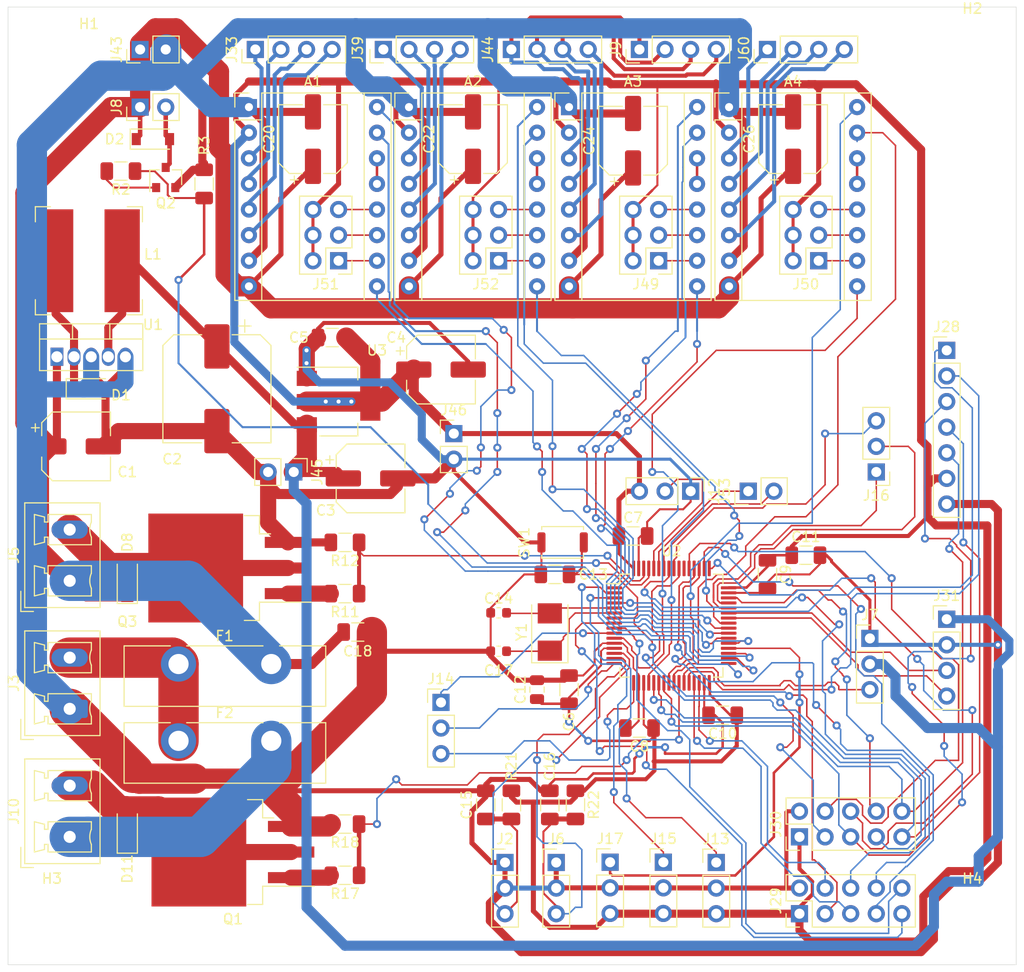
<source format=kicad_pcb>
(kicad_pcb (version 20171130) (host pcbnew "(5.1.5)-3")
  (layers (0 F.Cu signal) (31 B.Cu signal) (34 B.Paste user) (35 F.Paste user) (36 B.SilkS user) (37 F.SilkS user) (38 B.Mask user) (39 F.Mask user) (44 Edge.Cuts user))
  (net 0 "")
  (net 1 VDD)
  (net 2 +5V)
  (net 3 +3V3)
  (net 4 T1)
  (net 5 T2)
  (net 6 "Net-(D1-Pad1)")
  (net 7 "Net-(D11-Pad1)")
  (net 8 "Net-(D11-Pad2)")
  (net 9 Z-MAX)
  (net 10 Z-MIN)
  (net 11 Y-MAX)
  (net 12 Y-MIN)
  (net 13 X-MAX)
  (net 14 X-MIN)
  (net 15 SV1)
  (net 16 FET1)
  (net 17 FET2)
  (net 18 FET3)
  (net 19 EN_X)
  (net 20 STEP_X)
  (net 21 DIR_X)
  (net 22 EN_Y)
  (net 23 STEP_Y)
  (net 24 DIR_Y)
  (net 25 DIR_Z)
  (net 26 STEP_Z)
  (net 27 EN_Z)
  (net 28 "Net-(Q1-Pad1)")
  (net 29 "Net-(Q2-Pad1)")
  (net 30 "Net-(Q3-Pad1)")
  (net 31 "Net-(D2-Pad2)")
  (net 32 "Net-(D8-Pad2)")
  (net 33 RESET)
  (net 34 "Net-(C14-Pad2)")
  (net 35 CS0)
  (net 36 MOSI)
  (net 37 SCK)
  (net 38 MISO)
  (net 39 CS1)
  (net 40 URX0)
  (net 41 UTX0)
  (net 42 SDA)
  (net 43 SCL)
  (net 44 DIR_E0)
  (net 45 EN_E0)
  (net 46 STEP_E0)
  (net 47 GND)
  (net 48 "Net-(A1-Pad13)")
  (net 49 "Net-(A1-Pad6)")
  (net 50 "Net-(A1-Pad5)")
  (net 51 "Net-(A1-Pad12)")
  (net 52 "Net-(A1-Pad4)")
  (net 53 "Net-(A1-Pad11)")
  (net 54 "Net-(A1-Pad3)")
  (net 55 "Net-(A1-Pad10)")
  (net 56 "Net-(A2-Pad13)")
  (net 57 "Net-(A2-Pad6)")
  (net 58 "Net-(A2-Pad5)")
  (net 59 "Net-(A2-Pad12)")
  (net 60 "Net-(A2-Pad4)")
  (net 61 "Net-(A2-Pad11)")
  (net 62 "Net-(A2-Pad3)")
  (net 63 "Net-(A2-Pad10)")
  (net 64 "Net-(A3-Pad13)")
  (net 65 "Net-(A3-Pad6)")
  (net 66 "Net-(A3-Pad5)")
  (net 67 "Net-(A3-Pad12)")
  (net 68 "Net-(A3-Pad4)")
  (net 69 "Net-(A3-Pad11)")
  (net 70 "Net-(A3-Pad3)")
  (net 71 "Net-(A3-Pad10)")
  (net 72 "Net-(A4-Pad13)")
  (net 73 "Net-(A4-Pad6)")
  (net 74 "Net-(A4-Pad5)")
  (net 75 "Net-(A4-Pad12)")
  (net 76 "Net-(A4-Pad4)")
  (net 77 "Net-(A4-Pad11)")
  (net 78 "Net-(A4-Pad3)")
  (net 79 "Net-(A4-Pad10)")
  (net 80 "Net-(C17-Pad2)")
  (net 81 HeatbedPWR)
  (net 82 "Net-(J12-Pad2)")
  (net 83 UART2_PWM0)
  (net 84 UART2_PWM1)
  (net 85 SD_DETECTi)
  (net 86 Beeper)
  (net 87 AD0)
  (net 88 LCDE)
  (net 89 LCDRS)
  (net 90 LCD4)
  (net 91 LCD5)
  (net 92 LCD6)
  (net 93 LCD7)
  (net 94 BTN_EN2)
  (net 95 BTN_EN1)
  (net 96 SD_DETECT)
  (net 97 "Net-(U2-Pad54)")
  (net 98 "Net-(U2-Pad1)")
  (net 99 BTN_SW)
  (module Package_QFP:LQFP-64_10x10mm_P0.5mm (layer F.Cu) (at 90.805 86.36)
    (fp_text reference U2 (at 0 -7.4) (layer F.SilkS))
    (fp_text value STM32F103RETx)
    (pad 64 smd roundrect (at -3.75 -5.675) (size 0.3 1.55) (layers F.Cu F.Paste F.Mask) (net 3 +3V3))
    (pad 63 smd roundrect (at -3.25 -5.675) (size 0.3 1.55) (layers F.Cu F.Paste F.Mask) (net 47 GND))
    (pad 62 smd roundrect (at -2.75 -5.675) (size 0.3 1.55) (layers F.Cu F.Paste F.Mask) (net 18 FET3))
    (pad 61 smd roundrect (at -2.25 -5.675) (size 0.3 1.55) (layers F.Cu F.Paste F.Mask) (net 17 FET2))
    (pad 60 smd roundrect (at -1.75 -5.675) (size 0.3 1.55) (layers F.Cu F.Paste F.Mask) (net 82 "Net-(J12-Pad2)"))
    (pad 59 smd roundrect (at -1.25 -5.675) (size 0.3 1.55) (layers F.Cu F.Paste F.Mask) (net 42 SDA))
    (pad 58 smd roundrect (at -0.75 -5.675) (size 0.3 1.55) (layers F.Cu F.Paste F.Mask) (net 43 SCL))
    (pad 57 smd roundrect (at -0.25 -5.675) (size 0.3 1.55) (layers F.Cu F.Paste F.Mask) (net 90 LCD4))
    (pad 56 smd roundrect (at 0.25 -5.675) (size 0.3 1.55) (layers F.Cu F.Paste F.Mask) (net 9 Z-MAX))
    (pad 55 smd roundrect (at 0.75 -5.675) (size 0.3 1.55) (layers F.Cu F.Paste F.Mask) (net 39 CS1))
    (pad 54 smd roundrect (at 1.25 -5.675) (size 0.3 1.55) (layers F.Cu F.Paste F.Mask) (net 97 "Net-(U2-Pad54)"))
    (pad 53 smd roundrect (at 1.75 -5.675) (size 0.3 1.55) (layers F.Cu F.Paste F.Mask) (net 96 SD_DETECT))
    (pad 52 smd roundrect (at 2.25 -5.675) (size 0.3 1.55) (layers F.Cu F.Paste F.Mask) (net 88 LCDE))
    (pad 51 smd roundrect (at 2.75 -5.675) (size 0.3 1.55) (layers F.Cu F.Paste F.Mask) (net 93 LCD7))
    (pad 50 smd roundrect (at 3.25 -5.675) (size 0.3 1.55) (layers F.Cu F.Paste F.Mask) (net 89 LCDRS))
    (pad 49 smd roundrect (at 3.75 -5.675) (size 0.3 1.55) (layers F.Cu F.Paste F.Mask) (net 95 BTN_EN1))
    (pad 48 smd roundrect (at 5.675 -3.75) (size 1.55 0.3) (layers F.Cu F.Paste F.Mask) (net 3 +3V3))
    (pad 47 smd roundrect (at 5.675 -3.25) (size 1.55 0.3) (layers F.Cu F.Paste F.Mask) (net 47 GND))
    (pad 46 smd roundrect (at 5.675 -2.75) (size 1.55 0.3) (layers F.Cu F.Paste F.Mask) (net 94 BTN_EN2))
    (pad 45 smd roundrect (at 5.675 -2.25) (size 1.55 0.3) (layers F.Cu F.Paste F.Mask) (net 11 Y-MAX))
    (pad 44 smd roundrect (at 5.675 -1.75) (size 1.55 0.3) (layers F.Cu F.Paste F.Mask) (net 13 X-MAX))
    (pad 43 smd roundrect (at 5.675 -1.25) (size 1.55 0.3) (layers F.Cu F.Paste F.Mask) (net 40 URX0))
    (pad 42 smd roundrect (at 5.675 -0.75) (size 1.55 0.3) (layers F.Cu F.Paste F.Mask) (net 41 UTX0))
    (pad 41 smd roundrect (at 5.675 -0.25) (size 1.55 0.3) (layers F.Cu F.Paste F.Mask) (net 22 EN_Y))
    (pad 40 smd roundrect (at 5.675 0.25) (size 1.55 0.3) (layers F.Cu F.Paste F.Mask) (net 24 DIR_Y))
    (pad 39 smd roundrect (at 5.675 0.75) (size 1.55 0.3) (layers F.Cu F.Paste F.Mask) (net 26 STEP_Z))
    (pad 38 smd roundrect (at 5.675 1.25) (size 1.55 0.3) (layers F.Cu F.Paste F.Mask) (net 25 DIR_Z))
    (pad 37 smd roundrect (at 5.675 1.75) (size 1.55 0.3) (layers F.Cu F.Paste F.Mask) (net 27 EN_Z))
    (pad 36 smd roundrect (at 5.675 2.25) (size 1.55 0.3) (layers F.Cu F.Paste F.Mask) (net 14 X-MIN))
    (pad 35 smd roundrect (at 5.675 2.75) (size 1.55 0.3) (layers F.Cu F.Paste F.Mask) (net 19 EN_X))
    (pad 34 smd roundrect (at 5.675 3.25) (size 1.55 0.3) (layers F.Cu F.Paste F.Mask) (net 20 STEP_X))
    (pad 33 smd roundrect (at 5.675 3.75) (size 1.55 0.3) (layers F.Cu F.Paste F.Mask) (net 21 DIR_X))
    (pad 32 smd roundrect (at 3.75 5.675) (size 0.3 1.55) (layers F.Cu F.Paste F.Mask) (net 3 +3V3))
    (pad 31 smd roundrect (at 3.25 5.675) (size 0.3 1.55) (layers F.Cu F.Paste F.Mask) (net 47 GND))
    (pad 30 smd roundrect (at 2.75 5.675) (size 0.3 1.55) (layers F.Cu F.Paste F.Mask) (net 92 LCD6))
    (pad 29 smd roundrect (at 2.25 5.675) (size 0.3 1.55) (layers F.Cu F.Paste F.Mask) (net 91 LCD5))
    (pad 28 smd roundrect (at 1.75 5.675) (size 0.3 1.55) (layers F.Cu F.Paste F.Mask) (net 35 CS0))
    (pad 27 smd roundrect (at 1.25 5.675) (size 0.3 1.55) (layers F.Cu F.Paste F.Mask) (net 15 SV1))
    (pad 26 smd roundrect (at 0.75 5.675) (size 0.3 1.55) (layers F.Cu F.Paste F.Mask) (net 16 FET1))
    (pad 25 smd roundrect (at 0.25 5.675) (size 0.3 1.55) (layers F.Cu F.Paste F.Mask) (net 46 STEP_E0))
    (pad 24 smd roundrect (at -0.25 5.675) (size 0.3 1.55) (layers F.Cu F.Paste F.Mask) (net 44 DIR_E0))
    (pad 23 smd roundrect (at -0.75 5.675) (size 0.3 1.55) (layers F.Cu F.Paste F.Mask) (net 36 MOSI))
    (pad 22 smd roundrect (at -1.25 5.675) (size 0.3 1.55) (layers F.Cu F.Paste F.Mask) (net 38 MISO))
    (pad 21 smd roundrect (at -1.75 5.675) (size 0.3 1.55) (layers F.Cu F.Paste F.Mask) (net 37 SCK))
    (pad 20 smd roundrect (at -2.25 5.675) (size 0.3 1.55) (layers F.Cu F.Paste F.Mask) (net 23 STEP_Y))
    (pad 19 smd roundrect (at -2.75 5.675) (size 0.3 1.55) (layers F.Cu F.Paste F.Mask) (net 3 +3V3))
    (pad 18 smd roundrect (at -3.25 5.675) (size 0.3 1.55) (layers F.Cu F.Paste F.Mask) (net 47 GND))
    (pad 17 smd roundrect (at -3.75 5.675) (size 0.3 1.55) (layers F.Cu F.Paste F.Mask) (net 84 UART2_PWM1))
    (pad 16 smd roundrect (at -5.675 3.75) (size 1.55 0.3) (layers F.Cu F.Paste F.Mask) (net 83 UART2_PWM0))
    (pad 15 smd roundrect (at -5.675 3.25) (size 1.55 0.3) (layers F.Cu F.Paste F.Mask) (net 5 T2))
    (pad 14 smd roundrect (at -5.675 2.75) (size 1.55 0.3) (layers F.Cu F.Paste F.Mask) (net 4 T1))
    (pad 13 smd roundrect (at -5.675 2.25) (size 1.55 0.3) (layers F.Cu F.Paste F.Mask) (net 3 +3V3))
    (pad 12 smd roundrect (at -5.675 1.75) (size 1.55 0.3) (layers F.Cu F.Paste F.Mask) (net 47 GND))
    (pad 11 smd roundrect (at -5.675 1.25) (size 1.55 0.3) (layers F.Cu F.Paste F.Mask) (net 45 EN_E0))
    (pad 10 smd roundrect (at -5.675 0.75) (size 1.55 0.3) (layers F.Cu F.Paste F.Mask) (net 87 AD0))
    (pad 9 smd roundrect (at -5.675 0.25) (size 1.55 0.3) (layers F.Cu F.Paste F.Mask) (net 86 Beeper))
    (pad 8 smd roundrect (at -5.675 -0.25) (size 1.55 0.3) (layers F.Cu F.Paste F.Mask) (net 99 BTN_SW))
    (pad 7 smd roundrect (at -5.675 -0.75) (size 1.55 0.3) (layers F.Cu F.Paste F.Mask) (net 33 RESET))
    (pad 6 smd roundrect (at -5.675 -1.25) (size 1.55 0.3) (layers F.Cu F.Paste F.Mask) (net 80 "Net-(C17-Pad2)"))
    (pad 5 smd roundrect (at -5.675 -1.75) (size 1.55 0.3) (layers F.Cu F.Paste F.Mask) (net 34 "Net-(C14-Pad2)"))
    (pad 4 smd roundrect (at -5.675 -2.25) (size 1.55 0.3) (layers F.Cu F.Paste F.Mask) (net 85 SD_DETECTi))
    (pad 3 smd roundrect (at -5.675 -2.75) (size 1.55 0.3) (layers F.Cu F.Paste F.Mask) (net 10 Z-MIN))
    (pad 2 smd roundrect (at -5.675 -3.25) (size 1.55 0.3) (layers F.Cu F.Paste F.Mask) (net 12 Y-MIN))
    (pad 1 smd roundrect (at -5.675 -3.75) (size 1.55 0.3) (layers F.Cu F.Paste F.Mask) (net 98 "Net-(U2-Pad1)"))
  )
  (module Crystal:Crystal_SMD_5032-2Pin_5.0x3.2mm (layer F.Cu) (at 78.74 86.995 90)
    (fp_text reference Y1 (at 0 -2.8 90) (layer F.SilkS))
    (fp_text value Crystal)
    (pad 2 smd rect (at 1.85 0 90) (size 2 2.4) (layers F.Cu F.Paste F.Mask) (net 34 "Net-(C14-Pad2)"))
    (pad 1 smd rect (at -1.85 0 90) (size 2 2.4) (layers F.Cu F.Paste F.Mask) (net 80 "Net-(C17-Pad2)"))
  )
  (module Package_TO_SOT_SMD:SOT-223-3_TabPin2 (layer F.Cu) (at 57.785 64.135)
    (fp_text reference U3 (at 3.81 -5.08) (layer F.SilkS))
    (fp_text value AMS1117-3.3)
    (pad 1 smd rect (at -3.15 -2.3) (size 2 1.5) (layers F.Cu F.Paste F.Mask) (net 47 GND))
    (pad 3 smd rect (at -3.15 2.3) (size 2 1.5) (layers F.Cu F.Paste F.Mask) (net 2 +5V))
    (pad 2 smd rect (at -3.15 0) (size 2 1.5) (layers F.Cu F.Paste F.Mask) (net 3 +3V3))
    (pad 2 smd rect (at 3.15 0) (size 2 3.8) (layers F.Cu F.Paste F.Mask) (net 3 +3V3))
  )
  (module Package_TO_SOT_THT:TO-220-5_Vertical (layer F.Cu) (at 29.845 59.69)
    (fp_text reference U1 (at 9.525 -3.175) (layer F.SilkS))
    (fp_text value LM2575-5.0BT)
    (pad 5 thru_hole oval (at 6.8 0) (size 1.275 1.8) (drill 1.1) (layers *.Cu *.Mask) (net 47 GND))
    (pad 4 thru_hole oval (at 5.1 0) (size 1.275 1.8) (drill 1.1) (layers *.Cu *.Mask) (net 2 +5V))
    (pad 3 thru_hole oval (at 3.4 0) (size 1.275 1.8) (drill 1.1) (layers *.Cu *.Mask) (net 47 GND))
    (pad 2 thru_hole oval (at 1.7 0) (size 1.275 1.8) (drill 1.1) (layers *.Cu *.Mask) (net 6 "Net-(D1-Pad1)"))
    (pad 1 thru_hole rect (at 0 0) (size 1.275 1.8) (drill 1.1) (layers *.Cu *.Mask) (net 1 VDD))
  )
  (module Resistor_SMD:R_1206_3216Metric (layer F.Cu) (at 81.28 104.14 270)
    (fp_text reference R22 (at 0 -1.82 90) (layer F.SilkS))
    (fp_text value 4K7)
    (pad 2 smd roundrect (at 1.4 0 270) (size 1.25 1.75) (layers F.Cu F.Paste F.Mask) (roundrect_rratio 0.2) (net 5 T2))
    (pad 1 smd roundrect (at -1.4 0 270) (size 1.25 1.75) (layers F.Cu F.Paste F.Mask) (roundrect_rratio 0.2) (net 3 +3V3))
  )
  (module Resistor_SMD:R_1206_3216Metric (layer F.Cu) (at 74.93 104.14 270)
    (fp_text reference R21 (at -3.81 0 90) (layer F.SilkS))
    (fp_text value 4K7)
    (pad 2 smd roundrect (at 1.4 0 270) (size 1.25 1.75) (layers F.Cu F.Paste F.Mask) (roundrect_rratio 0.2) (net 4 T1))
    (pad 1 smd roundrect (at -1.4 0 270) (size 1.25 1.75) (layers F.Cu F.Paste F.Mask) (roundrect_rratio 0.2) (net 3 +3V3))
  )
  (module Resistor_SMD:R_1206_3216Metric (layer F.Cu) (at 58.42 106.045 180)
    (fp_text reference R18 (at 0 -1.82) (layer F.SilkS))
    (fp_text value 4K7)
    (pad 2 smd roundrect (at 1.4 0 180) (size 1.25 1.75) (layers F.Cu F.Paste F.Mask) (roundrect_rratio 0.2) (net 47 GND))
    (pad 1 smd roundrect (at -1.4 0 180) (size 1.25 1.75) (layers F.Cu F.Paste F.Mask) (roundrect_rratio 0.2) (net 16 FET1))
  )
  (module Resistor_SMD:R_1206_3216Metric (layer F.Cu) (at 58.42 111.125 180)
    (fp_text reference R17 (at 0 -1.82) (layer F.SilkS))
    (fp_text value 100)
    (pad 2 smd roundrect (at 1.4 0 180) (size 1.25 1.75) (layers F.Cu F.Paste F.Mask) (roundrect_rratio 0.2) (net 28 "Net-(Q1-Pad1)"))
    (pad 1 smd roundrect (at -1.4 0 180) (size 1.25 1.75) (layers F.Cu F.Paste F.Mask) (roundrect_rratio 0.2) (net 16 FET1))
  )
  (module Resistor_SMD:R_1206_3216Metric (layer F.Cu) (at 58.42 78.105 180)
    (fp_text reference R12 (at 0 -1.82) (layer F.SilkS))
    (fp_text value 4K7)
    (pad 2 smd roundrect (at 1.4 0 180) (size 1.25 1.75) (layers F.Cu F.Paste F.Mask) (roundrect_rratio 0.2) (net 47 GND))
    (pad 1 smd roundrect (at -1.4 0 180) (size 1.25 1.75) (layers F.Cu F.Paste F.Mask) (roundrect_rratio 0.2) (net 18 FET3))
  )
  (module Resistor_SMD:R_1206_3216Metric (layer F.Cu) (at 58.42 83.185 180)
    (fp_text reference R11 (at 0 -1.82) (layer F.SilkS))
    (fp_text value 100)
    (pad 2 smd roundrect (at 1.4 0 180) (size 1.25 1.75) (layers F.Cu F.Paste F.Mask) (roundrect_rratio 0.2) (net 30 "Net-(Q3-Pad1)"))
    (pad 1 smd roundrect (at -1.4 0 180) (size 1.25 1.75) (layers F.Cu F.Paste F.Mask) (roundrect_rratio 0.2) (net 18 FET3))
  )
  (module Resistor_SMD:R_1206_3216Metric (layer F.Cu) (at 44.45 42.545 90)
    (fp_text reference R3 (at 3.81 0 90) (layer F.SilkS))
    (fp_text value 10K)
    (pad 2 smd roundrect (at 1.4 0 90) (size 1.25 1.75) (layers F.Cu F.Paste F.Mask) (roundrect_rratio 0.2) (net 47 GND))
    (pad 1 smd roundrect (at -1.4 0 90) (size 1.25 1.75) (layers F.Cu F.Paste F.Mask) (roundrect_rratio 0.2) (net 17 FET2))
  )
  (module Resistor_SMD:R_1206_3216Metric (layer F.Cu) (at 36.195 41.275 180)
    (fp_text reference R2 (at 0 -1.82) (layer F.SilkS))
    (fp_text value 1K)
    (pad 2 smd roundrect (at 1.4 0 180) (size 1.25 1.75) (layers F.Cu F.Paste F.Mask) (roundrect_rratio 0.2) (net 29 "Net-(Q2-Pad1)"))
    (pad 1 smd roundrect (at -1.4 0 180) (size 1.25 1.75) (layers F.Cu F.Paste F.Mask) (roundrect_rratio 0.2) (net 17 FET2))
  )
  (module Package_TO_SOT_SMD:TO-263-3_TabPin2 (layer F.Cu) (at 46.99 80.645 180)
    (fp_text reference Q3 (at 10.16 -5.315) (layer F.SilkS))
    (fp_text value HUF76639S3ST)
    (pad 2 smd rect (at 3.375 0 180) (size 9.4 10.8) (layers F.Cu F.Mask) (net 32 "Net-(D8-Pad2)"))
    (pad 3 smd rect (at -5.775 2.54 180) (size 4.6 1.1) (layers F.Cu F.Paste F.Mask) (net 47 GND))
    (pad 2 smd rect (at -5.775 0 180) (size 4.6 1.1) (layers F.Cu F.Paste F.Mask) (net 32 "Net-(D8-Pad2)"))
    (pad 1 smd rect (at -5.775 -2.54 180) (size 4.6 1.1) (layers F.Cu F.Paste F.Mask) (net 30 "Net-(Q3-Pad1)"))
  )
  (module Package_TO_SOT_SMD:SOT-23 (layer F.Cu) (at 40.64 41.91 90)
    (fp_text reference Q2 (at -2.54 0 180) (layer F.SilkS))
    (fp_text value PMV40UN2)
    (pad 3 smd rect (at 1 0 90) (size 0.9 0.8) (layers F.Cu F.Paste F.Mask) (net 31 "Net-(D2-Pad2)"))
    (pad 2 smd rect (at -1 0.95 90) (size 0.9 0.8) (layers F.Cu F.Paste F.Mask) (net 47 GND))
    (pad 1 smd rect (at -1 -0.95 90) (size 0.9 0.8) (layers F.Cu F.Paste F.Mask) (net 29 "Net-(Q2-Pad1)"))
  )
  (module Package_TO_SOT_SMD:TO-263-3_TabPin2 (layer F.Cu) (at 47.305 108.82 180)
    (fp_text reference Q1 (at 0 -6.65) (layer F.SilkS))
    (fp_text value HUF76639S3ST)
    (pad 2 smd rect (at 3.375 0 180) (size 9.4 10.8) (layers F.Cu F.Mask) (net 8 "Net-(D11-Pad2)"))
    (pad 3 smd rect (at -5.775 2.54 180) (size 4.6 1.1) (layers F.Cu F.Paste F.Mask) (net 47 GND))
    (pad 2 smd rect (at -5.775 0 180) (size 4.6 1.1) (layers F.Cu F.Paste F.Mask) (net 8 "Net-(D11-Pad2)"))
    (pad 1 smd rect (at -5.775 -2.54 180) (size 4.6 1.1) (layers F.Cu F.Paste F.Mask) (net 28 "Net-(Q1-Pad1)"))
  )
  (module Inductor_SMD:L_Bourns-SRN1060 (layer F.Cu) (at 33.02 50.165 180)
    (fp_text reference L1 (at -6.35 0.635) (layer F.SilkS))
    (fp_text value 330uH)
    (pad 2 smd rect (at 3.3 0 180) (size 3.5 10.2) (layers F.Cu F.Paste F.Mask) (net 6 "Net-(D1-Pad1)"))
    (pad 1 smd rect (at -3.3 0 180) (size 3.5 10.2) (layers F.Cu F.Paste F.Mask) (net 2 +5V))
  )
  (module Connector_PinHeader_2.54mm:PinHeader_1x04_P2.54mm_Vertical (layer F.Cu) (at 100.33 29.21 90)
    (fp_text reference J60 (at 0 -2.33 90) (layer F.SilkS))
    (fp_text value e0-Stepper)
    (pad 4 thru_hole oval (at 0 7.62 90) (size 1.7 1.7) (drill 1) (layers *.Cu *.Mask) (net 73 "Net-(A4-Pad6)"))
    (pad 3 thru_hole oval (at 0 5.08 90) (size 1.7 1.7) (drill 1) (layers *.Cu *.Mask) (net 74 "Net-(A4-Pad5)"))
    (pad 2 thru_hole oval (at 0 2.54 90) (size 1.7 1.7) (drill 1) (layers *.Cu *.Mask) (net 76 "Net-(A4-Pad4)"))
    (pad 1 thru_hole rect (at 0 0 90) (size 1.7 1.7) (drill 1) (layers *.Cu *.Mask) (net 78 "Net-(A4-Pad3)"))
  )
  (module Connector_PinHeader_2.54mm:PinHeader_1x02_P2.54mm_Vertical (layer F.Cu) (at 98.425 73.025 90)
    (fp_text reference J53 (at 0 -2.33 90) (layer F.SilkS))
    (fp_text value I2C)
    (pad 2 thru_hole oval (at 0 2.54 90) (size 1.7 1.7) (drill 1) (layers *.Cu *.Mask) (net 43 SCL))
    (pad 1 thru_hole rect (at 0 0 90) (size 1.7 1.7) (drill 1) (layers *.Cu *.Mask) (net 42 SDA))
  )
  (module Connector_PinHeader_2.54mm:PinHeader_2x03_P2.54mm_Vertical (layer F.Cu) (at 73.66 50.165 180)
    (fp_text reference J52 (at 1.27 -2.33) (layer F.SilkS))
    (fp_text value J_Y)
    (pad 6 thru_hole oval (at 2.54 5.08 180) (size 1.7 1.7) (drill 1) (layers *.Cu *.Mask) (net 3 +3V3))
    (pad 5 thru_hole oval (at 0 5.08 180) (size 1.7 1.7) (drill 1) (layers *.Cu *.Mask) (net 59 "Net-(A2-Pad12)"))
    (pad 4 thru_hole oval (at 2.54 2.54 180) (size 1.7 1.7) (drill 1) (layers *.Cu *.Mask) (net 3 +3V3))
    (pad 3 thru_hole oval (at 0 2.54 180) (size 1.7 1.7) (drill 1) (layers *.Cu *.Mask) (net 61 "Net-(A2-Pad11)"))
    (pad 2 thru_hole oval (at 2.54 0 180) (size 1.7 1.7) (drill 1) (layers *.Cu *.Mask) (net 3 +3V3))
    (pad 1 thru_hole rect (at 0 0 180) (size 1.7 1.7) (drill 1) (layers *.Cu *.Mask) (net 63 "Net-(A2-Pad10)"))
  )
  (module Connector_PinHeader_2.54mm:PinHeader_2x03_P2.54mm_Vertical (layer F.Cu) (at 57.785 50.165 180)
    (fp_text reference J51 (at 1.27 -2.33) (layer F.SilkS))
    (fp_text value J_X)
    (pad 6 thru_hole oval (at 2.54 5.08 180) (size 1.7 1.7) (drill 1) (layers *.Cu *.Mask) (net 3 +3V3))
    (pad 5 thru_hole oval (at 0 5.08 180) (size 1.7 1.7) (drill 1) (layers *.Cu *.Mask) (net 51 "Net-(A1-Pad12)"))
    (pad 4 thru_hole oval (at 2.54 2.54 180) (size 1.7 1.7) (drill 1) (layers *.Cu *.Mask) (net 3 +3V3))
    (pad 3 thru_hole oval (at 0 2.54 180) (size 1.7 1.7) (drill 1) (layers *.Cu *.Mask) (net 53 "Net-(A1-Pad11)"))
    (pad 2 thru_hole oval (at 2.54 0 180) (size 1.7 1.7) (drill 1) (layers *.Cu *.Mask) (net 3 +3V3))
    (pad 1 thru_hole rect (at 0 0 180) (size 1.7 1.7) (drill 1) (layers *.Cu *.Mask) (net 55 "Net-(A1-Pad10)"))
  )
  (module Connector_PinHeader_2.54mm:PinHeader_2x03_P2.54mm_Vertical (layer F.Cu) (at 105.41 50.165 180)
    (fp_text reference J50 (at 1.27 -2.33) (layer F.SilkS))
    (fp_text value J_E0)
    (pad 6 thru_hole oval (at 2.54 5.08 180) (size 1.7 1.7) (drill 1) (layers *.Cu *.Mask) (net 3 +3V3))
    (pad 5 thru_hole oval (at 0 5.08 180) (size 1.7 1.7) (drill 1) (layers *.Cu *.Mask) (net 75 "Net-(A4-Pad12)"))
    (pad 4 thru_hole oval (at 2.54 2.54 180) (size 1.7 1.7) (drill 1) (layers *.Cu *.Mask) (net 3 +3V3))
    (pad 3 thru_hole oval (at 0 2.54 180) (size 1.7 1.7) (drill 1) (layers *.Cu *.Mask) (net 77 "Net-(A4-Pad11)"))
    (pad 2 thru_hole oval (at 2.54 0 180) (size 1.7 1.7) (drill 1) (layers *.Cu *.Mask) (net 3 +3V3))
    (pad 1 thru_hole rect (at 0 0 180) (size 1.7 1.7) (drill 1) (layers *.Cu *.Mask) (net 79 "Net-(A4-Pad10)"))
  )
  (module Connector_PinHeader_2.54mm:PinHeader_2x03_P2.54mm_Vertical (layer F.Cu) (at 89.535 50.165 180)
    (fp_text reference J49 (at 1.27 -2.33) (layer F.SilkS))
    (fp_text value J_Z)
    (pad 6 thru_hole oval (at 2.54 5.08 180) (size 1.7 1.7) (drill 1) (layers *.Cu *.Mask) (net 3 +3V3))
    (pad 5 thru_hole oval (at 0 5.08 180) (size 1.7 1.7) (drill 1) (layers *.Cu *.Mask) (net 67 "Net-(A3-Pad12)"))
    (pad 4 thru_hole oval (at 2.54 2.54 180) (size 1.7 1.7) (drill 1) (layers *.Cu *.Mask) (net 3 +3V3))
    (pad 3 thru_hole oval (at 0 2.54 180) (size 1.7 1.7) (drill 1) (layers *.Cu *.Mask) (net 69 "Net-(A3-Pad11)"))
    (pad 2 thru_hole oval (at 2.54 0 180) (size 1.7 1.7) (drill 1) (layers *.Cu *.Mask) (net 3 +3V3))
    (pad 1 thru_hole rect (at 0 0 180) (size 1.7 1.7) (drill 1) (layers *.Cu *.Mask) (net 71 "Net-(A3-Pad10)"))
  )
  (module Connector_PinHeader_2.54mm:PinHeader_1x02_P2.54mm_Vertical (layer F.Cu) (at 69.215 67.31)
    (fp_text reference J46 (at 0 -2.33) (layer F.SilkS))
    (fp_text value 3.3V)
    (pad 2 thru_hole oval (at 0 2.54) (size 1.7 1.7) (drill 1) (layers *.Cu *.Mask) (net 47 GND))
    (pad 1 thru_hole rect (at 0 0) (size 1.7 1.7) (drill 1) (layers *.Cu *.Mask) (net 3 +3V3))
  )
  (module Connector_PinHeader_2.54mm:PinHeader_1x02_P2.54mm_Vertical (layer F.Cu) (at 53.34 71.12 270)
    (fp_text reference J45 (at 0 -2.33 90) (layer F.SilkS))
    (fp_text value 5V)
    (pad 2 thru_hole oval (at 0 2.54 270) (size 1.7 1.7) (drill 1) (layers *.Cu *.Mask) (net 47 GND))
    (pad 1 thru_hole rect (at 0 0 270) (size 1.7 1.7) (drill 1) (layers *.Cu *.Mask) (net 2 +5V))
  )
  (module Connector_PinHeader_2.54mm:PinHeader_1x04_P2.54mm_Vertical (layer F.Cu) (at 74.93 29.21 90)
    (fp_text reference J44 (at 0 -2.33 90) (layer F.SilkS))
    (fp_text value z-Stepper)
    (pad 4 thru_hole oval (at 0 7.62 90) (size 1.7 1.7) (drill 1) (layers *.Cu *.Mask) (net 65 "Net-(A3-Pad6)"))
    (pad 3 thru_hole oval (at 0 5.08 90) (size 1.7 1.7) (drill 1) (layers *.Cu *.Mask) (net 66 "Net-(A3-Pad5)"))
    (pad 2 thru_hole oval (at 0 2.54 90) (size 1.7 1.7) (drill 1) (layers *.Cu *.Mask) (net 68 "Net-(A3-Pad4)"))
    (pad 1 thru_hole rect (at 0 0 90) (size 1.7 1.7) (drill 1) (layers *.Cu *.Mask) (net 70 "Net-(A3-Pad3)"))
  )
  (module Connector_PinHeader_2.54mm:PinHeader_1x02_P2.54mm_Vertical (layer F.Cu) (at 38.1 29.21 90)
    (fp_text reference J43 (at 0 -2.33 90) (layer F.SilkS))
    (fp_text value VCC)
    (pad 2 thru_hole oval (at 0 2.54 90) (size 1.7 1.7) (drill 1) (layers *.Cu *.Mask) (net 47 GND))
    (pad 1 thru_hole rect (at 0 0 90) (size 1.7 1.7) (drill 1) (layers *.Cu *.Mask) (net 1 VDD))
  )
  (module Connector_PinHeader_2.54mm:PinHeader_1x04_P2.54mm_Vertical (layer F.Cu) (at 62.23 29.21 90)
    (fp_text reference J39 (at 0 -2.54 270) (layer F.SilkS))
    (fp_text value y-Stepper)
    (pad 4 thru_hole oval (at 0 7.62 90) (size 1.7 1.7) (drill 1) (layers *.Cu *.Mask) (net 57 "Net-(A2-Pad6)"))
    (pad 3 thru_hole oval (at 0 5.08 90) (size 1.7 1.7) (drill 1) (layers *.Cu *.Mask) (net 58 "Net-(A2-Pad5)"))
    (pad 2 thru_hole oval (at 0 2.54 90) (size 1.7 1.7) (drill 1) (layers *.Cu *.Mask) (net 60 "Net-(A2-Pad4)"))
    (pad 1 thru_hole rect (at 0 0 90) (size 1.7 1.7) (drill 1) (layers *.Cu *.Mask) (net 62 "Net-(A2-Pad3)"))
  )
  (module Connector_PinHeader_2.54mm:PinHeader_1x04_P2.54mm_Vertical (layer F.Cu) (at 49.53 29.21 90)
    (fp_text reference J33 (at 0 -2.33 90) (layer F.SilkS))
    (fp_text value x-Stepper)
    (pad 4 thru_hole oval (at 0 7.62 90) (size 1.7 1.7) (drill 1) (layers *.Cu *.Mask) (net 49 "Net-(A1-Pad6)"))
    (pad 3 thru_hole oval (at 0 5.08 90) (size 1.7 1.7) (drill 1) (layers *.Cu *.Mask) (net 50 "Net-(A1-Pad5)"))
    (pad 2 thru_hole oval (at 0 2.54 90) (size 1.7 1.7) (drill 1) (layers *.Cu *.Mask) (net 52 "Net-(A1-Pad4)"))
    (pad 1 thru_hole rect (at 0 0 90) (size 1.7 1.7) (drill 1) (layers *.Cu *.Mask) (net 54 "Net-(A1-Pad3)"))
  )
  (module Connector_PinHeader_2.54mm:PinHeader_1x04_P2.54mm_Vertical (layer F.Cu) (at 118.11 85.725)
    (fp_text reference J31 (at 0 -2.33) (layer F.SilkS))
    (fp_text value Serial)
    (pad 4 thru_hole oval (at 0 7.62) (size 1.7 1.7) (drill 1) (layers *.Cu *.Mask) (net 41 UTX0))
    (pad 3 thru_hole oval (at 0 5.08) (size 1.7 1.7) (drill 1) (layers *.Cu *.Mask) (net 40 URX0))
    (pad 2 thru_hole oval (at 0 2.54) (size 1.7 1.7) (drill 1) (layers *.Cu *.Mask) (net 47 GND))
    (pad 1 thru_hole rect (at 0 0) (size 1.7 1.7) (drill 1) (layers *.Cu *.Mask) (net 2 +5V))
  )
  (module Connector_PinHeader_2.54mm:PinHeader_2x05_P2.54mm_Vertical (layer F.Cu) (at 103.505 107.315 90)
    (fp_text reference J30 (at 1.27 -2.33 90) (layer F.SilkS))
    (fp_text value EXP2)
    (pad 10 thru_hole oval (at 2.54 10.16 90) (size 1.7 1.7) (drill 1) (layers *.Cu *.Mask) (net 38 MISO))
    (pad 9 thru_hole oval (at 0 10.16 90) (size 1.7 1.7) (drill 1) (layers *.Cu *.Mask) (net 37 SCK))
    (pad 8 thru_hole oval (at 2.54 7.62 90) (size 1.7 1.7) (drill 1) (layers *.Cu *.Mask) (net 94 BTN_EN2))
    (pad 7 thru_hole oval (at 0 7.62 90) (size 1.7 1.7) (drill 1) (layers *.Cu *.Mask) (net 39 CS1))
    (pad 6 thru_hole oval (at 2.54 5.08 90) (size 1.7 1.7) (drill 1) (layers *.Cu *.Mask) (net 95 BTN_EN1))
    (pad 5 thru_hole oval (at 0 5.08 90) (size 1.7 1.7) (drill 1) (layers *.Cu *.Mask) (net 36 MOSI))
    (pad 4 thru_hole oval (at 2.54 2.54 90) (size 1.7 1.7) (drill 1) (layers *.Cu *.Mask) (net 96 SD_DETECT))
    (pad 3 thru_hole oval (at 0 2.54 90) (size 1.7 1.7) (drill 1) (layers *.Cu *.Mask) (net 33 RESET))
    (pad 2 thru_hole oval (at 2.54 0 90) (size 1.7 1.7) (drill 1) (layers *.Cu *.Mask) (net 47 GND))
    (pad 1 thru_hole rect (at 0 0 90) (size 1.7 1.7) (drill 1) (layers *.Cu *.Mask) (net 3 +3V3))
  )
  (module Connector_PinHeader_2.54mm:PinHeader_2x05_P2.54mm_Vertical (layer F.Cu) (at 103.505 114.935 90)
    (fp_text reference J29 (at 1.27 -2.33 90) (layer F.SilkS))
    (fp_text value EXP1)
    (pad 10 thru_hole oval (at 2.54 10.16 90) (size 1.7 1.7) (drill 1) (layers *.Cu *.Mask) (net 86 Beeper))
    (pad 9 thru_hole oval (at 0 10.16 90) (size 1.7 1.7) (drill 1) (layers *.Cu *.Mask) (net 99 BTN_SW))
    (pad 8 thru_hole oval (at 2.54 7.62 90) (size 1.7 1.7) (drill 1) (layers *.Cu *.Mask) (net 88 LCDE))
    (pad 7 thru_hole oval (at 0 7.62 90) (size 1.7 1.7) (drill 1) (layers *.Cu *.Mask) (net 89 LCDRS))
    (pad 6 thru_hole oval (at 2.54 5.08 90) (size 1.7 1.7) (drill 1) (layers *.Cu *.Mask) (net 90 LCD4))
    (pad 5 thru_hole oval (at 0 5.08 90) (size 1.7 1.7) (drill 1) (layers *.Cu *.Mask) (net 91 LCD5))
    (pad 4 thru_hole oval (at 2.54 2.54 90) (size 1.7 1.7) (drill 1) (layers *.Cu *.Mask) (net 92 LCD6))
    (pad 3 thru_hole oval (at 0 2.54 90) (size 1.7 1.7) (drill 1) (layers *.Cu *.Mask) (net 93 LCD7))
    (pad 2 thru_hole oval (at 2.54 0 90) (size 1.7 1.7) (drill 1) (layers *.Cu *.Mask) (net 47 GND))
    (pad 1 thru_hole rect (at 0 0 90) (size 1.7 1.7) (drill 1) (layers *.Cu *.Mask) (net 3 +3V3))
  )
  (module Connector_PinHeader_2.54mm:PinHeader_1x07_P2.54mm_Vertical (layer F.Cu) (at 118.11 59.055)
    (fp_text reference J28 (at 0 -2.33) (layer F.SilkS))
    (fp_text value SD_CARD)
    (pad 7 thru_hole oval (at 0 15.24) (size 1.7 1.7) (drill 1) (layers *.Cu *.Mask) (net 47 GND))
    (pad 6 thru_hole oval (at 0 12.7) (size 1.7 1.7) (drill 1) (layers *.Cu *.Mask) (net 3 +3V3))
    (pad 5 thru_hole oval (at 0 10.16) (size 1.7 1.7) (drill 1) (layers *.Cu *.Mask) (net 38 MISO))
    (pad 4 thru_hole oval (at 0 7.62) (size 1.7 1.7) (drill 1) (layers *.Cu *.Mask) (net 37 SCK))
    (pad 3 thru_hole oval (at 0 5.08) (size 1.7 1.7) (drill 1) (layers *.Cu *.Mask) (net 36 MOSI))
    (pad 2 thru_hole oval (at 0 2.54) (size 1.7 1.7) (drill 1) (layers *.Cu *.Mask) (net 35 CS0))
    (pad 1 thru_hole rect (at 0 0) (size 1.7 1.7) (drill 1) (layers *.Cu *.Mask) (net 85 SD_DETECTi))
  )
  (module Connector_PinHeader_2.54mm:PinHeader_1x03_P2.54mm_Vertical (layer F.Cu) (at 84.72 109.83)
    (fp_text reference J17 (at 0 -2.33) (layer F.SilkS))
    (fp_text value X-)
    (pad 3 thru_hole oval (at 0 5.08) (size 1.7 1.7) (drill 1) (layers *.Cu *.Mask) (net 3 +3V3))
    (pad 2 thru_hole oval (at 0 2.54) (size 1.7 1.7) (drill 1) (layers *.Cu *.Mask) (net 47 GND))
    (pad 1 thru_hole rect (at 0 0) (size 1.7 1.7) (drill 1) (layers *.Cu *.Mask) (net 14 X-MIN))
  )
  (module Connector_PinHeader_2.54mm:PinHeader_1x03_P2.54mm_Vertical (layer F.Cu) (at 111.125 71.12 180)
    (fp_text reference J16 (at 0 -2.33) (layer F.SilkS))
    (fp_text value MAX_END)
    (pad 3 thru_hole oval (at 0 5.08 180) (size 1.7 1.7) (drill 1) (layers *.Cu *.Mask) (net 9 Z-MAX))
    (pad 2 thru_hole oval (at 0 2.54 180) (size 1.7 1.7) (drill 1) (layers *.Cu *.Mask) (net 11 Y-MAX))
    (pad 1 thru_hole rect (at 0 0 180) (size 1.7 1.7) (drill 1) (layers *.Cu *.Mask) (net 13 X-MAX))
  )
  (module Connector_PinHeader_2.54mm:PinHeader_1x03_P2.54mm_Vertical (layer F.Cu) (at 90.005 109.83)
    (fp_text reference J15 (at 0 -2.33) (layer F.SilkS))
    (fp_text value Y-)
    (pad 3 thru_hole oval (at 0 5.08) (size 1.7 1.7) (drill 1) (layers *.Cu *.Mask) (net 3 +3V3))
    (pad 2 thru_hole oval (at 0 2.54) (size 1.7 1.7) (drill 1) (layers *.Cu *.Mask) (net 47 GND))
    (pad 1 thru_hole rect (at 0 0) (size 1.7 1.7) (drill 1) (layers *.Cu *.Mask) (net 12 Y-MIN))
  )
  (module Connector_PinHeader_2.54mm:PinHeader_1x03_P2.54mm_Vertical (layer F.Cu) (at 67.945 93.98)
    (fp_text reference J14 (at 0 -2.33) (layer F.SilkS))
    (fp_text value EXP3)
    (pad 3 thru_hole oval (at 0 5.08) (size 1.7 1.7) (drill 1) (layers *.Cu *.Mask) (net 84 UART2_PWM1))
    (pad 2 thru_hole oval (at 0 2.54) (size 1.7 1.7) (drill 1) (layers *.Cu *.Mask) (net 83 UART2_PWM0))
    (pad 1 thru_hole rect (at 0 0) (size 1.7 1.7) (drill 1) (layers *.Cu *.Mask) (net 87 AD0))
  )
  (module Connector_PinHeader_2.54mm:PinHeader_1x03_P2.54mm_Vertical (layer F.Cu) (at 95.25 109.855)
    (fp_text reference J13 (at 0 -2.33) (layer F.SilkS))
    (fp_text value Z-)
    (pad 3 thru_hole oval (at 0 5.08) (size 1.7 1.7) (drill 1) (layers *.Cu *.Mask) (net 3 +3V3))
    (pad 2 thru_hole oval (at 0 2.54) (size 1.7 1.7) (drill 1) (layers *.Cu *.Mask) (net 47 GND))
    (pad 1 thru_hole rect (at 0 0) (size 1.7 1.7) (drill 1) (layers *.Cu *.Mask) (net 10 Z-MIN))
  )
  (module Connector_PinHeader_2.54mm:PinHeader_1x03_P2.54mm_Vertical (layer F.Cu) (at 92.71 73.025 270)
    (fp_text reference J12 (at 0 -2.33 90) (layer F.SilkS))
    (fp_text value BOOT)
    (pad 3 thru_hole oval (at 0 5.08 270) (size 1.7 1.7) (drill 1) (layers *.Cu *.Mask) (net 3 +3V3))
    (pad 2 thru_hole oval (at 0 2.54 270) (size 1.7 1.7) (drill 1) (layers *.Cu *.Mask) (net 82 "Net-(J12-Pad2)"))
    (pad 1 thru_hole rect (at 0 0 270) (size 1.7 1.7) (drill 1) (layers *.Cu *.Mask) (net 47 GND))
  )
  (module Connector_Phoenix_MC_HighVoltage:PhoenixContact_MCV_1,5_2-G-5.08_1x02_P5.08mm_Vertical (layer F.Cu) (at 31.115 107.315 90)
    (fp_text reference J10 (at 2.54 -5.55 90) (layer F.SilkS))
    (fp_text value Power_Heat)
    (pad 2 thru_hole oval (at 5.08 0 90) (size 1.8 3.6) (drill 1.2) (layers *.Cu *.Mask) (net 8 "Net-(D11-Pad2)"))
    (pad 1 thru_hole roundrect (at 0 0 90) (size 1.8 3.6) (drill 1.2) (layers *.Cu *.Mask) (roundrect_rratio 0.138889) (net 7 "Net-(D11-Pad1)"))
  )
  (module Connector_PinHeader_2.54mm:PinHeader_1x04_P2.54mm_Vertical (layer F.Cu) (at 87.63 29.21 90)
    (fp_text reference J9 (at 0 -2.33 90) (layer F.SilkS))
    (fp_text value z-Stepper)
    (pad 4 thru_hole oval (at 0 7.62 90) (size 1.7 1.7) (drill 1) (layers *.Cu *.Mask) (net 65 "Net-(A3-Pad6)"))
    (pad 3 thru_hole oval (at 0 5.08 90) (size 1.7 1.7) (drill 1) (layers *.Cu *.Mask) (net 66 "Net-(A3-Pad5)"))
    (pad 2 thru_hole oval (at 0 2.54 90) (size 1.7 1.7) (drill 1) (layers *.Cu *.Mask) (net 68 "Net-(A3-Pad4)"))
    (pad 1 thru_hole rect (at 0 0 90) (size 1.7 1.7) (drill 1) (layers *.Cu *.Mask) (net 70 "Net-(A3-Pad3)"))
  )
  (module Connector_PinHeader_2.54mm:PinHeader_1x02_P2.54mm_Vertical (layer F.Cu) (at 38.1 34.925 90)
    (fp_text reference J8 (at 0 -2.33 90) (layer F.SilkS))
    (fp_text value Fan_Cooler)
    (pad 2 thru_hole oval (at 0 2.54 90) (size 1.7 1.7) (drill 1) (layers *.Cu *.Mask) (net 31 "Net-(D2-Pad2)"))
    (pad 1 thru_hole rect (at 0 0 90) (size 1.7 1.7) (drill 1) (layers *.Cu *.Mask) (net 1 VDD))
  )
  (module Connector_PinHeader_2.54mm:PinHeader_1x03_P2.54mm_Vertical (layer F.Cu) (at 110.49 87.63)
    (fp_text reference J7 (at 0 -2.33) (layer F.SilkS))
    (fp_text value SV1)
    (pad 3 thru_hole oval (at 0 5.08) (size 1.7 1.7) (drill 1) (layers *.Cu *.Mask) (net 15 SV1))
    (pad 2 thru_hole oval (at 0 2.54) (size 1.7 1.7) (drill 1) (layers *.Cu *.Mask) (net 2 +5V))
    (pad 1 thru_hole rect (at 0 0) (size 1.7 1.7) (drill 1) (layers *.Cu *.Mask) (net 47 GND))
  )
  (module Connector_PinHeader_2.54mm:PinHeader_1x03_P2.54mm_Vertical (layer F.Cu) (at 79.375 109.855)
    (fp_text reference J6 (at 0 -2.33) (layer F.SilkS))
    (fp_text value TH_B)
    (pad 3 thru_hole oval (at 0 5.08) (size 1.7 1.7) (drill 1) (layers *.Cu *.Mask) (net 5 T2))
    (pad 2 thru_hole oval (at 0 2.54) (size 1.7 1.7) (drill 1) (layers *.Cu *.Mask) (net 47 GND))
    (pad 1 thru_hole rect (at 0 0) (size 1.7 1.7) (drill 1) (layers *.Cu *.Mask) (net 47 GND))
  )
  (module Connector_Phoenix_MC_HighVoltage:PhoenixContact_MCV_1,5_2-G-5.08_1x02_P5.08mm_Vertical (layer F.Cu) (at 31.115 81.915 90)
    (fp_text reference J5 (at 2.54 -5.55 90) (layer F.SilkS))
    (fp_text value Hotend)
    (pad 2 thru_hole oval (at 5.08 0 90) (size 1.8 3.6) (drill 1.2) (layers *.Cu *.Mask) (net 32 "Net-(D8-Pad2)"))
    (pad 1 thru_hole roundrect (at 0 0 90) (size 1.8 3.6) (drill 1.2) (layers *.Cu *.Mask) (roundrect_rratio 0.138889) (net 1 VDD))
  )
  (module Connector_Phoenix_MC_HighVoltage:PhoenixContact_MCV_1,5_2-G-5.08_1x02_P5.08mm_Vertical (layer F.Cu) (at 31.115 94.615 90)
    (fp_text reference J3 (at 2.54 -5.55 90) (layer F.SilkS))
    (fp_text value Power_IN)
    (pad 2 thru_hole oval (at 5.08 0 90) (size 1.8 3.6) (drill 1.2) (layers *.Cu *.Mask) (net 81 HeatbedPWR))
    (pad 1 thru_hole roundrect (at 0 0 90) (size 1.8 3.6) (drill 1.2) (layers *.Cu *.Mask) (roundrect_rratio 0.138889) (net 47 GND))
  )
  (module Connector_PinHeader_2.54mm:PinHeader_1x03_P2.54mm_Vertical (layer F.Cu) (at 74.295 109.855)
    (fp_text reference J2 (at 0 -2.33) (layer F.SilkS))
    (fp_text value TH_E)
    (pad 3 thru_hole oval (at 0 5.08) (size 1.7 1.7) (drill 1) (layers *.Cu *.Mask) (net 4 T1))
    (pad 2 thru_hole oval (at 0 2.54) (size 1.7 1.7) (drill 1) (layers *.Cu *.Mask) (net 47 GND))
    (pad 1 thru_hole rect (at 0 0) (size 1.7 1.7) (drill 1) (layers *.Cu *.Mask) (net 47 GND))
  )
  (module Fuse:Fuseholder_Blade_ATO_Littelfuse_Pudenz_2_Pin (layer F.Cu) (at 41.91 97.79)
    (fp_text reference F2 (at 4.57 -2.78) (layer F.SilkS))
    (fp_text value F_Heatbed_15A)
    (pad 2 thru_hole circle (at 9.2 0) (size 3.5 3.5) (drill 2) (layers *.Cu *.Mask) (net 7 "Net-(D11-Pad1)"))
    (pad "" np_thru_hole circle (at 4.6 1.2) (size 2.4 2.4) (drill 2.4) (layers *.Cu *.Mask))
    (pad 1 thru_hole circle (at 0 0) (size 3.5 3.5) (drill 2) (layers *.Cu *.Mask) (net 81 HeatbedPWR))
  )
  (module Fuse:Fuseholder_Blade_ATO_Littelfuse_Pudenz_2_Pin (layer F.Cu) (at 41.91 90.17)
    (fp_text reference F1 (at 4.57 -2.78) (layer F.SilkS))
    (fp_text value Fuse_Power)
    (pad 2 thru_hole circle (at 9.2 0) (size 3.5 3.5) (drill 2) (layers *.Cu *.Mask) (net 1 VDD))
    (pad "" np_thru_hole circle (at 4.6 1.2) (size 2.4 2.4) (drill 2.4) (layers *.Cu *.Mask))
    (pad 1 thru_hole circle (at 0 0) (size 3.5 3.5) (drill 2) (layers *.Cu *.Mask) (net 81 HeatbedPWR))
  )
  (module Diode_SMD:D_SOD-123 (layer F.Cu) (at 36.83 106.68 90)
    (fp_text reference D11 (at -3.81 0 90) (layer F.SilkS))
    (fp_text value 1N5819)
    (pad 2 smd rect (at 1.65 0 90) (size 0.9 1.2) (layers F.Cu F.Paste F.Mask) (net 8 "Net-(D11-Pad2)"))
    (pad 1 smd rect (at -1.65 0 90) (size 0.9 1.2) (layers F.Cu F.Paste F.Mask) (net 7 "Net-(D11-Pad1)"))
  )
  (module Diode_SMD:D_SOD-123 (layer F.Cu) (at 36.83 81.915 90)
    (fp_text reference D8 (at 3.81 0 90) (layer F.SilkS))
    (fp_text value 1N5819)
    (pad 2 smd rect (at 1.65 0 90) (size 0.9 1.2) (layers F.Cu F.Paste F.Mask) (net 32 "Net-(D8-Pad2)"))
    (pad 1 smd rect (at -1.65 0 90) (size 0.9 1.2) (layers F.Cu F.Paste F.Mask) (net 1 VDD))
  )
  (module Diode_SMD:D_SOD-123 (layer F.Cu) (at 39.37 38.1)
    (fp_text reference D2 (at -3.81 0) (layer F.SilkS))
    (fp_text value 1N5819)
    (pad 2 smd rect (at 1.65 0) (size 0.9 1.2) (layers F.Cu F.Paste F.Mask) (net 31 "Net-(D2-Pad2)"))
    (pad 1 smd rect (at -1.65 0) (size 0.9 1.2) (layers F.Cu F.Paste F.Mask) (net 1 VDD))
  )
  (module Diode_SMD:D_SOD-123 (layer F.Cu) (at 33.02 62.865)
    (fp_text reference D1 (at 3.175 0.635) (layer F.SilkS))
    (fp_text value 1N5819)
    (pad 2 smd rect (at 1.65 0) (size 0.9 1.2) (layers F.Cu F.Paste F.Mask) (net 47 GND))
    (pad 1 smd rect (at -1.65 0) (size 0.9 1.2) (layers F.Cu F.Paste F.Mask) (net 6 "Net-(D1-Pad1)"))
  )
  (module Capacitor_SMD:CP_Elec_6.3x7.7 (layer F.Cu) (at 102.87 38.1 90)
    (fp_text reference C26 (at 0 -4.35 90) (layer F.SilkS))
    (fp_text value 100uF)
    (pad 2 smd roundrect (at 2.7 0 90) (size 3.5 1.6) (layers F.Cu F.Paste F.Mask) (roundrect_rratio 0.15625) (net 47 GND))
    (pad 1 smd roundrect (at -2.7 0 90) (size 3.5 1.6) (layers F.Cu F.Paste F.Mask) (roundrect_rratio 0.15625) (net 1 VDD))
  )
  (module Capacitor_SMD:CP_Elec_6.3x7.7 (layer F.Cu) (at 86.995 38.26 90)
    (fp_text reference C24 (at 0 -4.35 90) (layer F.SilkS))
    (fp_text value 100uF)
    (pad 2 smd roundrect (at 2.7 0 90) (size 3.5 1.6) (layers F.Cu F.Paste F.Mask) (roundrect_rratio 0.15625) (net 47 GND))
    (pad 1 smd roundrect (at -2.7 0 90) (size 3.5 1.6) (layers F.Cu F.Paste F.Mask) (roundrect_rratio 0.15625) (net 1 VDD))
  )
  (module Capacitor_SMD:CP_Elec_6.3x7.7 (layer F.Cu) (at 71.12 38.1 90)
    (fp_text reference C22 (at 0 -4.35 90) (layer F.SilkS))
    (fp_text value 100uF)
    (pad 2 smd roundrect (at 2.7 0 90) (size 3.5 1.6) (layers F.Cu F.Paste F.Mask) (roundrect_rratio 0.15625) (net 47 GND))
    (pad 1 smd roundrect (at -2.7 0 90) (size 3.5 1.6) (layers F.Cu F.Paste F.Mask) (roundrect_rratio 0.15625) (net 1 VDD))
  )
  (module Capacitor_SMD:CP_Elec_6.3x7.7 (layer F.Cu) (at 55.245 38.1 90)
    (fp_text reference C20 (at 0 -4.35 90) (layer F.SilkS))
    (fp_text value 100uF)
    (pad 2 smd roundrect (at 2.7 0 90) (size 3.5 1.6) (layers F.Cu F.Paste F.Mask) (roundrect_rratio 0.15625) (net 47 GND))
    (pad 1 smd roundrect (at -2.7 0 90) (size 3.5 1.6) (layers F.Cu F.Paste F.Mask) (roundrect_rratio 0.15625) (net 1 VDD))
  )
  (module Capacitor_SMD:C_1206_3216Metric (layer F.Cu) (at 59.69 86.995)
    (fp_text reference C18 (at 0 1.905) (layer F.SilkS))
    (fp_text value 100nF)
    (pad 2 smd roundrect (at 1.4 0) (size 1.25 1.75) (layers F.Cu F.Paste F.Mask) (roundrect_rratio 0.2) (net 47 GND))
    (pad 1 smd roundrect (at -1.4 0) (size 1.25 1.75) (layers F.Cu F.Paste F.Mask) (roundrect_rratio 0.2) (net 1 VDD))
  )
  (module Capacitor_SMD:C_0603_1608Metric (layer F.Cu) (at 73.66 88.9)
    (fp_text reference C17 (at 0 1.905) (layer F.SilkS))
    (fp_text value 20pF)
    (pad 2 smd roundrect (at 0.7875 0) (size 0.875 0.95) (layers F.Cu F.Paste F.Mask) (net 80 "Net-(C17-Pad2)"))
    (pad 1 smd roundrect (at -0.7875 0) (size 0.875 0.95) (layers F.Cu F.Paste F.Mask) (net 47 GND))
  )
  (module Capacitor_SMD:C_1206_3216Metric (layer F.Cu) (at 78.74 104.14 90)
    (fp_text reference C16 (at 3.81 0 90) (layer F.SilkS))
    (fp_text value 10uF)
    (pad 2 smd roundrect (at 1.4 0 90) (size 1.25 1.75) (layers F.Cu F.Paste F.Mask) (roundrect_rratio 0.2) (net 47 GND))
    (pad 1 smd roundrect (at -1.4 0 90) (size 1.25 1.75) (layers F.Cu F.Paste F.Mask) (roundrect_rratio 0.2) (net 5 T2))
  )
  (module Capacitor_SMD:C_1206_3216Metric (layer F.Cu) (at 72.39 104.14 90)
    (fp_text reference C15 (at 0 -1.905 90) (layer F.SilkS))
    (fp_text value 10uF)
    (pad 2 smd roundrect (at 1.4 0 90) (size 1.25 1.75) (layers F.Cu F.Paste F.Mask) (roundrect_rratio 0.2) (net 47 GND))
    (pad 1 smd roundrect (at -1.4 0 90) (size 1.25 1.75) (layers F.Cu F.Paste F.Mask) (roundrect_rratio 0.2) (net 4 T1))
  )
  (module Capacitor_SMD:C_0603_1608Metric (layer F.Cu) (at 73.66 85.09)
    (fp_text reference C14 (at 0 -1.43) (layer F.SilkS))
    (fp_text value 20pF)
    (pad 2 smd roundrect (at 0.7875 0) (size 0.875 0.95) (layers F.Cu F.Paste F.Mask) (net 34 "Net-(C14-Pad2)"))
    (pad 1 smd roundrect (at -0.7875 0) (size 0.875 0.95) (layers F.Cu F.Paste F.Mask) (net 47 GND))
  )
  (module Capacitor_SMD:C_1206_3216Metric (layer F.Cu) (at 79.245 81.28)
    (fp_text reference C13 (at 3.81 0) (layer F.SilkS))
    (fp_text value 100nF)
    (pad 2 smd roundrect (at 1.4 0) (size 1.25 1.75) (layers F.Cu F.Paste F.Mask) (roundrect_rratio 0.2) (net 33 RESET))
    (pad 1 smd roundrect (at -1.4 0) (size 1.25 1.75) (layers F.Cu F.Paste F.Mask) (roundrect_rratio 0.2) (net 47 GND))
  )
  (module Capacitor_SMD:C_0805_2012Metric (layer F.Cu) (at 77.47 92.71 90)
    (fp_text reference C12 (at 0 -1.65 90) (layer F.SilkS))
    (fp_text value 1uF)
    (pad 2 smd roundrect (at 0.9375 0 90) (size 0.975 1.4) (layers F.Cu F.Paste F.Mask) (net 47 GND))
    (pad 1 smd roundrect (at -0.9375 0 90) (size 0.975 1.4) (layers F.Cu F.Paste F.Mask) (net 3 +3V3))
  )
  (module Capacitor_SMD:C_1206_3216Metric (layer F.Cu) (at 104.14 79.375)
    (fp_text reference C11 (at 0 -1.82) (layer F.SilkS))
    (fp_text value 10uF)
    (pad 2 smd roundrect (at 1.4 0) (size 1.25 1.75) (layers F.Cu F.Paste F.Mask) (roundrect_rratio 0.2) (net 47 GND))
    (pad 1 smd roundrect (at -1.4 0) (size 1.25 1.75) (layers F.Cu F.Paste F.Mask) (roundrect_rratio 0.2) (net 3 +3V3))
  )
  (module Capacitor_SMD:C_1206_3216Metric (layer F.Cu) (at 95.885 95.25 180)
    (fp_text reference C10 (at 0 -1.82) (layer F.SilkS))
    (fp_text value 100nF)
    (pad 2 smd roundrect (at 1.4 0 180) (size 1.25 1.75) (layers F.Cu F.Paste F.Mask) (roundrect_rratio 0.2) (net 47 GND))
    (pad 1 smd roundrect (at -1.4 0 180) (size 1.25 1.75) (layers F.Cu F.Paste F.Mask) (roundrect_rratio 0.2) (net 3 +3V3))
  )
  (module Capacitor_SMD:C_1206_3216Metric (layer F.Cu) (at 100.33 81.28 270)
    (fp_text reference C9 (at 0 -1.82 90) (layer F.SilkS))
    (fp_text value 100nF)
    (pad 2 smd roundrect (at 1.4 0 270) (size 1.25 1.75) (layers F.Cu F.Paste F.Mask) (roundrect_rratio 0.2) (net 47 GND))
    (pad 1 smd roundrect (at -1.4 0 270) (size 1.25 1.75) (layers F.Cu F.Paste F.Mask) (roundrect_rratio 0.2) (net 3 +3V3))
  )
  (module Capacitor_SMD:C_1206_3216Metric (layer F.Cu) (at 87.63 96.52 180)
    (fp_text reference C8 (at 0 -1.82) (layer F.SilkS))
    (fp_text value 100nF)
    (pad 2 smd roundrect (at 1.4 0 180) (size 1.25 1.75) (layers F.Cu F.Paste F.Mask) (roundrect_rratio 0.2) (net 47 GND))
    (pad 1 smd roundrect (at -1.4 0 180) (size 1.25 1.75) (layers F.Cu F.Paste F.Mask) (roundrect_rratio 0.2) (net 3 +3V3))
  )
  (module Capacitor_SMD:C_1206_3216Metric (layer F.Cu) (at 86.995 77.47)
    (fp_text reference C7 (at 0 -1.82) (layer F.SilkS))
    (fp_text value 100nF)
    (pad 2 smd roundrect (at 1.4 0) (size 1.25 1.75) (layers F.Cu F.Paste F.Mask) (roundrect_rratio 0.2) (net 47 GND))
    (pad 1 smd roundrect (at -1.4 0) (size 1.25 1.75) (layers F.Cu F.Paste F.Mask) (roundrect_rratio 0.2) (net 3 +3V3))
  )
  (module Capacitor_SMD:C_1206_3216Metric (layer F.Cu) (at 80.645 92.71 90)
    (fp_text reference C6 (at -3.175 0 90) (layer F.SilkS))
    (fp_text value 100nF)
    (pad 2 smd roundrect (at 1.4 0 90) (size 1.25 1.75) (layers F.Cu F.Paste F.Mask) (roundrect_rratio 0.2) (net 47 GND))
    (pad 1 smd roundrect (at -1.4 0 90) (size 1.25 1.75) (layers F.Cu F.Paste F.Mask) (roundrect_rratio 0.2) (net 3 +3V3))
  )
  (module Capacitor_SMD:C_1206_3216Metric (layer F.Cu) (at 57.15 57.785 180)
    (fp_text reference C5 (at 3.305 0) (layer F.SilkS))
    (fp_text value 100nF)
    (pad 2 smd roundrect (at 1.4 0 180) (size 1.25 1.75) (layers F.Cu F.Paste F.Mask) (roundrect_rratio 0.2) (net 47 GND))
    (pad 1 smd roundrect (at -1.4 0 180) (size 1.25 1.75) (layers F.Cu F.Paste F.Mask) (roundrect_rratio 0.2) (net 3 +3V3))
  )
  (module Capacitor_SMD:CP_Elec_6.3x7.7 (layer F.Cu) (at 67.945 60.96)
    (fp_text reference C4 (at -4.445 -3.175) (layer F.SilkS))
    (fp_text value 100uF)
    (pad 2 smd roundrect (at 2.7 0) (size 3.5 1.6) (layers F.Cu F.Paste F.Mask) (roundrect_rratio 0.15625) (net 47 GND))
    (pad 1 smd roundrect (at -2.7 0) (size 3.5 1.6) (layers F.Cu F.Paste F.Mask) (roundrect_rratio 0.15625) (net 3 +3V3))
  )
  (module Capacitor_SMD:CP_Elec_6.3x7.7 (layer F.Cu) (at 60.96 71.755)
    (fp_text reference C3 (at -4.445 3.175) (layer F.SilkS))
    (fp_text value 100uF)
    (pad 2 smd roundrect (at 2.7 0) (size 3.5 1.6) (layers F.Cu F.Paste F.Mask) (roundrect_rratio 0.15625) (net 47 GND))
    (pad 1 smd roundrect (at -2.7 0) (size 3.5 1.6) (layers F.Cu F.Paste F.Mask) (roundrect_rratio 0.15625) (net 2 +5V))
  )
  (module Capacitor_SMD:CP_Elec_10x14.3 (layer F.Cu) (at 45.72 62.865 270)
    (fp_text reference C2 (at 6.985 4.445 180) (layer F.SilkS))
    (fp_text value 330uF)
    (pad 2 smd roundrect (at 4.2 0 270) (size 4.4 2.5) (layers F.Cu F.Paste F.Mask) (roundrect_rratio 0.1) (net 47 GND))
    (pad 1 smd roundrect (at -4.2 0 270) (size 4.4 2.5) (layers F.Cu F.Paste F.Mask) (roundrect_rratio 0.1) (net 2 +5V))
  )
  (module Capacitor_SMD:CP_Elec_6.3x7.7 (layer F.Cu) (at 31.75 68.58)
    (fp_text reference C1 (at 5.08 2.54) (layer F.SilkS))
    (fp_text value 100uF)
    (pad 2 smd roundrect (at 2.7 0) (size 3.5 1.6) (layers F.Cu F.Paste F.Mask) (roundrect_rratio 0.15625) (net 47 GND))
    (pad 1 smd roundrect (at -2.7 0) (size 3.5 1.6) (layers F.Cu F.Paste F.Mask) (roundrect_rratio 0.15625) (net 1 VDD))
  )
  (module Module:Pololu_Breakout-16_15.2x20.3mm (layer F.Cu) (at 96.52 34.925)
    (fp_text reference A4 (at 6.35 -2.54) (layer F.SilkS))
    (fp_text value Pololu_Breakout_A4988)
    (pad 16 thru_hole oval (at 12.7 0) (size 1.6 1.6) (drill 0.8) (layers *.Cu *.Mask) (net 44 DIR_E0))
    (pad 8 thru_hole oval (at 0 17.78) (size 1.6 1.6) (drill 0.8) (layers *.Cu *.Mask) (net 1 VDD))
    (pad 15 thru_hole oval (at 12.7 2.54) (size 1.6 1.6) (drill 0.8) (layers *.Cu *.Mask) (net 46 STEP_E0))
    (pad 7 thru_hole oval (at 0 15.24) (size 1.6 1.6) (drill 0.8) (layers *.Cu *.Mask) (net 47 GND))
    (pad 14 thru_hole oval (at 12.7 5.08) (size 1.6 1.6) (drill 0.8) (layers *.Cu *.Mask) (net 72 "Net-(A4-Pad13)"))
    (pad 6 thru_hole oval (at 0 12.7) (size 1.6 1.6) (drill 0.8) (layers *.Cu *.Mask) (net 73 "Net-(A4-Pad6)"))
    (pad 13 thru_hole oval (at 12.7 7.62) (size 1.6 1.6) (drill 0.8) (layers *.Cu *.Mask) (net 72 "Net-(A4-Pad13)"))
    (pad 5 thru_hole oval (at 0 10.16) (size 1.6 1.6) (drill 0.8) (layers *.Cu *.Mask) (net 74 "Net-(A4-Pad5)"))
    (pad 12 thru_hole oval (at 12.7 10.16) (size 1.6 1.6) (drill 0.8) (layers *.Cu *.Mask) (net 75 "Net-(A4-Pad12)"))
    (pad 4 thru_hole oval (at 0 7.62) (size 1.6 1.6) (drill 0.8) (layers *.Cu *.Mask) (net 76 "Net-(A4-Pad4)"))
    (pad 11 thru_hole oval (at 12.7 12.7) (size 1.6 1.6) (drill 0.8) (layers *.Cu *.Mask) (net 77 "Net-(A4-Pad11)"))
    (pad 3 thru_hole oval (at 0 5.08) (size 1.6 1.6) (drill 0.8) (layers *.Cu *.Mask) (net 78 "Net-(A4-Pad3)"))
    (pad 10 thru_hole oval (at 12.7 15.24) (size 1.6 1.6) (drill 0.8) (layers *.Cu *.Mask) (net 79 "Net-(A4-Pad10)"))
    (pad 2 thru_hole oval (at 0 2.54) (size 1.6 1.6) (drill 0.8) (layers *.Cu *.Mask) (net 3 +3V3))
    (pad 9 thru_hole oval (at 12.7 17.78) (size 1.6 1.6) (drill 0.8) (layers *.Cu *.Mask) (net 45 EN_E0))
    (pad 1 thru_hole rect (at 0 0) (size 1.6 1.6) (drill 0.8) (layers *.Cu *.Mask) (net 47 GND))
  )
  (module Module:Pololu_Breakout-16_15.2x20.3mm (layer F.Cu) (at 80.645 34.925)
    (fp_text reference A3 (at 6.35 -2.54) (layer F.SilkS))
    (fp_text value Pololu_Breakout_A4988)
    (pad 16 thru_hole oval (at 12.7 0) (size 1.6 1.6) (drill 0.8) (layers *.Cu *.Mask) (net 25 DIR_Z))
    (pad 8 thru_hole oval (at 0 17.78) (size 1.6 1.6) (drill 0.8) (layers *.Cu *.Mask) (net 1 VDD))
    (pad 15 thru_hole oval (at 12.7 2.54) (size 1.6 1.6) (drill 0.8) (layers *.Cu *.Mask) (net 26 STEP_Z))
    (pad 7 thru_hole oval (at 0 15.24) (size 1.6 1.6) (drill 0.8) (layers *.Cu *.Mask) (net 47 GND))
    (pad 14 thru_hole oval (at 12.7 5.08) (size 1.6 1.6) (drill 0.8) (layers *.Cu *.Mask) (net 64 "Net-(A3-Pad13)"))
    (pad 6 thru_hole oval (at 0 12.7) (size 1.6 1.6) (drill 0.8) (layers *.Cu *.Mask) (net 65 "Net-(A3-Pad6)"))
    (pad 13 thru_hole oval (at 12.7 7.62) (size 1.6 1.6) (drill 0.8) (layers *.Cu *.Mask) (net 64 "Net-(A3-Pad13)"))
    (pad 5 thru_hole oval (at 0 10.16) (size 1.6 1.6) (drill 0.8) (layers *.Cu *.Mask) (net 66 "Net-(A3-Pad5)"))
    (pad 12 thru_hole oval (at 12.7 10.16) (size 1.6 1.6) (drill 0.8) (layers *.Cu *.Mask) (net 67 "Net-(A3-Pad12)"))
    (pad 4 thru_hole oval (at 0 7.62) (size 1.6 1.6) (drill 0.8) (layers *.Cu *.Mask) (net 68 "Net-(A3-Pad4)"))
    (pad 11 thru_hole oval (at 12.7 12.7) (size 1.6 1.6) (drill 0.8) (layers *.Cu *.Mask) (net 69 "Net-(A3-Pad11)"))
    (pad 3 thru_hole oval (at 0 5.08) (size 1.6 1.6) (drill 0.8) (layers *.Cu *.Mask) (net 70 "Net-(A3-Pad3)"))
    (pad 10 thru_hole oval (at 12.7 15.24) (size 1.6 1.6) (drill 0.8) (layers *.Cu *.Mask) (net 71 "Net-(A3-Pad10)"))
    (pad 2 thru_hole oval (at 0 2.54) (size 1.6 1.6) (drill 0.8) (layers *.Cu *.Mask) (net 3 +3V3))
    (pad 9 thru_hole oval (at 12.7 17.78) (size 1.6 1.6) (drill 0.8) (layers *.Cu *.Mask) (net 27 EN_Z))
    (pad 1 thru_hole rect (at 0 0) (size 1.6 1.6) (drill 0.8) (layers *.Cu *.Mask) (net 47 GND))
  )
  (module Module:Pololu_Breakout-16_15.2x20.3mm (layer F.Cu) (at 64.77 34.925)
    (fp_text reference A2 (at 6.35 -2.54) (layer F.SilkS))
    (fp_text value Pololu_Breakout_A4988)
    (pad 16 thru_hole oval (at 12.7 0) (size 1.6 1.6) (drill 0.8) (layers *.Cu *.Mask) (net 24 DIR_Y))
    (pad 8 thru_hole oval (at 0 17.78) (size 1.6 1.6) (drill 0.8) (layers *.Cu *.Mask) (net 1 VDD))
    (pad 15 thru_hole oval (at 12.7 2.54) (size 1.6 1.6) (drill 0.8) (layers *.Cu *.Mask) (net 23 STEP_Y))
    (pad 7 thru_hole oval (at 0 15.24) (size 1.6 1.6) (drill 0.8) (layers *.Cu *.Mask) (net 47 GND))
    (pad 14 thru_hole oval (at 12.7 5.08) (size 1.6 1.6) (drill 0.8) (layers *.Cu *.Mask) (net 56 "Net-(A2-Pad13)"))
    (pad 6 thru_hole oval (at 0 12.7) (size 1.6 1.6) (drill 0.8) (layers *.Cu *.Mask) (net 57 "Net-(A2-Pad6)"))
    (pad 13 thru_hole oval (at 12.7 7.62) (size 1.6 1.6) (drill 0.8) (layers *.Cu *.Mask) (net 56 "Net-(A2-Pad13)"))
    (pad 5 thru_hole oval (at 0 10.16) (size 1.6 1.6) (drill 0.8) (layers *.Cu *.Mask) (net 58 "Net-(A2-Pad5)"))
    (pad 12 thru_hole oval (at 12.7 10.16) (size 1.6 1.6) (drill 0.8) (layers *.Cu *.Mask) (net 59 "Net-(A2-Pad12)"))
    (pad 4 thru_hole oval (at 0 7.62) (size 1.6 1.6) (drill 0.8) (layers *.Cu *.Mask) (net 60 "Net-(A2-Pad4)"))
    (pad 11 thru_hole oval (at 12.7 12.7) (size 1.6 1.6) (drill 0.8) (layers *.Cu *.Mask) (net 61 "Net-(A2-Pad11)"))
    (pad 3 thru_hole oval (at 0 5.08) (size 1.6 1.6) (drill 0.8) (layers *.Cu *.Mask) (net 62 "Net-(A2-Pad3)"))
    (pad 10 thru_hole oval (at 12.7 15.24) (size 1.6 1.6) (drill 0.8) (layers *.Cu *.Mask) (net 63 "Net-(A2-Pad10)"))
    (pad 2 thru_hole oval (at 0 2.54) (size 1.6 1.6) (drill 0.8) (layers *.Cu *.Mask) (net 3 +3V3))
    (pad 9 thru_hole oval (at 12.7 17.78) (size 1.6 1.6) (drill 0.8) (layers *.Cu *.Mask) (net 22 EN_Y))
    (pad 1 thru_hole rect (at 0 0) (size 1.6 1.6) (drill 0.8) (layers *.Cu *.Mask) (net 47 GND))
  )
  (module Module:Pololu_Breakout-16_15.2x20.3mm (layer F.Cu) (at 48.895 34.925)
    (fp_text reference A1 (at 6.35 -2.54) (layer F.SilkS))
    (fp_text value Pololu_Breakout_A4988)
    (pad 16 thru_hole oval (at 12.7 0) (size 1.6 1.6) (drill 0.8) (layers *.Cu *.Mask) (net 21 DIR_X))
    (pad 8 thru_hole oval (at 0 17.78) (size 1.6 1.6) (drill 0.8) (layers *.Cu *.Mask) (net 1 VDD))
    (pad 15 thru_hole oval (at 12.7 2.54) (size 1.6 1.6) (drill 0.8) (layers *.Cu *.Mask) (net 20 STEP_X))
    (pad 7 thru_hole oval (at 0 15.24) (size 1.6 1.6) (drill 0.8) (layers *.Cu *.Mask) (net 47 GND))
    (pad 14 thru_hole oval (at 12.7 5.08) (size 1.6 1.6) (drill 0.8) (layers *.Cu *.Mask) (net 48 "Net-(A1-Pad13)"))
    (pad 6 thru_hole oval (at 0 12.7) (size 1.6 1.6) (drill 0.8) (layers *.Cu *.Mask) (net 49 "Net-(A1-Pad6)"))
    (pad 13 thru_hole oval (at 12.7 7.62) (size 1.6 1.6) (drill 0.8) (layers *.Cu *.Mask) (net 48 "Net-(A1-Pad13)"))
    (pad 5 thru_hole oval (at 0 10.16) (size 1.6 1.6) (drill 0.8) (layers *.Cu *.Mask) (net 50 "Net-(A1-Pad5)"))
    (pad 12 thru_hole oval (at 12.7 10.16) (size 1.6 1.6) (drill 0.8) (layers *.Cu *.Mask) (net 51 "Net-(A1-Pad12)"))
    (pad 4 thru_hole oval (at 0 7.62) (size 1.6 1.6) (drill 0.8) (layers *.Cu *.Mask) (net 52 "Net-(A1-Pad4)"))
    (pad 11 thru_hole oval (at 12.7 12.7) (size 1.6 1.6) (drill 0.8) (layers *.Cu *.Mask) (net 53 "Net-(A1-Pad11)"))
    (pad 3 thru_hole oval (at 0 5.08) (size 1.6 1.6) (drill 0.8) (layers *.Cu *.Mask) (net 54 "Net-(A1-Pad3)"))
    (pad 10 thru_hole oval (at 12.7 15.24) (size 1.6 1.6) (drill 0.8) (layers *.Cu *.Mask) (net 55 "Net-(A1-Pad10)"))
    (pad 2 thru_hole oval (at 0 2.54) (size 1.6 1.6) (drill 0.8) (layers *.Cu *.Mask) (net 3 +3V3))
    (pad 9 thru_hole oval (at 12.7 17.78) (size 1.6 1.6) (drill 0.8) (layers *.Cu *.Mask) (net 19 EN_X))
    (pad 1 thru_hole rect (at 0 0) (size 1.6 1.6) (drill 0.8) (layers *.Cu *.Mask) (net 47 GND))
  )
  (module MountingHole:MountingHole_3.2mm_M3 (layer F.Cu) (at 29.35 29.35)
    (fp_text reference H1 (at 3.67 -2.68) (layer F.SilkS))
    (fp_text value MountingHole)
    (pad 1 np_thru_hole circle (at 0 0) (size 3.2 3.2) (drill 3.2) (layers *.Cu *.Mask))
  )
  (module MountingHole:MountingHole_3.2mm_M3 (layer F.Cu) (at 120.65 29.35)
    (fp_text reference H2 (at 0 -4.2) (layer F.SilkS))
    (fp_text value MountingHole)
    (pad 1 np_thru_hole circle (at 0 0) (size 3.2 3.2) (drill 3.2) (layers *.Cu *.Mask))
  )
  (module MountingHole:MountingHole_3.2mm_M3 (layer F.Cu) (at 29.35 115.65)
    (fp_text reference H3 (at 0 -4.2) (layer F.SilkS))
    (fp_text value MountingHole)
    (pad 1 np_thru_hole circle (at 0 0) (size 3.2 3.2) (drill 3.2) (layers *.Cu *.Mask))
  )
  (module MountingHole:MountingHole_3.2mm_M3 (layer F.Cu) (at 120.65 115.65)
    (fp_text reference H4 (at 0 -4.2) (layer F.SilkS))
    (fp_text value MountingHole)
    (pad 1 np_thru_hole circle (at 0 0) (size 3.2 3.2) (drill 3.2) (layers *.Cu *.Mask))
  )
  (module Button_Switch_SMD:SW_Push_SPST_NO_Alps_SKRK (layer F.Cu) (at 80.01 78.105 180)
    (fp_text reference SW1 (at 3.81 0 270) (layer F.SilkS))
    (fp_text value SW_Push)
    (pad 2 smd roundrect (at 2.1 0 180) (size 0.8 2) (layers F.Cu F.Paste F.Mask) (net 47 GND))
    (pad 1 smd roundrect (at -2.1 0 180) (size 0.8 2) (layers F.Cu F.Paste F.Mask) (net 33 RESET))
  )
  (gr_line (start 125 25) (end 125 120) (layer Edge.Cuts) (width 0.05))
  (gr_line (start 25 120) (end 125 120) (layer Edge.Cuts) (width 0.05))
  (gr_line (start 25 25) (end 25 120) (layer Edge.Cuts) (width 0.05))
  (gr_line (start 25 25) (end 125 25) (layer Edge.Cuts) (width 0.05))
  (segment (start 48.895 52.705) (end 52.07 49.53) (width 0.5) (layer F.Cu) (net 1))
  (segment (start 52.07 43.975) (end 55.245 40.8) (width 0.5) (layer F.Cu) (net 1))
  (segment (start 52.07 49.53) (end 52.07 43.975) (width 0.5) (layer F.Cu) (net 1))
  (segment (start 64.77 52.705) (end 67.945 49.53) (width 0.5) (layer F.Cu) (net 1))
  (segment (start 67.945 43.975) (end 71.12 40.8) (width 0.5) (layer F.Cu) (net 1))
  (segment (start 67.945 49.53) (end 67.945 43.975) (width 0.5) (layer F.Cu) (net 1))
  (segment (start 80.645 52.705) (end 83.82 49.53) (width 0.5) (layer F.Cu) (net 1))
  (segment (start 83.82 44.135) (end 86.995 40.96) (width 0.5) (layer F.Cu) (net 1))
  (segment (start 83.82 49.53) (end 83.82 44.135) (width 0.5) (layer F.Cu) (net 1))
  (segment (start 99.695 43.975) (end 102.87 40.8) (width 0.5) (layer F.Cu) (net 1))
  (segment (start 96.52 52.705) (end 99.695 49.53) (width 0.5) (layer F.Cu) (net 1))
  (segment (start 99.695 49.53) (end 99.695 43.975) (width 0.5) (layer F.Cu) (net 1))
  (segment (start 38.1 37.72) (end 37.72 38.1) (width 0.45) (layer F.Cu) (net 1))
  (segment (start 38.1 29.21) (end 38.1 37.72) (width 0.45) (layer F.Cu) (net 1))
  (segment (start 29.845 67.785) (end 29.05 68.58) (width 0.8) (layer F.Cu) (net 1))
  (segment (start 29.845 59.69) (end 29.845 67.785) (width 0.8) (layer F.Cu) (net 1))
  (segment (start 49.694999 53.504999) (end 48.895 52.705) (width 2) (layer F.Cu) (net 1))
  (segment (start 51.074982 54.884982) (end 49.694999 53.504999) (width 2) (layer F.Cu) (net 1))
  (segment (start 96.52 53.83637) (end 95.471388 54.884982) (width 2) (layer F.Cu) (net 1))
  (segment (start 96.52 52.705) (end 96.52 53.83637) (width 2) (layer F.Cu) (net 1))
  (segment (start 64.77 54.524964) (end 64.77 52.705) (width 2) (layer F.Cu) (net 1))
  (segment (start 64.409982 54.884982) (end 64.77 54.524964) (width 2) (layer F.Cu) (net 1))
  (segment (start 64.409982 54.884982) (end 51.074982 54.884982) (width 2) (layer F.Cu) (net 1))
  (segment (start 80.645 54.524964) (end 80.645 52.705) (width 2) (layer F.Cu) (net 1))
  (segment (start 81.005018 54.884982) (end 64.409982 54.884982) (width 2) (layer F.Cu) (net 1))
  (segment (start 81.005018 54.884982) (end 80.645 54.524964) (width 2) (layer F.Cu) (net 1))
  (segment (start 95.471388 54.884982) (end 81.005018 54.884982) (width 2) (layer F.Cu) (net 1))
  (segment (start 38.1 28.641998) (end 38.1 29.21) (width 2) (layer F.Cu) (net 1))
  (segment (start 39.631999 27.109999) (end 38.1 28.641998) (width 2) (layer F.Cu) (net 1))
  (segment (start 41.648001 27.109999) (end 39.631999 27.109999) (width 2) (layer F.Cu) (net 1))
  (segment (start 45.92501 31.387008) (end 41.648001 27.109999) (width 2) (layer F.Cu) (net 1))
  (segment (start 45.92501 38.94001) (end 45.92501 31.387008) (width 2) (layer F.Cu) (net 1))
  (segment (start 46.57501 39.59001) (end 45.92501 38.94001) (width 2) (layer F.Cu) (net 1))
  (segment (start 46.57501 51.51638) (end 46.57501 39.59001) (width 2) (layer F.Cu) (net 1))
  (segment (start 47.76363 52.705) (end 46.57501 51.51638) (width 2) (layer F.Cu) (net 1))
  (segment (start 48.895 52.705) (end 47.76363 52.705) (width 2) (layer F.Cu) (net 1))
  (segment (start 38.1 29.21) (end 38.1 34.925) (width 2) (layer F.Cu) (net 1))
  (segment (start 28.25 67.78) (end 29.05 68.58) (width 2) (layer F.Cu) (net 1))
  (segment (start 26.719999 66.249999) (end 28.25 67.78) (width 2) (layer F.Cu) (net 1))
  (segment (start 26.719999 43.455001) (end 26.719999 66.249999) (width 2) (layer F.Cu) (net 1))
  (segment (start 35.25 34.925) (end 26.719999 43.455001) (width 2) (layer F.Cu) (net 1))
  (segment (start 38.1 34.925) (end 35.25 34.925) (width 2) (layer F.Cu) (net 1))
  (segment (start 30.215 81.015) (end 31.115 81.915) (width 2) (layer F.Cu) (net 1))
  (segment (start 28.06499 78.86499) (end 30.215 81.015) (width 2) (layer F.Cu) (net 1))
  (segment (start 28.06499 69.56501) (end 28.06499 78.86499) (width 2) (layer F.Cu) (net 1))
  (segment (start 29.05 68.58) (end 28.06499 69.56501) (width 2) (layer F.Cu) (net 1))
  (segment (start 32.765 83.565) (end 36.83 83.565) (width 0.8) (layer F.Cu) (net 1))
  (segment (start 31.115 81.915) (end 32.765 83.565) (width 0.8) (layer F.Cu) (net 1))
  (segment (start 42.855 81.915) (end 31.115 81.915) (width 4) (layer B.Cu) (net 1))
  (segment (start 51.11 90.17) (end 42.855 81.915) (width 4) (layer B.Cu) (net 1))
  (segment (start 55.115 90.17) (end 58.29 86.995) (width 1) (layer F.Cu) (net 1))
  (segment (start 51.11 90.17) (end 55.115 90.17) (width 1) (layer F.Cu) (net 1))
  (segment (start 34.945 56.805) (end 34.945 57.99) (width 0.8) (layer F.Cu) (net 2))
  (segment (start 36.32 55.43) (end 34.945 56.805) (width 0.8) (layer F.Cu) (net 2))
  (segment (start 34.945 57.99) (end 34.945 59.69) (width 0.8) (layer F.Cu) (net 2))
  (segment (start 36.32 49.53) (end 36.32 55.43) (width 0.8) (layer F.Cu) (net 2))
  (segment (start 36.585 49.53) (end 36.32 49.53) (width 0.8) (layer F.Cu) (net 2))
  (segment (start 45.72 58.665) (end 36.585 49.53) (width 0.8) (layer F.Cu) (net 2))
  (segment (start 53.49 66.435) (end 54.635 66.435) (width 0.8) (layer F.Cu) (net 2))
  (segment (start 45.72 58.665) (end 53.49 66.435) (width 0.8) (layer F.Cu) (net 2))
  (segment (start 54.635 69.825) (end 53.34 71.12) (width 2) (layer F.Cu) (net 2))
  (segment (start 54.635 66.435) (end 54.635 69.825) (width 2) (layer F.Cu) (net 2))
  (segment (start 57.625 71.12) (end 58.26 71.755) (width 1) (layer F.Cu) (net 2))
  (segment (start 53.34 71.12) (end 57.625 71.12) (width 1) (layer F.Cu) (net 2))
  (segment (start 111.76 90.17) (end 110.49 90.17) (width 1) (layer B.Cu) (net 2))
  (segment (start 113.03 91.44) (end 111.76 90.17) (width 1) (layer B.Cu) (net 2))
  (segment (start 113.03 93.345) (end 113.03 91.44) (width 1) (layer B.Cu) (net 2))
  (segment (start 116.205 96.52) (end 113.03 93.345) (width 1) (layer B.Cu) (net 2))
  (segment (start 123.19 107.315) (end 123.19 98.425) (width 1) (layer B.Cu) (net 2))
  (segment (start 54.61 114.3) (end 58.42 118.11) (width 1) (layer B.Cu) (net 2))
  (segment (start 121.285 96.52) (end 116.205 96.52) (width 1) (layer B.Cu) (net 2))
  (segment (start 54.61 74.24) (end 54.61 114.3) (width 1) (layer B.Cu) (net 2))
  (segment (start 116.84 113.03) (end 118.11 111.76) (width 1) (layer B.Cu) (net 2))
  (segment (start 58.42 118.11) (end 114.935 118.11) (width 1) (layer B.Cu) (net 2))
  (segment (start 123.19 98.425) (end 121.285 96.52) (width 1) (layer B.Cu) (net 2))
  (segment (start 53.34 72.97) (end 54.61 74.24) (width 1) (layer B.Cu) (net 2))
  (segment (start 116.84 116.205) (end 116.84 113.03) (width 1) (layer B.Cu) (net 2))
  (segment (start 114.935 118.11) (end 116.84 116.205) (width 1) (layer B.Cu) (net 2))
  (segment (start 118.11 111.76) (end 121.285 111.76) (width 1) (layer B.Cu) (net 2))
  (segment (start 121.285 111.76) (end 121.285 109.22) (width 1) (layer B.Cu) (net 2))
  (segment (start 53.34 71.12) (end 53.34 72.97) (width 1) (layer B.Cu) (net 2))
  (segment (start 121.285 109.22) (end 123.19 107.315) (width 1) (layer B.Cu) (net 2))
  (segment (start 123.19 98.425) (end 123.19 90.805) (width 1) (layer B.Cu) (net 2))
  (segment (start 123.19 90.17) (end 124.32499 89.03501) (width 0.8) (layer B.Cu) (net 2))
  (segment (start 123.19 90.805) (end 123.19 90.17) (width 0.8) (layer B.Cu) (net 2))
  (segment (start 119.76 85.725) (end 118.11 85.725) (width 0.8) (layer B.Cu) (net 2))
  (segment (start 122.204002 85.725) (end 119.76 85.725) (width 0.8) (layer B.Cu) (net 2))
  (segment (start 124.32499 87.845988) (end 122.204002 85.725) (width 0.8) (layer B.Cu) (net 2))
  (segment (start 124.32499 89.03501) (end 124.32499 87.845988) (width 0.8) (layer B.Cu) (net 2))
  (segment (start 71.12 50.165) (end 71.12 45.085) (width 0.3) (layer F.Cu) (net 3))
  (segment (start 86.995 50.165) (end 86.995 45.085) (width 0.3) (layer F.Cu) (net 3))
  (segment (start 102.87 50.165) (end 102.87 45.085) (width 0.3) (layer F.Cu) (net 3))
  (segment (start 57.785 42.545) (end 55.245 45.085) (width 0.5) (layer F.Cu) (net 3))
  (segment (start 57.785 33.02) (end 57.785 42.545) (width 0.5) (layer F.Cu) (net 3))
  (segment (start 105.41 42.545) (end 105.41 33.02) (width 0.5) (layer F.Cu) (net 3))
  (segment (start 102.87 45.085) (end 105.41 42.545) (width 0.5) (layer F.Cu) (net 3))
  (segment (start 63.469999 32.415001) (end 63.5 32.385) (width 0.5) (layer F.Cu) (net 3))
  (segment (start 63.469999 36.164999) (end 63.469999 32.415001) (width 0.5) (layer F.Cu) (net 3))
  (segment (start 64.77 37.465) (end 63.469999 36.164999) (width 0.5) (layer F.Cu) (net 3))
  (segment (start 79.344999 32.415001) (end 79.375 32.385) (width 0.5) (layer F.Cu) (net 3))
  (segment (start 79.344999 36.164999) (end 79.344999 32.415001) (width 0.5) (layer F.Cu) (net 3))
  (segment (start 80.645 37.465) (end 79.344999 36.164999) (width 0.5) (layer F.Cu) (net 3))
  (segment (start 95.219999 36.164999) (end 95.219999 32.415001) (width 0.5) (layer F.Cu) (net 3))
  (segment (start 96.52 37.465) (end 95.219999 36.164999) (width 0.5) (layer F.Cu) (net 3))
  (segment (start 47.594999 36.164999) (end 47.594999 33.685001) (width 0.5) (layer F.Cu) (net 3))
  (segment (start 48.895 37.465) (end 47.594999 36.164999) (width 0.5) (layer F.Cu) (net 3))
  (segment (start 63.5 32.385) (end 59.055 32.385) (width 0.5) (layer F.Cu) (net 3))
  (segment (start 59.055 32.385) (end 58.42 32.385) (width 0.5) (layer F.Cu) (net 3))
  (segment (start 57.785 33.02) (end 57.785 32.385) (width 0.5) (layer F.Cu) (net 3))
  (segment (start 48.895 32.385) (end 57.785 32.385) (width 0.5) (layer F.Cu) (net 3))
  (segment (start 57.785 32.385) (end 59.055 32.385) (width 0.5) (layer F.Cu) (net 3))
  (segment (start 73.66 41.342919) (end 73.66 32.385) (width 0.25) (layer F.Cu) (net 3))
  (segment (start 71.12 43.882919) (end 73.66 41.342919) (width 0.25) (layer F.Cu) (net 3))
  (segment (start 71.12 45.085) (end 71.12 43.882919) (width 0.25) (layer F.Cu) (net 3))
  (segment (start 79.375 32.385) (end 73.66 32.385) (width 0.5) (layer F.Cu) (net 3))
  (segment (start 73.66 32.385) (end 63.5 32.385) (width 0.5) (layer F.Cu) (net 3))
  (segment (start 86.995 45.085) (end 88.9 43.18) (width 0.25) (layer F.Cu) (net 3))
  (segment (start 62.07 64.135) (end 65.245 60.96) (width 2) (layer F.Cu) (net 3))
  (segment (start 60.935 64.135) (end 62.07 64.135) (width 2) (layer F.Cu) (net 3))
  (segment (start 60.935 60.17) (end 58.55 57.785) (width 2) (layer F.Cu) (net 3))
  (segment (start 60.935 64.135) (end 60.935 60.17) (width 2) (layer F.Cu) (net 3))
  (segment (start 54.635 64.135) (end 60.935 64.135) (width 2) (layer F.Cu) (net 3))
  (segment (start 98.25001 82.58499) (end 96.48 82.58499) (width 0.25) (layer F.Cu) (net 3))
  (segment (start 100.33 79.88) (end 100.33 80.505) (width 0.25) (layer F.Cu) (net 3))
  (segment (start 100.33 80.505) (end 98.25001 82.58499) (width 0.25) (layer F.Cu) (net 3))
  (segment (start 100.835 79.375) (end 100.33 79.88) (width 0.25) (layer F.Cu) (net 3))
  (segment (start 102.74 79.375) (end 100.835 79.375) (width 0.25) (layer F.Cu) (net 3))
  (segment (start 85.595 77.47) (end 85.595 79.25001) (width 0.25) (layer F.Cu) (net 3))
  (segment (start 96.66 95.25) (end 94.615 93.205) (width 0.25) (layer F.Cu) (net 3))
  (segment (start 97.285 95.25) (end 96.66 95.25) (width 0.25) (layer F.Cu) (net 3))
  (segment (start 94.58001 92.06001) (end 94.58001 92.035) (width 0.25) (layer F.Cu) (net 3))
  (segment (start 94.615 93.205) (end 94.615 92.095) (width 0.25) (layer F.Cu) (net 3))
  (segment (start 94.615 92.095) (end 94.58001 92.06001) (width 0.25) (layer F.Cu) (net 3))
  (segment (start 77.9325 94.11) (end 77.47 93.6475) (width 0.25) (layer F.Cu) (net 3))
  (segment (start 80.645 94.11) (end 77.9325 94.11) (width 0.25) (layer F.Cu) (net 3))
  (segment (start 80.645 93.485) (end 83.82 90.31) (width 0.2) (layer F.Cu) (net 3))
  (segment (start 80.645 94.11) (end 80.645 93.485) (width 0.2) (layer F.Cu) (net 3))
  (segment (start 83.82 90.31) (end 83.82 88.9) (width 0.2) (layer F.Cu) (net 3))
  (segment (start 84.11 88.61) (end 83.82 88.9) (width 0.15) (layer F.Cu) (net 3))
  (segment (start 85.13 88.61) (end 84.11 88.61) (width 0.15) (layer F.Cu) (net 3))
  (segment (start 88.055 96.17) (end 88.405 96.52) (width 0.2) (layer F.Cu) (net 3))
  (segment (start 88.055 92.035) (end 88.055 96.17) (width 0.2) (layer F.Cu) (net 3))
  (segment (start 95.225 114.91) (end 95.25 114.935) (width 0.3) (layer F.Cu) (net 3))
  (segment (start 84.72 114.91) (end 95.225 114.91) (width 0.3) (layer F.Cu) (net 3))
  (segment (start 81.28 103.365) (end 81.28 102.74) (width 0.5) (layer F.Cu) (net 3))
  (segment (start 80.77999 103.86501) (end 81.28 103.365) (width 0.5) (layer F.Cu) (net 3))
  (segment (start 74.93 103.365) (end 75.43001 103.86501) (width 0.5) (layer F.Cu) (net 3))
  (segment (start 74.93 102.74) (end 74.93 103.365) (width 0.5) (layer F.Cu) (net 3))
  (segment (start 83.870001 115.759999) (end 84.72 114.91) (width 0.5) (layer F.Cu) (net 3))
  (segment (start 83.344999 116.285001) (end 83.870001 115.759999) (width 0.5) (layer F.Cu) (net 3))
  (segment (start 77.10999 114.667992) (end 78.726999 116.285001) (width 0.5) (layer F.Cu) (net 3))
  (segment (start 77.10999 103.86501) (end 77.10999 114.667992) (width 0.5) (layer F.Cu) (net 3))
  (segment (start 75.43001 103.86501) (end 77.10999 103.86501) (width 0.5) (layer F.Cu) (net 3))
  (segment (start 78.726999 116.285001) (end 83.344999 116.285001) (width 0.5) (layer F.Cu) (net 3))
  (segment (start 77.10999 103.86501) (end 80.77999 103.86501) (width 0.5) (layer F.Cu) (net 3))
  (segment (start 65.245 63.34) (end 69.215 67.31) (width 1) (layer F.Cu) (net 3))
  (segment (start 65.245 60.96) (end 65.245 63.34) (width 1) (layer F.Cu) (net 3))
  (segment (start 55.245 50.165) (end 55.245 45.085) (width 0.3) (layer F.Cu) (net 3))
  (segment (start 47.444999 38.915001) (end 47.444999 58.239999) (width 0.8) (layer B.Cu) (net 3))
  (segment (start 48.895 37.465) (end 47.444999 38.915001) (width 0.8) (layer B.Cu) (net 3))
  (segment (start 47.444999 58.239999) (end 53.34 64.135) (width 0.8) (layer B.Cu) (net 3))
  (segment (start 53.34 64.135) (end 56.515 64.135) (width 0.8) (layer B.Cu) (net 3))
  (segment (start 56.515 64.135) (end 57.785 64.135) (width 0.8) (layer B.Cu) (net 3))
  (via (at 56.515 64.135) (size 0.8) (drill 0.4) (layers F.Cu B.Cu) (net 3))
  (segment (start 57.785 64.135) (end 59.055 64.135) (width 0.8) (layer B.Cu) (net 3))
  (via (at 57.785 64.135) (size 0.8) (drill 0.4) (layers F.Cu B.Cu) (net 3))
  (via (at 59.055 64.135) (size 0.8) (drill 0.4) (layers F.Cu B.Cu) (net 3))
  (segment (start 85.595 76.595) (end 85.595 77.47) (width 0.5) (layer F.Cu) (net 3))
  (segment (start 85.595 73.857919) (end 85.595 76.595) (width 0.5) (layer F.Cu) (net 3))
  (segment (start 86.427919 73.025) (end 85.595 73.857919) (width 0.5) (layer F.Cu) (net 3))
  (segment (start 87.63 73.025) (end 86.427919 73.025) (width 0.5) (layer F.Cu) (net 3))
  (segment (start 79.500031 32.510031) (end 79.375 32.385) (width 0.5) (layer F.Cu) (net 3))
  (segment (start 47.594999 33.685001) (end 48.895 32.385) (width 0.5) (layer F.Cu) (net 3))
  (segment (start 105.050031 32.660031) (end 105.41 33.02) (width 0.8) (layer F.Cu) (net 3))
  (segment (start 84.522905 32.385) (end 84.797936 32.660031) (width 0.8) (layer F.Cu) (net 3))
  (segment (start 48.895 32.385) (end 84.522905 32.385) (width 0.8) (layer F.Cu) (net 3))
  (segment (start 89.409969 42.670031) (end 86.995 45.085) (width 0.2) (layer F.Cu) (net 3))
  (segment (start 89.409969 32.510031) (end 89.409969 42.670031) (width 0.2) (layer F.Cu) (net 3))
  (segment (start 89.409969 32.510031) (end 79.500031 32.510031) (width 0.5) (layer F.Cu) (net 3))
  (segment (start 95.124969 32.510031) (end 89.409969 32.510031) (width 0.5) (layer F.Cu) (net 3))
  (segment (start 103.505 107.315) (end 103.505 110.49) (width 0.4) (layer F.Cu) (net 3))
  (segment (start 103.505 110.49) (end 104.775 111.76) (width 0.4) (layer F.Cu) (net 3))
  (segment (start 103.505 114.935) (end 103.505 114.3) (width 0.4) (layer F.Cu) (net 3))
  (segment (start 103.505 114.3) (end 104.775 113.03) (width 0.4) (layer F.Cu) (net 3))
  (segment (start 104.775 111.76) (end 104.775 113.03) (width 0.3) (layer F.Cu) (net 3))
  (segment (start 84.745 114.935) (end 84.72 114.91) (width 0.8) (layer F.Cu) (net 3))
  (segment (start 103.505 114.935) (end 84.745 114.935) (width 0.8) (layer F.Cu) (net 3))
  (segment (start 103.505 116.585) (end 103.505 114.935) (width 0.8) (layer F.Cu) (net 3))
  (segment (start 104.61499 117.69499) (end 103.505 116.585) (width 0.8) (layer F.Cu) (net 3))
  (segment (start 115.135072 117.69499) (end 104.61499 117.69499) (width 0.8) (layer F.Cu) (net 3))
  (segment (start 117.05999 76.41999) (end 122.13999 76.41999) (width 0.8) (layer F.Cu) (net 3))
  (segment (start 116.205 75.565) (end 117.05999 76.41999) (width 0.8) (layer F.Cu) (net 3))
  (segment (start 116.907919 71.755) (end 116.205 72.457919) (width 0.8) (layer F.Cu) (net 3))
  (segment (start 118.11 71.755) (end 116.907919 71.755) (width 0.8) (layer F.Cu) (net 3))
  (segment (start 122.13999 76.41999) (end 122.13999 109.420072) (width 0.8) (layer F.Cu) (net 3))
  (segment (start 122.13999 109.420072) (end 120.850072 110.70999) (width 0.8) (layer F.Cu) (net 3))
  (segment (start 120.850072 110.70999) (end 118.310072 110.70999) (width 0.8) (layer F.Cu) (net 3))
  (segment (start 118.310072 110.70999) (end 115.789991 113.230071) (width 0.8) (layer F.Cu) (net 3))
  (segment (start 115.789991 113.230071) (end 115.78999 117.040072) (width 0.8) (layer F.Cu) (net 3))
  (segment (start 115.78999 117.040072) (end 115.135072 117.69499) (width 0.8) (layer F.Cu) (net 3))
  (segment (start 102.74 78.5) (end 102.74 79.375) (width 0.4) (layer F.Cu) (net 3))
  (segment (start 103.77 77.47) (end 102.74 78.5) (width 0.4) (layer F.Cu) (net 3))
  (segment (start 114.3 77.47) (end 103.77 77.47) (width 0.4) (layer F.Cu) (net 3))
  (segment (start 116.205 75.565) (end 114.3 77.47) (width 0.4) (layer F.Cu) (net 3))
  (segment (start 80.645 94.735) (end 80.645 94.11) (width 0.15) (layer F.Cu) (net 3))
  (segment (start 89.03 96.52) (end 88.405 96.52) (width 0.15) (layer F.Cu) (net 3))
  (segment (start 82.155 102.74) (end 83.295 101.6) (width 0.4) (layer F.Cu) (net 3))
  (segment (start 81.28 102.74) (end 82.155 102.74) (width 0.4) (layer F.Cu) (net 3))
  (segment (start 83.295 101.6) (end 88.265 101.6) (width 0.4) (layer F.Cu) (net 3))
  (segment (start 89.03 99.825) (end 95.755 99.825) (width 0.4) (layer F.Cu) (net 3))
  (segment (start 97.285 98.295) (end 97.285 95.25) (width 0.4) (layer F.Cu) (net 3))
  (segment (start 95.755 99.825) (end 97.285 98.295) (width 0.4) (layer F.Cu) (net 3))
  (segment (start 80.645 94.11) (end 80.645 95.25) (width 0.25) (layer F.Cu) (net 3))
  (segment (start 80.645 95.25) (end 80.645 95.885) (width 0.25) (layer F.Cu) (net 3))
  (segment (start 80.645 95.885) (end 80.645 95.885) (width 0.25) (layer F.Cu) (net 3))
  (via (at 80.645 95.885) (size 0.8) (drill 0.4) (layers F.Cu B.Cu) (net 3))
  (segment (start 89.03 97.395) (end 88.635 97.79) (width 0.25) (layer F.Cu) (net 3))
  (segment (start 88.635 97.79) (end 82.55 97.79) (width 0.25) (layer F.Cu) (net 3))
  (segment (start 82.55 97.79) (end 82.55 97.79) (width 0.25) (layer F.Cu) (net 3))
  (via (at 82.55 97.79) (size 0.8) (drill 0.4) (layers F.Cu B.Cu) (net 3))
  (segment (start 82.55 97.79) (end 80.645 95.885) (width 0.25) (layer B.Cu) (net 3))
  (segment (start 87.035 80.685) (end 86.995 80.645) (width 0.15) (layer F.Cu) (net 3))
  (segment (start 85.595 79.25001) (end 86.995 80.645) (width 0.25) (layer F.Cu) (net 3))
  (segment (start 87.055 80.685) (end 87.035 80.685) (width 0.15) (layer F.Cu) (net 3))
  (segment (start 86.995 80.645) (end 87.02999 80.685) (width 0.25) (layer F.Cu) (net 3))
  (segment (start 109.101033 32.660031) (end 115.57 39.128998) (width 0.8) (layer F.Cu) (net 3))
  (segment (start 104.415031 32.660031) (end 109.101033 32.660031) (width 0.8) (layer F.Cu) (net 3))
  (segment (start 104.415031 32.660031) (end 105.050031 32.660031) (width 0.8) (layer F.Cu) (net 3))
  (segment (start 84.797936 32.660031) (end 104.415031 32.660031) (width 0.8) (layer F.Cu) (net 3))
  (segment (start 116.205 68.58) (end 116.205 73.025) (width 0.8) (layer F.Cu) (net 3))
  (segment (start 115.57 67.945) (end 116.205 68.58) (width 0.8) (layer F.Cu) (net 3))
  (segment (start 115.57 39.128998) (end 115.57 67.945) (width 0.8) (layer F.Cu) (net 3))
  (segment (start 116.205 72.457919) (end 116.205 73.025) (width 0.8) (layer F.Cu) (net 3))
  (segment (start 116.205 73.025) (end 116.205 75.565) (width 0.8) (layer F.Cu) (net 3))
  (segment (start 89.03 97.395) (end 89.03 96.52) (width 0.4) (layer F.Cu) (net 3))
  (segment (start 89.115001 97.480001) (end 89.03 97.395) (width 0.4) (layer F.Cu) (net 3))
  (segment (start 89.115001 100.749999) (end 89.115001 97.480001) (width 0.4) (layer F.Cu) (net 3))
  (segment (start 88.265 101.6) (end 89.115001 100.749999) (width 0.4) (layer F.Cu) (net 3))
  (segment (start 87.63 69.596) (end 87.63 73.025) (width 0.5) (layer F.Cu) (net 3))
  (segment (start 69.215 67.31) (end 85.344 67.31) (width 0.5) (layer F.Cu) (net 3))
  (segment (start 85.344 67.31) (end 87.63 69.596) (width 0.5) (layer F.Cu) (net 3))
  (segment (start 72.39 105.54) (end 74.93 105.54) (width 0.5) (layer F.Cu) (net 4))
  (segment (start 74.93 106.165) (end 74.93 105.54) (width 0.2) (layer F.Cu) (net 4))
  (segment (start 75.495001 106.730001) (end 74.93 106.165) (width 0.2) (layer F.Cu) (net 4))
  (segment (start 75.495001 113.734999) (end 75.495001 106.730001) (width 0.2) (layer F.Cu) (net 4))
  (segment (start 74.295 114.935) (end 75.495001 113.734999) (width 0.2) (layer F.Cu) (net 4))
  (segment (start 86.63002 89.703619) (end 86.63002 90.53498) (width 0.15) (layer F.Cu) (net 4))
  (segment (start 85.13 89.11) (end 86.036401 89.11) (width 0.15) (layer F.Cu) (net 4))
  (segment (start 86.036401 89.11) (end 86.63002 89.703619) (width 0.15) (layer F.Cu) (net 4))
  (segment (start 83.675011 93.489989) (end 83.675011 95.394989) (width 0.15) (layer F.Cu) (net 4))
  (segment (start 86.63002 90.53498) (end 83.675011 93.489989) (width 0.15) (layer F.Cu) (net 4))
  (segment (start 83.675011 95.394989) (end 79.375 99.695) (width 0.15) (layer F.Cu) (net 4))
  (segment (start 79.375 99.695) (end 79.375 99.695) (width 0.15) (layer F.Cu) (net 4))
  (via (at 79.375 99.695) (size 0.8) (drill 0.4) (layers F.Cu B.Cu) (net 4))
  (segment (start 73.445001 114.085001) (end 74.295 114.935) (width 0.15) (layer B.Cu) (net 4))
  (segment (start 73.119999 113.759999) (end 73.445001 114.085001) (width 0.15) (layer B.Cu) (net 4))
  (segment (start 73.119999 102.971999) (end 73.119999 113.759999) (width 0.15) (layer B.Cu) (net 4))
  (segment (start 77.121999 98.969999) (end 73.119999 102.971999) (width 0.15) (layer B.Cu) (net 4))
  (segment (start 78.649999 98.969999) (end 77.121999 98.969999) (width 0.15) (layer B.Cu) (net 4))
  (segment (start 79.375 99.695) (end 78.649999 98.969999) (width 0.15) (layer B.Cu) (net 4))
  (segment (start 78.74 105.54) (end 81.28 105.54) (width 0.5) (layer F.Cu) (net 5))
  (segment (start 78.74 106.165) (end 78.74 105.54) (width 0.2) (layer F.Cu) (net 5))
  (segment (start 78.105 106.8) (end 78.74 106.165) (width 0.2) (layer F.Cu) (net 5))
  (segment (start 78.105 112.901002) (end 78.105 106.8) (width 0.2) (layer F.Cu) (net 5))
  (segment (start 79.375 114.171002) (end 78.105 112.901002) (width 0.2) (layer F.Cu) (net 5))
  (segment (start 79.375 114.935) (end 79.375 114.171002) (width 0.2) (layer F.Cu) (net 5))
  (segment (start 86.23001 90.350692) (end 85.140702 91.44) (width 0.15) (layer F.Cu) (net 5))
  (segment (start 86.23001 89.869308) (end 86.23001 90.350692) (width 0.15) (layer F.Cu) (net 5))
  (segment (start 85.13 89.61) (end 85.970702 89.61) (width 0.15) (layer F.Cu) (net 5))
  (segment (start 85.970702 89.61) (end 86.23001 89.869308) (width 0.15) (layer F.Cu) (net 5))
  (segment (start 85.140702 91.44) (end 84.455 91.44) (width 0.15) (layer F.Cu) (net 5))
  (segment (start 84.455 91.44) (end 83.275001 92.619999) (width 0.15) (layer F.Cu) (net 5))
  (segment (start 83.275001 92.619999) (end 83.275001 94.524999) (width 0.15) (layer F.Cu) (net 5))
  (segment (start 83.275001 94.524999) (end 80.645 97.155) (width 0.15) (layer F.Cu) (net 5))
  (segment (start 80.645 97.155) (end 78.105 97.155) (width 0.15) (layer F.Cu) (net 5))
  (segment (start 78.105 97.155) (end 77.47 97.79) (width 0.15) (layer F.Cu) (net 5))
  (segment (start 77.47 97.79) (end 77.47 99.695) (width 0.15) (layer F.Cu) (net 5))
  (segment (start 77.47 99.695) (end 77.47 99.695) (width 0.15) (layer F.Cu) (net 5))
  (via (at 77.47 99.695) (size 0.8) (drill 0.4) (layers F.Cu B.Cu) (net 5))
  (segment (start 77.47 99.695) (end 77.47 107.315) (width 0.15) (layer B.Cu) (net 5))
  (segment (start 77.47 107.315) (end 78.105 107.95) (width 0.15) (layer B.Cu) (net 5))
  (segment (start 78.105 107.95) (end 81.28 107.95) (width 0.15) (layer B.Cu) (net 5))
  (segment (start 81.28 107.95) (end 81.915 108.585) (width 0.15) (layer B.Cu) (net 5))
  (segment (start 81.915 108.585) (end 81.915 114.3) (width 0.15) (layer B.Cu) (net 5))
  (segment (start 81.915 114.3) (end 81.28 114.3) (width 0.15) (layer B.Cu) (net 5))
  (segment (start 80.645 114.935) (end 79.375 114.935) (width 0.15) (layer B.Cu) (net 5))
  (segment (start 81.28 114.3) (end 80.645 114.935) (width 0.15) (layer B.Cu) (net 5))
  (segment (start 31.545 57.99) (end 31.545 59.69) (width 0.8) (layer F.Cu) (net 6))
  (segment (start 31.545 57.255) (end 31.545 57.99) (width 0.8) (layer F.Cu) (net 6))
  (segment (start 29.72 55.43) (end 31.545 57.255) (width 0.8) (layer F.Cu) (net 6))
  (segment (start 29.72 49.53) (end 29.72 55.43) (width 0.8) (layer F.Cu) (net 6))
  (segment (start 31.545 62.69) (end 31.37 62.865) (width 0.8) (layer F.Cu) (net 6))
  (segment (start 31.545 59.69) (end 31.545 62.69) (width 0.8) (layer F.Cu) (net 6))
  (segment (start 32.915 107.315) (end 31.115 107.315) (width 4) (layer B.Cu) (net 7))
  (segment (start 44.059873 107.315) (end 32.915 107.315) (width 4) (layer B.Cu) (net 7))
  (segment (start 51.11 100.264873) (end 44.059873 107.315) (width 4) (layer B.Cu) (net 7))
  (segment (start 51.11 97.79) (end 51.11 100.264873) (width 4) (layer B.Cu) (net 7))
  (segment (start 32.13 108.33) (end 36.83 108.33) (width 1.6) (layer F.Cu) (net 7))
  (segment (start 31.115 107.315) (end 32.13 108.33) (width 1.6) (layer F.Cu) (net 7))
  (segment (start 33.431686 102.235) (end 35.971686 104.775) (width 3) (layer F.Cu) (net 8))
  (segment (start 31.115 102.235) (end 33.431686 102.235) (width 3) (layer F.Cu) (net 8))
  (segment (start 36.678792 104.775) (end 36.693811 104.790019) (width 3) (layer F.Cu) (net 8))
  (segment (start 35.971686 104.775) (end 36.678792 104.775) (width 3) (layer F.Cu) (net 8))
  (segment (start 39.900019 104.790019) (end 43.93 108.82) (width 3) (layer F.Cu) (net 8))
  (segment (start 36.693811 104.790019) (end 39.900019 104.790019) (width 3) (layer F.Cu) (net 8))
  (segment (start 53.08 108.82) (end 43.93 108.82) (width 1.6) (layer F.Cu) (net 8))
  (segment (start 91.314308 79.58499) (end 91.314308 78.402788) (width 0.15) (layer F.Cu) (net 9))
  (segment (start 91.055 80.685) (end 91.055 79.844298) (width 0.15) (layer F.Cu) (net 9))
  (segment (start 91.055 79.844298) (end 91.314308 79.58499) (width 0.15) (layer F.Cu) (net 9))
  (segment (start 91.314308 78.402788) (end 95.022086 74.69501) (width 0.15) (layer F.Cu) (net 9))
  (segment (start 99.860689 74.69501) (end 100.260699 74.295) (width 0.15) (layer F.Cu) (net 9))
  (segment (start 95.022086 74.69501) (end 99.860689 74.69501) (width 0.15) (layer F.Cu) (net 9))
  (segment (start 100.260699 74.295) (end 104.14 74.295) (width 0.15) (layer F.Cu) (net 9))
  (segment (start 104.14 74.295) (end 106.045 72.39) (width 0.15) (layer F.Cu) (net 9))
  (segment (start 106.045 72.39) (end 106.045 67.31) (width 0.15) (layer F.Cu) (net 9))
  (segment (start 106.045 67.31) (end 106.045 67.31) (width 0.15) (layer F.Cu) (net 9))
  (via (at 106.045 67.31) (size 0.8) (drill 0.4) (layers F.Cu B.Cu) (net 9))
  (segment (start 109.855 67.31) (end 111.125 66.04) (width 0.15) (layer B.Cu) (net 9))
  (segment (start 106.045 67.31) (end 109.855 67.31) (width 0.15) (layer B.Cu) (net 9))
  (segment (start 95.25 108.855) (end 91.805 105.41) (width 0.15) (layer F.Cu) (net 10))
  (segment (start 95.25 109.855) (end 95.25 108.855) (width 0.15) (layer F.Cu) (net 10))
  (segment (start 91.805 105.41) (end 88.265 105.41) (width 0.15) (layer F.Cu) (net 10))
  (segment (start 88.265 105.41) (end 86.36 103.505) (width 0.15) (layer F.Cu) (net 10))
  (segment (start 86.36 103.505) (end 86.36 103.505) (width 0.15) (layer F.Cu) (net 10))
  (via (at 86.36 103.505) (size 0.8) (drill 0.4) (layers F.Cu B.Cu) (net 10))
  (segment (start 85.634999 100.043001) (end 85.634999 96.610001) (width 0.15) (layer B.Cu) (net 10))
  (segment (start 86.36 103.505) (end 86.36 100.768002) (width 0.15) (layer B.Cu) (net 10))
  (segment (start 86.36 100.768002) (end 85.634999 100.043001) (width 0.15) (layer B.Cu) (net 10))
  (segment (start 85.634999 96.610001) (end 86.76001 95.48499) (width 0.15) (layer B.Cu) (net 10))
  (segment (start 86.76001 95.48499) (end 86.76001 90.639311) (width 0.15) (layer B.Cu) (net 10))
  (segment (start 85.13 83.61) (end 83.395 83.61) (width 0.15) (layer F.Cu) (net 10))
  (segment (start 83.395 83.61) (end 82.76 83.61) (width 0.15) (layer F.Cu) (net 10))
  (segment (start 82.76 83.61) (end 82.76 83.61) (width 0.15) (layer F.Cu) (net 10))
  (via (at 82.76 83.61) (size 0.8) (drill 0.4) (layers F.Cu B.Cu) (net 10))
  (segment (start 82.76 83.61) (end 82.76 84.245) (width 0.15) (layer B.Cu) (net 10))
  (segment (start 82.76 86.2013) (end 82.76 83.61) (width 0.15) (layer B.Cu) (net 10))
  (segment (start 85.890689 89.76999) (end 84.05499 89.76999) (width 0.15) (layer B.Cu) (net 10))
  (segment (start 86.760008 90.63931) (end 85.890689 89.76999) (width 0.15) (layer B.Cu) (net 10))
  (segment (start 84.05499 89.76999) (end 83.58501 89.30001) (width 0.15) (layer B.Cu) (net 10))
  (segment (start 83.58501 89.30001) (end 83.58501 87.026309) (width 0.15) (layer B.Cu) (net 10))
  (segment (start 83.58501 87.026309) (end 82.76 86.2013) (width 0.15) (layer B.Cu) (net 10))
  (segment (start 114.3 68.58) (end 111.125 68.58) (width 0.15) (layer F.Cu) (net 11))
  (segment (start 114.935 69.215) (end 114.3 68.58) (width 0.15) (layer F.Cu) (net 11))
  (segment (start 114.935 75.565) (end 114.935 69.215) (width 0.15) (layer F.Cu) (net 11))
  (segment (start 113.665 76.835) (end 114.935 75.565) (width 0.15) (layer F.Cu) (net 11))
  (segment (start 95.614308 82.13499) (end 97.57001 82.13499) (width 0.15) (layer F.Cu) (net 11))
  (segment (start 95.37999 82.369308) (end 95.614308 82.13499) (width 0.15) (layer F.Cu) (net 11))
  (segment (start 95.37999 83.850692) (end 95.37999 82.369308) (width 0.15) (layer F.Cu) (net 11))
  (segment (start 96.48 84.11) (end 95.639298 84.11) (width 0.15) (layer F.Cu) (net 11))
  (segment (start 95.639298 84.11) (end 95.37999 83.850692) (width 0.15) (layer F.Cu) (net 11))
  (segment (start 97.57001 82.13499) (end 99.06 80.645) (width 0.15) (layer F.Cu) (net 11))
  (segment (start 99.06 80.645) (end 99.06 79.33681) (width 0.15) (layer F.Cu) (net 11))
  (segment (start 99.06 79.33681) (end 99.65681 78.74) (width 0.15) (layer F.Cu) (net 11))
  (segment (start 99.65681 78.74) (end 100.965 78.74) (width 0.15) (layer F.Cu) (net 11))
  (segment (start 100.965 78.74) (end 102.87 76.835) (width 0.15) (layer F.Cu) (net 11))
  (segment (start 102.87 76.835) (end 113.665 76.835) (width 0.15) (layer F.Cu) (net 11))
  (segment (start 90.005 108.83) (end 85.09 103.915) (width 0.15) (layer F.Cu) (net 12))
  (segment (start 90.005 109.83) (end 90.005 108.83) (width 0.15) (layer F.Cu) (net 12))
  (segment (start 85.09 103.915) (end 85.09 102.87) (width 0.15) (layer F.Cu) (net 12))
  (via (at 85.09 102.87) (size 0.8) (drill 0.4) (layers F.Cu B.Cu) (net 12))
  (via (at 81.915 82.55) (size 0.8) (drill 0.4) (layers F.Cu B.Cu) (net 12))
  (segment (start 83.729298 82.55) (end 81.915 82.55) (width 0.15) (layer F.Cu) (net 12))
  (segment (start 85.13 83.11) (end 84.289298 83.11) (width 0.15) (layer F.Cu) (net 12))
  (segment (start 84.289298 83.11) (end 83.729298 82.55) (width 0.15) (layer F.Cu) (net 12))
  (segment (start 86.36 93.345) (end 85.489999 94.215001) (width 0.15) (layer B.Cu) (net 12))
  (segment (start 86.36 90.805) (end 86.36 93.345) (width 0.15) (layer B.Cu) (net 12))
  (segment (start 85.725 90.17) (end 86.36 90.805) (width 0.15) (layer B.Cu) (net 12))
  (segment (start 85.489999 94.215001) (end 85.489999 95.923003) (width 0.15) (layer B.Cu) (net 12))
  (segment (start 81.915 82.55) (end 81.915 85.921998) (width 0.15) (layer B.Cu) (net 12))
  (segment (start 85.489999 95.923003) (end 85.09 96.323002) (width 0.15) (layer B.Cu) (net 12))
  (segment (start 81.915 85.921998) (end 83.185 87.191998) (width 0.15) (layer B.Cu) (net 12))
  (segment (start 85.09 96.323002) (end 85.09 102.87) (width 0.15) (layer B.Cu) (net 12))
  (segment (start 83.185 87.191998) (end 83.185 89.535) (width 0.15) (layer B.Cu) (net 12))
  (segment (start 83.185 89.535) (end 83.82 90.17) (width 0.15) (layer B.Cu) (net 12))
  (segment (start 83.82 90.17) (end 85.725 90.17) (width 0.15) (layer B.Cu) (net 12))
  (segment (start 94.97998 82.203619) (end 95.448619 81.73498) (width 0.15) (layer F.Cu) (net 13))
  (segment (start 96.48 84.61) (end 95.5736 84.61) (width 0.15) (layer F.Cu) (net 13))
  (segment (start 95.5736 84.61) (end 94.97998 84.016381) (width 0.15) (layer F.Cu) (net 13))
  (segment (start 95.448619 81.73498) (end 97.404322 81.73498) (width 0.15) (layer F.Cu) (net 13))
  (segment (start 97.404322 81.73498) (end 98.65999 80.479312) (width 0.15) (layer F.Cu) (net 13))
  (segment (start 98.65999 79.171121) (end 99.491121 78.33999) (width 0.15) (layer F.Cu) (net 13))
  (segment (start 98.65999 80.479312) (end 98.65999 79.171121) (width 0.15) (layer F.Cu) (net 13))
  (segment (start 99.491121 78.33999) (end 100.799312 78.33999) (width 0.15) (layer F.Cu) (net 13))
  (segment (start 100.799312 78.33999) (end 102.704311 76.43499) (width 0.15) (layer F.Cu) (net 13))
  (segment (start 102.704311 76.43499) (end 109.62001 76.43499) (width 0.15) (layer F.Cu) (net 13))
  (segment (start 109.62001 76.43499) (end 111.125 74.93) (width 0.15) (layer F.Cu) (net 13))
  (segment (start 111.125 74.93) (end 111.125 71.12) (width 0.15) (layer F.Cu) (net 13))
  (segment (start 94.97998 83.58202) (end 94.97998 82.203619) (width 0.15) (layer F.Cu) (net 13))
  (segment (start 94.97998 83.58202) (end 94.97998 83.298662) (width 0.15) (layer F.Cu) (net 13))
  (segment (start 94.97998 84.016381) (end 94.97998 83.58202) (width 0.15) (layer F.Cu) (net 13))
  (segment (start 95.377 81.806598) (end 95.3863 81.797299) (width 0.15) (layer F.Cu) (net 13))
  (segment (start 94.97998 84.016381) (end 94.97998 82.203619) (width 0.15) (layer F.Cu) (net 13))
  (segment (start 94.97998 82.203619) (end 95.377 81.806598) (width 0.15) (layer F.Cu) (net 13))
  (segment (start 84.934999 111.144999) (end 97.135001 111.144999) (width 0.25) (layer F.Cu) (net 14))
  (segment (start 84.72 109.83) (end 84.72 110.93) (width 0.25) (layer F.Cu) (net 14))
  (segment (start 84.72 110.93) (end 84.934999 111.144999) (width 0.25) (layer F.Cu) (net 14))
  (segment (start 97.135001 111.144999) (end 100.965 107.315) (width 0.25) (layer F.Cu) (net 14))
  (segment (start 100.965 107.315) (end 100.965 100.965) (width 0.25) (layer F.Cu) (net 14))
  (segment (start 100.965 100.965) (end 103.505 98.425) (width 0.25) (layer F.Cu) (net 14))
  (segment (start 103.505 98.425) (end 103.505 93.98) (width 0.25) (layer F.Cu) (net 14))
  (segment (start 103.505 93.98) (end 103.505 93.98) (width 0.25) (layer F.Cu) (net 14))
  (via (at 103.505 93.98) (size 0.8) (drill 0.4) (layers F.Cu B.Cu) (net 14))
  (segment (start 103.505 93.98) (end 103.505 91.44) (width 0.25) (layer B.Cu) (net 14))
  (segment (start 103.505 91.44) (end 103.505 91.44) (width 0.25) (layer B.Cu) (net 14))
  (via (at 103.505 91.186) (size 0.8) (drill 0.4) (layers F.Cu B.Cu) (net 14))
  (segment (start 96.48 88.61) (end 102.58 88.61) (width 0.15) (layer F.Cu) (net 14))
  (segment (start 102.58 88.61) (end 103.505 89.535) (width 0.15) (layer F.Cu) (net 14))
  (segment (start 103.505 90.678) (end 103.505 89.535) (width 0.15) (layer F.Cu) (net 14))
  (segment (start 103.505 90.678) (end 103.505 91.186) (width 0.15) (layer F.Cu) (net 14))
  (segment (start 103.505 91.186) (end 103.505 91.44) (width 0.15) (layer B.Cu) (net 14))
  (segment (start 95.43002 91.689322) (end 96.050688 92.30999) (width 0.15) (layer F.Cu) (net 15))
  (segment (start 92.055 91.128599) (end 92.648619 90.53498) (width 0.15) (layer F.Cu) (net 15))
  (segment (start 92.055 92.035) (end 92.055 91.128599) (width 0.15) (layer F.Cu) (net 15))
  (segment (start 92.648619 90.53498) (end 94.961381 90.53498) (width 0.15) (layer F.Cu) (net 15))
  (segment (start 94.961381 90.53498) (end 95.43002 91.003619) (width 0.15) (layer F.Cu) (net 15))
  (segment (start 95.43002 91.003619) (end 95.43002 91.689322) (width 0.15) (layer F.Cu) (net 15))
  (segment (start 101.58099 92.30999) (end 101.58099 92.22101) (width 0.15) (layer F.Cu) (net 15))
  (segment (start 96.050688 92.30999) (end 101.58099 92.30999) (width 0.15) (layer F.Cu) (net 15))
  (segment (start 101.58099 92.22101) (end 101.981 91.821) (width 0.15) (layer F.Cu) (net 15))
  (segment (start 103.10499 92.30999) (end 103.251 92.30999) (width 0.15) (layer F.Cu) (net 15))
  (segment (start 101.981 91.821) (end 102.616 91.821) (width 0.15) (layer F.Cu) (net 15))
  (segment (start 102.616 91.821) (end 103.10499 92.30999) (width 0.15) (layer F.Cu) (net 15))
  (segment (start 103.251 92.30999) (end 105.81001 92.30999) (width 0.15) (layer F.Cu) (net 15))
  (segment (start 105.81001 92.30999) (end 105.918 92.30999) (width 0.15) (layer F.Cu) (net 15))
  (segment (start 106.007008 92.30999) (end 105.81001 92.30999) (width 0.15) (layer F.Cu) (net 15))
  (segment (start 106.331999 91.984999) (end 106.007008 92.30999) (width 0.15) (layer F.Cu) (net 15))
  (segment (start 107.028001 91.984999) (end 106.331999 91.984999) (width 0.15) (layer F.Cu) (net 15))
  (segment (start 107.405001 92.361999) (end 107.028001 91.984999) (width 0.15) (layer F.Cu) (net 15))
  (segment (start 107.442 92.71) (end 107.405001 92.673001) (width 0.15) (layer F.Cu) (net 15))
  (segment (start 107.405001 92.673001) (end 107.405001 92.361999) (width 0.15) (layer F.Cu) (net 15))
  (segment (start 110.49 92.71) (end 107.442 92.71) (width 0.15) (layer F.Cu) (net 15))
  (segment (start 59.82 111.125) (end 59.82 106.045) (width 0.45) (layer F.Cu) (net 16))
  (segment (start 91.555 92.035) (end 91.555 97.675) (width 0.15) (layer F.Cu) (net 16))
  (segment (start 91.555 97.675) (end 91.555 97.675) (width 0.15) (layer F.Cu) (net 16))
  (via (at 91.555 97.675) (size 0.8) (drill 0.4) (layers F.Cu B.Cu) (net 16))
  (segment (start 87.941998 97.675) (end 86.556998 99.06) (width 0.15) (layer B.Cu) (net 16))
  (segment (start 91.555 97.675) (end 87.941998 97.675) (width 0.15) (layer B.Cu) (net 16))
  (segment (start 86.556998 99.06) (end 86.556998 99.498002) (width 0.15) (layer B.Cu) (net 16))
  (segment (start 86.556998 99.498002) (end 86.36 99.695) (width 0.15) (layer B.Cu) (net 16))
  (segment (start 61.595 106.045) (end 61.595 106.045) (width 0.15) (layer B.Cu) (net 16))
  (via (at 61.595 106.045) (size 0.8) (drill 0.4) (layers F.Cu B.Cu) (net 16))
  (segment (start 61.595 106.045) (end 59.82 106.045) (width 0.15) (layer F.Cu) (net 16))
  (via (at 86.36 99.695) (size 0.8) (drill 0.4) (layers F.Cu B.Cu) (net 16))
  (segment (start 86.36 99.695) (end 85.725 100.33) (width 0.15) (layer F.Cu) (net 16))
  (segment (start 85.725 100.33) (end 81.915 100.33) (width 0.15) (layer F.Cu) (net 16))
  (segment (start 81.915 100.33) (end 81.28 100.965) (width 0.15) (layer F.Cu) (net 16))
  (segment (start 71.755 100.965) (end 70.55501 102.16499) (width 0.15) (layer F.Cu) (net 16))
  (segment (start 81.28 100.965) (end 71.755 100.965) (width 0.15) (layer F.Cu) (net 16))
  (segment (start 70.55501 102.16499) (end 64.06499 102.16499) (width 0.15) (layer F.Cu) (net 16))
  (segment (start 64.06499 102.16499) (end 63.5 101.6) (width 0.15) (layer F.Cu) (net 16))
  (segment (start 63.5 101.6) (end 63.5 101.6) (width 0.15) (layer F.Cu) (net 16))
  (via (at 63.5 101.6) (size 0.8) (drill 0.4) (layers F.Cu B.Cu) (net 16))
  (segment (start 61.595 103.505) (end 61.595 106.045) (width 0.15) (layer B.Cu) (net 16))
  (segment (start 63.5 101.6) (end 61.595 103.505) (width 0.15) (layer B.Cu) (net 16))
  (segment (start 43.575 43.945) (end 44.45 43.945) (width 0.2) (layer F.Cu) (net 17))
  (segment (start 41.144998 43.945) (end 43.575 43.945) (width 0.2) (layer F.Cu) (net 17))
  (segment (start 40.839999 43.640001) (end 41.144998 43.945) (width 0.2) (layer F.Cu) (net 17))
  (segment (start 40.839999 42.579997) (end 40.839999 43.640001) (width 0.2) (layer F.Cu) (net 17))
  (segment (start 39.535002 41.275) (end 40.839999 42.579997) (width 0.2) (layer F.Cu) (net 17))
  (segment (start 37.595 41.275) (end 39.535002 41.275) (width 0.2) (layer F.Cu) (net 17))
  (segment (start 44.45 43.945) (end 44.45 49.53) (width 0.25) (layer F.Cu) (net 17))
  (segment (start 44.45 49.53) (end 41.91 52.07) (width 0.25) (layer F.Cu) (net 17))
  (segment (start 41.91 52.07) (end 41.91 52.07) (width 0.25) (layer F.Cu) (net 17))
  (via (at 41.91 52.07) (size 0.8) (drill 0.4) (layers F.Cu B.Cu) (net 17))
  (segment (start 41.91 52.07) (end 41.91 59.69) (width 0.2) (layer B.Cu) (net 17))
  (segment (start 41.91 59.69) (end 41.91 60.325) (width 0.2) (layer B.Cu) (net 17))
  (segment (start 41.91 60.325) (end 48.26 66.675) (width 0.2) (layer B.Cu) (net 17))
  (segment (start 48.26 66.675) (end 60.96 66.675) (width 0.2) (layer B.Cu) (net 17))
  (segment (start 60.96 66.675) (end 66.675 72.39) (width 0.2) (layer B.Cu) (net 17))
  (segment (start 66.675 72.39) (end 66.675 74.295) (width 0.2) (layer B.Cu) (net 17))
  (segment (start 84.577104 80.150703) (end 83.325703 80.150703) (width 0.15) (layer F.Cu) (net 17))
  (segment (start 86.741411 82.31501) (end 84.577104 80.150703) (width 0.15) (layer F.Cu) (net 17))
  (segment (start 83.325703 80.150703) (end 83.325703 80.150703) (width 0.15) (layer F.Cu) (net 17))
  (via (at 83.325703 80.150703) (size 0.8) (drill 0.4) (layers F.Cu B.Cu) (net 17))
  (segment (start 72.530703 80.150703) (end 66.675 74.295) (width 0.15) (layer B.Cu) (net 17))
  (segment (start 83.325703 80.150703) (end 72.530703 80.150703) (width 0.15) (layer B.Cu) (net 17))
  (segment (start 87.83139 82.31501) (end 86.741411 82.31501) (width 0.15) (layer F.Cu) (net 17))
  (segment (start 88.555 81.5914) (end 87.83139 82.31501) (width 0.15) (layer F.Cu) (net 17))
  (segment (start 88.555 80.685) (end 88.555 81.5914) (width 0.15) (layer F.Cu) (net 17))
  (segment (start 59.82 78.105) (end 59.82 83.185) (width 0.4) (layer F.Cu) (net 18))
  (segment (start 86.944298 81.915) (end 84.455 79.425702) (width 0.15) (layer F.Cu) (net 18))
  (segment (start 87.665702 81.915) (end 86.944298 81.915) (width 0.15) (layer F.Cu) (net 18))
  (segment (start 88.055 80.685) (end 88.055 81.525702) (width 0.15) (layer F.Cu) (net 18))
  (segment (start 88.055 81.525702) (end 87.665702 81.915) (width 0.15) (layer F.Cu) (net 18))
  (segment (start 84.455 79.425702) (end 84.455 79.425702) (width 0.15) (layer F.Cu) (net 18))
  (via (at 84.455 79.425702) (size 0.8) (drill 0.4) (layers F.Cu B.Cu) (net 18))
  (segment (start 84.455 79.425702) (end 76.250702 79.425702) (width 0.15) (layer B.Cu) (net 18))
  (segment (start 76.250702 79.425702) (end 76.250702 79.425702) (width 0.15) (layer B.Cu) (net 18))
  (via (at 76.250702 79.425702) (size 0.8) (drill 0.4) (layers F.Cu B.Cu) (net 18))
  (segment (start 59.82 78.98) (end 59.82 78.105) (width 0.15) (layer F.Cu) (net 18))
  (segment (start 60.265702 79.425702) (end 59.82 78.98) (width 0.15) (layer F.Cu) (net 18))
  (segment (start 76.250702 79.425702) (end 60.265702 79.425702) (width 0.15) (layer F.Cu) (net 18))
  (segment (start 61.595 52.705) (end 61.595 53.975) (width 0.2) (layer B.Cu) (net 19))
  (segment (start 61.595 53.975) (end 66.04 58.42) (width 0.2) (layer B.Cu) (net 19))
  (segment (start 66.04 58.42) (end 72.39 58.42) (width 0.2) (layer B.Cu) (net 19))
  (segment (start 96.48 89.11) (end 96.48 89.13432) (width 0.15) (layer F.Cu) (net 19))
  (segment (start 96.48 89.13432) (end 96.48067 89.13499) (width 0.15) (layer F.Cu) (net 19))
  (segment (start 96.62799 89.13499) (end 98.15199 89.13499) (width 0.15) (layer F.Cu) (net 19))
  (segment (start 96.48 89.11) (end 96.603 89.11) (width 0.15) (layer F.Cu) (net 19))
  (segment (start 96.603 89.11) (end 96.62799 89.13499) (width 0.15) (layer F.Cu) (net 19))
  (segment (start 98.15199 89.13499) (end 98.552 89.535) (width 0.15) (layer F.Cu) (net 19))
  (segment (start 98.552 89.535) (end 98.552 89.535) (width 0.15) (layer F.Cu) (net 19))
  (via (at 98.552 89.535) (size 0.8) (drill 0.4) (layers F.Cu B.Cu) (net 19))
  (segment (start 93.72031 89.390011) (end 93.60515 89.274851) (width 0.15) (layer B.Cu) (net 19))
  (segment (start 98.552 89.535) (end 98.407011 89.390011) (width 0.15) (layer B.Cu) (net 19))
  (segment (start 98.407011 89.390011) (end 93.72031 89.390011) (width 0.15) (layer B.Cu) (net 19))
  (segment (start 93.05298 88.722681) (end 93.05298 88.215378) (width 0.15) (layer B.Cu) (net 19))
  (segment (start 93.60515 89.274851) (end 93.05298 88.722681) (width 0.15) (layer B.Cu) (net 19))
  (segment (start 93.05298 88.215378) (end 93.05298 87.384076) (width 0.15) (layer B.Cu) (net 19))
  (segment (start 93.05298 87.384076) (end 92.633292 86.964388) (width 0.15) (layer B.Cu) (net 19))
  (segment (start 92.633292 86.964388) (end 89.916 86.964388) (width 0.15) (layer B.Cu) (net 19))
  (segment (start 88.994101 86.964388) (end 88.740453 86.71074) (width 0.15) (layer B.Cu) (net 19))
  (segment (start 89.916 86.964388) (end 88.994101 86.964388) (width 0.15) (layer B.Cu) (net 19))
  (segment (start 88.740453 86.71074) (end 88.226311 86.196598) (width 0.15) (layer B.Cu) (net 19))
  (segment (start 87.9542 86.196598) (end 87.715757 86.435041) (width 0.15) (layer B.Cu) (net 19))
  (segment (start 88.226311 86.196598) (end 87.9542 86.196598) (width 0.15) (layer B.Cu) (net 19))
  (segment (start 87.715757 86.435041) (end 87.122 86.435041) (width 0.15) (layer B.Cu) (net 19))
  (segment (start 85.694243 86.435041) (end 84.37896 85.119758) (width 0.15) (layer B.Cu) (net 19))
  (segment (start 87.122 86.435041) (end 85.694243 86.435041) (width 0.15) (layer B.Cu) (net 19))
  (segment (start 84.37896 82.002643) (end 85.39496 80.986643) (width 0.15) (layer B.Cu) (net 19))
  (segment (start 84.37896 85.119758) (end 84.37896 82.002643) (width 0.15) (layer B.Cu) (net 19))
  (segment (start 85.39496 80.986643) (end 85.39496 78.386752) (width 0.15) (layer B.Cu) (net 19))
  (segment (start 84.42575 78.386752) (end 81.026 74.987002) (width 0.15) (layer B.Cu) (net 19))
  (segment (start 85.39496 78.386752) (end 84.42575 78.386752) (width 0.15) (layer B.Cu) (net 19))
  (segment (start 80.08112 74.987002) (end 77.978 72.883882) (width 0.15) (layer B.Cu) (net 19))
  (segment (start 81.026 74.987002) (end 80.08112 74.987002) (width 0.15) (layer B.Cu) (net 19))
  (segment (start 77.978 72.883882) (end 77.978 71.12) (width 0.15) (layer B.Cu) (net 19))
  (segment (start 77.978 71.12) (end 77.978 71.12) (width 0.15) (layer B.Cu) (net 19))
  (via (at 77.978 71.12) (size 0.8) (drill 0.4) (layers F.Cu B.Cu) (net 19))
  (segment (start 77.978 71.12) (end 77.978 69.088) (width 0.15) (layer F.Cu) (net 19))
  (segment (start 77.978 69.088) (end 77.47 68.58) (width 0.15) (layer F.Cu) (net 19))
  (segment (start 77.47 68.58) (end 77.47 68.58) (width 0.15) (layer F.Cu) (net 19))
  (via (at 77.47 68.58) (size 0.8) (drill 0.4) (layers F.Cu B.Cu) (net 19))
  (segment (start 77.070001 63.100001) (end 72.39 58.42) (width 0.15) (layer B.Cu) (net 19))
  (segment (start 77.070001 68.180001) (end 77.070001 63.100001) (width 0.15) (layer B.Cu) (net 19))
  (segment (start 77.47 68.58) (end 77.070001 68.180001) (width 0.15) (layer B.Cu) (net 19))
  (segment (start 62.745001 38.615001) (end 62.745001 53.220001) (width 0.2) (layer B.Cu) (net 20))
  (segment (start 61.595 37.465) (end 62.745001 38.615001) (width 0.2) (layer B.Cu) (net 20))
  (segment (start 62.865 53.34) (end 62.865 54.60859) (width 0.2) (layer B.Cu) (net 20))
  (segment (start 62.745001 53.220001) (end 62.865 53.34) (width 0.2) (layer B.Cu) (net 20))
  (segment (start 62.865 54.60859) (end 65.40641 57.15) (width 0.2) (layer B.Cu) (net 20))
  (segment (start 65.40641 57.15) (end 72.39 57.15) (width 0.2) (layer B.Cu) (net 20))
  (segment (start 97.320702 89.61) (end 98.515702 90.805) (width 0.15) (layer F.Cu) (net 20))
  (segment (start 96.48 89.61) (end 97.320702 89.61) (width 0.15) (layer F.Cu) (net 20))
  (segment (start 98.515702 90.805) (end 98.933 90.805) (width 0.15) (layer F.Cu) (net 20))
  (segment (start 98.933 90.805) (end 98.933 90.805) (width 0.15) (layer F.Cu) (net 20))
  (via (at 98.933 90.805) (size 0.8) (drill 0.4) (layers F.Cu B.Cu) (net 20))
  (segment (start 97.898001 90.405001) (end 97.283021 89.790021) (width 0.15) (layer B.Cu) (net 20))
  (segment (start 98.933 90.805) (end 98.533001 90.405001) (width 0.15) (layer B.Cu) (net 20))
  (segment (start 98.533001 90.405001) (end 97.898001 90.405001) (width 0.15) (layer B.Cu) (net 20))
  (segment (start 97.283021 89.790021) (end 93.98 89.790021) (width 0.15) (layer B.Cu) (net 20))
  (segment (start 92.65297 88.88837) (end 92.65297 88.381067) (width 0.15) (layer B.Cu) (net 20))
  (segment (start 93.98 89.790021) (end 93.554621 89.790021) (width 0.15) (layer B.Cu) (net 20))
  (segment (start 93.554621 89.790021) (end 92.65297 88.88837) (width 0.15) (layer B.Cu) (net 20))
  (segment (start 92.65297 87.57297) (end 92.444398 87.364398) (width 0.15) (layer B.Cu) (net 20))
  (segment (start 92.65297 88.381067) (end 92.65297 87.57297) (width 0.15) (layer B.Cu) (net 20))
  (segment (start 92.444398 87.364398) (end 90.081689 87.364398) (width 0.15) (layer B.Cu) (net 20))
  (segment (start 90.081689 87.364398) (end 89.281 87.364398) (width 0.15) (layer B.Cu) (net 20))
  (segment (start 88.828412 87.364398) (end 88.299065 86.835051) (width 0.15) (layer B.Cu) (net 20))
  (segment (start 89.281 87.364398) (end 88.828412 87.364398) (width 0.15) (layer B.Cu) (net 20))
  (segment (start 88.299065 86.835051) (end 87.881446 86.835051) (width 0.15) (layer B.Cu) (net 20))
  (segment (start 87.881446 86.835051) (end 87.503 86.835051) (width 0.15) (layer B.Cu) (net 20))
  (segment (start 85.528554 86.835051) (end 85.09 86.396496) (width 0.15) (layer B.Cu) (net 20))
  (segment (start 87.503 86.835051) (end 85.528554 86.835051) (width 0.15) (layer B.Cu) (net 20))
  (segment (start 85.09 86.396496) (end 84.881252 86.187748) (width 0.15) (layer B.Cu) (net 20))
  (segment (start 83.978952 85.285448) (end 83.978952 82.327952) (width 0.15) (layer B.Cu) (net 20))
  (segment (start 84.881252 86.187748) (end 83.978952 85.285448) (width 0.15) (layer B.Cu) (net 20))
  (segment (start 82.201713 80.550713) (end 71.025713 80.550713) (width 0.15) (layer B.Cu) (net 20))
  (segment (start 83.978952 82.327952) (end 82.201713 80.550713) (width 0.15) (layer B.Cu) (net 20))
  (segment (start 71.025713 80.550713) (end 67.6275 77.1525) (width 0.15) (layer B.Cu) (net 20))
  (segment (start 67.6275 77.1525) (end 67.564 77.089) (width 0.15) (layer B.Cu) (net 20))
  (via (at 67.564 77.089) (size 0.8) (drill 0.4) (layers F.Cu B.Cu) (net 20))
  (segment (start 67.564 77.089) (end 68.199 77.089) (width 0.15) (layer F.Cu) (net 20))
  (segment (start 68.199 77.089) (end 70.358 74.93) (width 0.15) (layer F.Cu) (net 20))
  (segment (start 70.358 74.93) (end 70.358 74.93) (width 0.15) (layer F.Cu) (net 20))
  (via (at 70.358 74.93) (size 0.8) (drill 0.4) (layers F.Cu B.Cu) (net 20))
  (segment (start 70.358 74.93) (end 70.358 74.295) (width 0.15) (layer B.Cu) (net 20))
  (segment (start 70.358 74.295) (end 73.533 71.12) (width 0.15) (layer B.Cu) (net 20))
  (segment (start 73.533 71.12) (end 73.533 71.12) (width 0.15) (layer B.Cu) (net 20))
  (via (at 73.533 71.12) (size 0.8) (drill 0.4) (layers F.Cu B.Cu) (net 20))
  (segment (start 73.533 71.12) (end 73.533 70.554315) (width 0.15) (layer F.Cu) (net 20))
  (segment (start 73.533 70.554315) (end 73.533 68.707) (width 0.15) (layer F.Cu) (net 20))
  (segment (start 73.533 68.707) (end 73.533 68.707) (width 0.15) (layer F.Cu) (net 20))
  (via (at 73.533 68.707) (size 0.8) (drill 0.4) (layers F.Cu B.Cu) (net 20))
  (via (at 73.533 65.278) (size 0.8) (drill 0.4) (layers F.Cu B.Cu) (net 20))
  (segment (start 72.39 57.15) (end 72.39 57.15) (width 0.2) (layer B.Cu) (net 20))
  (via (at 72.39 57.15) (size 0.8) (drill 0.4) (layers F.Cu B.Cu) (net 20))
  (segment (start 73.533 68.141315) (end 73.533 65.278) (width 0.15) (layer B.Cu) (net 20))
  (segment (start 73.533 68.707) (end 73.533 68.141315) (width 0.15) (layer B.Cu) (net 20))
  (segment (start 73.533 58.293) (end 72.39 57.15) (width 0.15) (layer F.Cu) (net 20))
  (segment (start 73.533 65.278) (end 73.533 58.293) (width 0.15) (layer F.Cu) (net 20))
  (segment (start 63.31501 36.64501) (end 63.31501 54.42219) (width 0.2) (layer B.Cu) (net 21))
  (segment (start 61.595 34.925) (end 63.31501 36.64501) (width 0.2) (layer B.Cu) (net 21))
  (segment (start 63.31501 54.42219) (end 64.77282 55.88) (width 0.2) (layer B.Cu) (net 21))
  (segment (start 64.77282 55.88) (end 73.025 55.88) (width 0.2) (layer B.Cu) (net 21))
  (segment (start 96.48 90.26) (end 97.409 91.189) (width 0.15) (layer F.Cu) (net 21))
  (segment (start 96.48 90.11) (end 96.48 90.26) (width 0.15) (layer F.Cu) (net 21))
  (segment (start 97.409 91.189) (end 97.409 91.189) (width 0.15) (layer F.Cu) (net 21))
  (via (at 97.409 91.189) (size 0.8) (drill 0.4) (layers F.Cu B.Cu) (net 21))
  (segment (start 96.410031 90.190031) (end 93.388933 90.190031) (width 0.15) (layer B.Cu) (net 21))
  (segment (start 97.409 91.189) (end 96.410031 90.190031) (width 0.15) (layer B.Cu) (net 21))
  (segment (start 93.388933 90.190031) (end 93.388931 90.190029) (width 0.15) (layer B.Cu) (net 21))
  (segment (start 93.388931 90.190029) (end 92.565011 89.366109) (width 0.15) (layer B.Cu) (net 21))
  (segment (start 92.25296 89.054059) (end 92.25296 88.546756) (width 0.15) (layer B.Cu) (net 21))
  (segment (start 92.565011 89.366109) (end 92.25296 89.054059) (width 0.15) (layer B.Cu) (net 21))
  (segment (start 92.25296 88.06196) (end 91.955408 87.764408) (width 0.15) (layer B.Cu) (net 21))
  (segment (start 92.25296 88.546756) (end 92.25296 88.06196) (width 0.15) (layer B.Cu) (net 21))
  (segment (start 91.955408 87.764408) (end 90.297 87.764408) (width 0.15) (layer B.Cu) (net 21))
  (segment (start 88.662723 87.764408) (end 88.133376 87.235061) (width 0.15) (layer B.Cu) (net 21))
  (segment (start 90.297 87.764408) (end 88.662723 87.764408) (width 0.15) (layer B.Cu) (net 21))
  (segment (start 85.362865 87.235061) (end 84.741804 86.614) (width 0.15) (layer B.Cu) (net 21))
  (segment (start 88.133376 87.235061) (end 85.362865 87.235061) (width 0.15) (layer B.Cu) (net 21))
  (segment (start 84.741804 86.614) (end 84.709 86.614) (width 0.15) (layer B.Cu) (net 21))
  (segment (start 84.709 86.614) (end 84.074 85.979) (width 0.15) (layer B.Cu) (net 21))
  (segment (start 83.566 85.438194) (end 83.566 82.480698) (width 0.15) (layer B.Cu) (net 21))
  (segment (start 84.074 85.979) (end 84.074 85.946194) (width 0.15) (layer B.Cu) (net 21))
  (segment (start 84.074 85.946194) (end 83.566 85.438194) (width 0.15) (layer B.Cu) (net 21))
  (segment (start 83.566 82.480698) (end 82.036025 80.950723) (width 0.15) (layer B.Cu) (net 21))
  (segment (start 82.036025 80.950723) (end 72.592277 80.950723) (width 0.15) (layer B.Cu) (net 21))
  (segment (start 70.352721 80.950723) (end 66.294 76.892002) (width 0.15) (layer B.Cu) (net 21))
  (segment (start 72.592277 80.950723) (end 70.352721 80.950723) (width 0.15) (layer B.Cu) (net 21))
  (segment (start 66.294 76.892002) (end 66.294 75.819) (width 0.15) (layer B.Cu) (net 21))
  (segment (start 66.294 75.819) (end 66.294 75.819) (width 0.15) (layer B.Cu) (net 21))
  (via (at 66.294 75.819) (size 0.8) (drill 0.4) (layers F.Cu B.Cu) (net 21))
  (segment (start 66.294 75.819) (end 68.834 73.279) (width 0.15) (layer F.Cu) (net 21))
  (segment (start 68.834 73.279) (end 68.834 73.279) (width 0.15) (layer F.Cu) (net 21))
  (via (at 68.834 73.279) (size 0.8) (drill 0.4) (layers F.Cu B.Cu) (net 21))
  (segment (start 68.834 72.713315) (end 70.554315 70.993) (width 0.15) (layer B.Cu) (net 21))
  (segment (start 68.834 73.279) (end 68.834 72.713315) (width 0.15) (layer B.Cu) (net 21))
  (segment (start 70.554315 70.993) (end 71.501 70.993) (width 0.15) (layer B.Cu) (net 21))
  (segment (start 71.501 70.993) (end 71.501 70.993) (width 0.15) (layer B.Cu) (net 21))
  (via (at 71.501 70.993) (size 0.8) (drill 0.4) (layers F.Cu B.Cu) (net 21))
  (segment (start 71.900999 70.593001) (end 71.900999 68.688001) (width 0.15) (layer F.Cu) (net 21))
  (segment (start 71.501 70.993) (end 71.900999 70.593001) (width 0.15) (layer F.Cu) (net 21))
  (segment (start 71.900999 68.688001) (end 71.900999 68.688001) (width 0.15) (layer F.Cu) (net 21))
  (via (at 71.900999 68.688001) (size 0.8) (drill 0.4) (layers F.Cu B.Cu) (net 21))
  (segment (start 71.900999 68.688001) (end 71.900999 64.624001) (width 0.15) (layer B.Cu) (net 21))
  (segment (start 71.900999 64.624001) (end 73.533 62.992) (width 0.15) (layer B.Cu) (net 21))
  (segment (start 73.533 62.992) (end 74.93 62.992) (width 0.15) (layer B.Cu) (net 21))
  (segment (start 74.93 62.992) (end 74.93 62.992) (width 0.15) (layer B.Cu) (net 21))
  (via (at 74.93 62.992) (size 0.8) (drill 0.4) (layers F.Cu B.Cu) (net 21))
  (segment (start 74.93 62.992) (end 74.93 57.785) (width 0.15) (layer F.Cu) (net 21))
  (segment (start 74.93 57.785) (end 74.168 57.023) (width 0.15) (layer F.Cu) (net 21))
  (segment (start 74.168 57.023) (end 74.168 57.023) (width 0.15) (layer F.Cu) (net 21))
  (via (at 74.168 57.023) (size 0.8) (drill 0.4) (layers F.Cu B.Cu) (net 21))
  (segment (start 73.025 55.88) (end 74.168 57.023) (width 0.15) (layer B.Cu) (net 21))
  (segment (start 77.47 52.705) (end 77.47 57.15) (width 0.2) (layer B.Cu) (net 22))
  (segment (start 96.48 86.11) (end 96.389 86.11) (width 0.15) (layer F.Cu) (net 22))
  (segment (start 96.389 86.11) (end 96.36401 86.13499) (width 0.15) (layer F.Cu) (net 22))
  (via (at 94.234 82.89036) (size 0.8) (drill 0.4) (layers F.Cu B.Cu) (net 22))
  (segment (start 97.536 77.47) (end 97.536 77.47) (width 0.15) (layer B.Cu) (net 22))
  (via (at 97.536 77.47) (size 0.8) (drill 0.4) (layers F.Cu B.Cu) (net 22))
  (segment (start 97.536 77.47) (end 97.536 76.904315) (width 0.15) (layer F.Cu) (net 22))
  (segment (start 97.536 76.904315) (end 97.536 75.946) (width 0.15) (layer F.Cu) (net 22))
  (segment (start 97.536 75.946) (end 97.028 75.438) (width 0.15) (layer F.Cu) (net 22))
  (segment (start 97.028 75.438) (end 97.028 75.438) (width 0.15) (layer F.Cu) (net 22))
  (via (at 97.028 75.438) (size 0.8) (drill 0.4) (layers F.Cu B.Cu) (net 22))
  (segment (start 97.028 74.872315) (end 95.123 72.967315) (width 0.15) (layer B.Cu) (net 22))
  (segment (start 97.028 75.438) (end 97.028 74.872315) (width 0.15) (layer B.Cu) (net 22))
  (segment (start 95.123 72.587299) (end 82.098701 59.563) (width 0.15) (layer B.Cu) (net 22))
  (segment (start 95.123 72.967315) (end 95.123 72.587299) (width 0.15) (layer B.Cu) (net 22))
  (segment (start 79.883 59.563) (end 77.47 57.15) (width 0.15) (layer B.Cu) (net 22))
  (segment (start 82.098701 59.563) (end 79.883 59.563) (width 0.15) (layer B.Cu) (net 22))
  (segment (start 94.31528 82.97164) (end 94.234 82.89036) (width 0.15) (layer F.Cu) (net 22))
  (segment (start 95.639298 86.11) (end 94.996 85.466702) (width 0.15) (layer F.Cu) (net 22))
  (segment (start 96.48 86.11) (end 95.639298 86.11) (width 0.15) (layer F.Cu) (net 22))
  (segment (start 94.996 85.466702) (end 94.996 84.5981) (width 0.15) (layer F.Cu) (net 22))
  (segment (start 94.996 84.5981) (end 94.31528 83.91738) (width 0.15) (layer F.Cu) (net 22))
  (segment (start 94.31528 83.91738) (end 94.31528 82.97164) (width 0.15) (layer F.Cu) (net 22))
  (segment (start 97.536 77.57668) (end 97.536 77.47) (width 0.15) (layer B.Cu) (net 22))
  (segment (start 97.224681 77.887999) (end 97.536 77.57668) (width 0.15) (layer B.Cu) (net 22))
  (segment (start 96.425999 77.887999) (end 97.224681 77.887999) (width 0.15) (layer B.Cu) (net 22))
  (segment (start 94.234 82.89036) (end 94.234 80.079998) (width 0.15) (layer B.Cu) (net 22))
  (segment (start 94.234 80.079998) (end 96.425999 77.887999) (width 0.15) (layer B.Cu) (net 22))
  (segment (start 77.47 37.465) (end 76.2 38.735) (width 0.2) (layer B.Cu) (net 23))
  (via (at 90.805 83.82) (size 0.8) (drill 0.4) (layers F.Cu B.Cu) (net 23))
  (segment (start 76.2 38.735) (end 76.2 55.88) (width 0.2) (layer B.Cu) (net 23))
  (segment (start 76.2 55.88) (end 76.2 56.515) (width 0.2) (layer B.Cu) (net 23))
  (segment (start 90.587999 89.161299) (end 90.587999 88.297999) (width 0.15) (layer F.Cu) (net 23))
  (segment (start 88.555 91.194298) (end 90.587999 89.161299) (width 0.15) (layer F.Cu) (net 23))
  (segment (start 88.555 92.035) (end 88.555 91.194298) (width 0.15) (layer F.Cu) (net 23))
  (segment (start 90.805 88.080998) (end 90.587999 88.297999) (width 0.15) (layer F.Cu) (net 23))
  (segment (start 90.805 83.82) (end 90.805 88.080998) (width 0.15) (layer F.Cu) (net 23))
  (segment (start 76.2 58.42) (end 76.2 55.88) (width 0.15) (layer B.Cu) (net 23))
  (segment (start 78.105 60.325) (end 76.2 58.42) (width 0.15) (layer B.Cu) (net 23))
  (segment (start 90.805 78.105) (end 93.98 74.93) (width 0.15) (layer B.Cu) (net 23))
  (segment (start 90.805 83.82) (end 90.805 78.105) (width 0.15) (layer B.Cu) (net 23))
  (segment (start 93.98 74.93) (end 93.98 72.009998) (width 0.15) (layer B.Cu) (net 23))
  (segment (start 93.98 72.009998) (end 82.295002 60.325) (width 0.15) (layer B.Cu) (net 23))
  (segment (start 82.295002 60.325) (end 78.105 60.325) (width 0.15) (layer B.Cu) (net 23))
  (segment (start 77.47 34.925) (end 76.835 35.56) (width 0.2) (layer B.Cu) (net 24))
  (segment (start 76.835 35.56) (end 75.565 36.83) (width 0.2) (layer B.Cu) (net 24))
  (segment (start 75.565 36.83) (end 75.565 55.88) (width 0.2) (layer B.Cu) (net 24))
  (via (at 94.361 85.852) (size 0.8) (drill 0.4) (layers F.Cu B.Cu) (net 24))
  (segment (start 79.00416 72.83704) (end 79.00416 72.83704) (width 0.15) (layer B.Cu) (net 24))
  (via (at 79.00416 72.83704) (size 0.8) (drill 0.4) (layers F.Cu B.Cu) (net 24))
  (segment (start 79.00416 72.83704) (end 79.00416 68.55968) (width 0.15) (layer F.Cu) (net 24))
  (segment (start 79.00416 68.55968) (end 79.00416 68.55968) (width 0.15) (layer F.Cu) (net 24))
  (via (at 79.00416 68.55968) (size 0.8) (drill 0.4) (layers F.Cu B.Cu) (net 24))
  (segment (start 79.00416 68.55968) (end 79.00416 62.03696) (width 0.15) (layer B.Cu) (net 24))
  (segment (start 75.565 58.5978) (end 75.565 55.88) (width 0.15) (layer B.Cu) (net 24))
  (segment (start 79.00416 62.03696) (end 75.565 58.5978) (width 0.15) (layer B.Cu) (net 24))
  (segment (start 95.119 86.61) (end 94.361 85.852) (width 0.15) (layer F.Cu) (net 24))
  (segment (start 96.48 86.61) (end 95.119 86.61) (width 0.15) (layer F.Cu) (net 24))
  (segment (start 89.153001 84.835001) (end 89.027 84.709) (width 0.15) (layer B.Cu) (net 24))
  (segment (start 87.053001 84.835001) (end 86.356999 84.835001) (width 0.15) (layer B.Cu) (net 24))
  (segment (start 89.164604 84.835001) (end 89.153001 84.835001) (width 0.15) (layer B.Cu) (net 24))
  (segment (start 87.377992 84.51001) (end 87.053001 84.835001) (width 0.15) (layer B.Cu) (net 24))
  (segment (start 89.674623 85.345021) (end 89.164604 84.835001) (width 0.15) (layer B.Cu) (net 24))
  (segment (start 88.839613 84.51001) (end 87.377992 84.51001) (width 0.15) (layer B.Cu) (net 24))
  (segment (start 94.361 85.852) (end 93.854021 85.345021) (width 0.15) (layer B.Cu) (net 24))
  (segment (start 89.027 84.709) (end 89.027 84.697397) (width 0.15) (layer B.Cu) (net 24))
  (segment (start 93.854021 85.345021) (end 89.674623 85.345021) (width 0.15) (layer B.Cu) (net 24))
  (segment (start 89.027 84.697397) (end 88.839613 84.51001) (width 0.15) (layer B.Cu) (net 24))
  (segment (start 85.979999 84.458001) (end 85.979999 82.677999) (width 0.15) (layer B.Cu) (net 24))
  (segment (start 86.356999 84.835001) (end 85.979999 84.458001) (width 0.15) (layer B.Cu) (net 24))
  (segment (start 85.979999 82.677999) (end 85.979 82.677) (width 0.15) (layer B.Cu) (net 24))
  (segment (start 82.10804 72.83704) (end 79.00416 72.83704) (width 0.15) (layer B.Cu) (net 24))
  (segment (start 86.995 77.724) (end 82.10804 72.83704) (width 0.15) (layer B.Cu) (net 24))
  (segment (start 86.995 81.661) (end 86.995 77.724) (width 0.15) (layer B.Cu) (net 24))
  (segment (start 85.979999 82.677999) (end 85.979999 82.676001) (width 0.15) (layer B.Cu) (net 24))
  (segment (start 85.979999 82.676001) (end 86.995 81.661) (width 0.15) (layer B.Cu) (net 24))
  (segment (start 93.345 34.925) (end 91.44 36.83) (width 0.2) (layer B.Cu) (net 25))
  (segment (start 91.44 36.83) (end 91.44 57.15) (width 0.2) (layer B.Cu) (net 25))
  (segment (start 95.327002 87.61) (end 94.799002 88.138) (width 0.15) (layer F.Cu) (net 25))
  (segment (start 96.48 87.61) (end 95.327002 87.61) (width 0.15) (layer F.Cu) (net 25))
  (segment (start 94.799002 88.138) (end 94.361 88.138) (width 0.15) (layer F.Cu) (net 25))
  (segment (start 94.361 88.138) (end 94.234 88.265) (width 0.15) (layer F.Cu) (net 25))
  (segment (start 94.234 88.265) (end 94.234 88.265) (width 0.15) (layer F.Cu) (net 25))
  (via (at 94.234 88.265) (size 0.8) (drill 0.4) (layers F.Cu B.Cu) (net 25))
  (segment (start 93.853 87.884) (end 93.853 87.052698) (width 0.15) (layer B.Cu) (net 25))
  (segment (start 94.234 88.265) (end 93.853 87.884) (width 0.15) (layer B.Cu) (net 25))
  (segment (start 93.853 87.052698) (end 93.19899 86.398689) (width 0.15) (layer B.Cu) (net 25))
  (segment (start 93.19899 86.21399) (end 93.130041 86.145041) (width 0.15) (layer B.Cu) (net 25))
  (segment (start 93.19899 86.398689) (end 93.19899 86.21399) (width 0.15) (layer B.Cu) (net 25))
  (segment (start 89.343245 86.145041) (end 89.343241 86.145037) (width 0.15) (layer B.Cu) (net 25))
  (segment (start 93.130041 86.145041) (end 89.343245 86.145041) (width 0.15) (layer B.Cu) (net 25))
  (segment (start 89.343241 86.145037) (end 88.833226 85.635021) (width 0.15) (layer B.Cu) (net 25))
  (segment (start 88.821623 85.635021) (end 88.519 85.332397) (width 0.15) (layer B.Cu) (net 25))
  (segment (start 88.833226 85.635021) (end 88.821623 85.635021) (width 0.15) (layer B.Cu) (net 25))
  (segment (start 88.519 85.332397) (end 88.496633 85.31003) (width 0.15) (layer B.Cu) (net 25))
  (segment (start 87.70937 85.31003) (end 87.384379 85.635021) (width 0.15) (layer B.Cu) (net 25))
  (segment (start 88.496633 85.31003) (end 87.70937 85.31003) (width 0.15) (layer B.Cu) (net 25))
  (segment (start 86.025621 85.635021) (end 85.179979 84.789379) (width 0.15) (layer B.Cu) (net 25))
  (segment (start 87.384379 85.635021) (end 86.025621 85.635021) (width 0.15) (layer B.Cu) (net 25))
  (segment (start 85.179979 83.009377) (end 85.17898 83.008378) (width 0.15) (layer B.Cu) (net 25))
  (segment (start 85.179979 84.789379) (end 85.179979 83.009377) (width 0.15) (layer B.Cu) (net 25))
  (segment (start 85.17898 82.33402) (end 86.19498 81.31802) (width 0.15) (layer B.Cu) (net 25))
  (segment (start 85.17898 83.008378) (end 85.17898 82.33402) (width 0.15) (layer B.Cu) (net 25))
  (segment (start 86.19498 81.31802) (end 86.19498 78.055376) (width 0.15) (layer B.Cu) (net 25))
  (segment (start 86.19498 78.055376) (end 84.333802 76.194198) (width 0.15) (layer B.Cu) (net 25))
  (segment (start 84.333802 76.194198) (end 83.831604 75.692) (width 0.15) (layer B.Cu) (net 25))
  (segment (start 83.831604 75.692) (end 83.312 75.692) (width 0.15) (layer B.Cu) (net 25))
  (segment (start 83.312 75.692) (end 83.312 75.692) (width 0.15) (layer B.Cu) (net 25))
  (via (at 83.312 75.692) (size 0.8) (drill 0.4) (layers F.Cu B.Cu) (net 25))
  (segment (start 83.312 75.692) (end 83.312 72.263) (width 0.15) (layer F.Cu) (net 25))
  (segment (start 83.312 72.263) (end 83.312 68.834) (width 0.15) (layer F.Cu) (net 25))
  (segment (start 83.312 68.834) (end 83.312 68.834) (width 0.15) (layer F.Cu) (net 25))
  (via (at 83.312 68.834) (size 0.8) (drill 0.4) (layers F.Cu B.Cu) (net 25))
  (segment (start 83.312 68.834) (end 86.36 65.786) (width 0.15) (layer B.Cu) (net 25))
  (segment (start 86.36 65.786) (end 86.36 65.786) (width 0.15) (layer B.Cu) (net 25))
  (via (at 86.36 65.786) (size 0.8) (drill 0.4) (layers F.Cu B.Cu) (net 25))
  (segment (start 86.36 65.786) (end 88.265 63.881) (width 0.15) (layer F.Cu) (net 25))
  (segment (start 88.265 63.881) (end 88.265 60.071) (width 0.15) (layer F.Cu) (net 25))
  (segment (start 88.265 60.071) (end 88.265 60.071) (width 0.15) (layer F.Cu) (net 25))
  (via (at 88.265 60.071) (size 0.8) (drill 0.4) (layers F.Cu B.Cu) (net 25))
  (segment (start 91.186 57.15) (end 91.44 57.15) (width 0.15) (layer B.Cu) (net 25))
  (segment (start 88.265 60.071) (end 91.186 57.15) (width 0.15) (layer B.Cu) (net 25))
  (segment (start 96.48 87.11) (end 94.754 87.11) (width 0.15) (layer F.Cu) (net 26))
  (segment (start 94.754 87.11) (end 94.615 87.249) (width 0.15) (layer F.Cu) (net 26))
  (segment (start 94.615 87.249) (end 94.615 87.249) (width 0.15) (layer F.Cu) (net 26))
  (via (at 94.615 87.249) (size 0.8) (drill 0.4) (layers F.Cu B.Cu) (net 26))
  (segment (start 94.615 87.249) (end 93.599 86.233) (width 0.15) (layer B.Cu) (net 26))
  (segment (start 93.599 85.852) (end 93.492031 85.745031) (width 0.15) (layer B.Cu) (net 26))
  (segment (start 93.599 86.233) (end 93.599 85.852) (width 0.15) (layer B.Cu) (net 26))
  (segment (start 93.492031 85.745031) (end 91.44 85.745031) (width 0.15) (layer B.Cu) (net 26))
  (segment (start 89.508934 85.745031) (end 89.508932 85.745029) (width 0.15) (layer B.Cu) (net 26))
  (segment (start 91.44 85.745031) (end 89.508934 85.745031) (width 0.15) (layer B.Cu) (net 26))
  (segment (start 89.508932 85.745029) (end 88.998915 85.235011) (width 0.15) (layer B.Cu) (net 26))
  (segment (start 88.987312 85.235011) (end 88.662321 84.91002) (width 0.15) (layer B.Cu) (net 26))
  (segment (start 88.998915 85.235011) (end 88.987312 85.235011) (width 0.15) (layer B.Cu) (net 26))
  (segment (start 87.54368 84.91002) (end 87.21869 85.235011) (width 0.15) (layer B.Cu) (net 26))
  (segment (start 88.662321 84.91002) (end 87.54368 84.91002) (width 0.15) (layer B.Cu) (net 26))
  (segment (start 86.19131 85.235011) (end 85.852 84.8957) (width 0.15) (layer B.Cu) (net 26))
  (segment (start 87.21869 85.235011) (end 86.19131 85.235011) (width 0.15) (layer B.Cu) (net 26))
  (segment (start 82.423 74.803) (end 82.423 74.803) (width 0.15) (layer B.Cu) (net 26))
  (via (at 82.423 74.803) (size 0.8) (drill 0.4) (layers F.Cu B.Cu) (net 26))
  (segment (start 82.423 74.803) (end 82.423 69.342) (width 0.15) (layer F.Cu) (net 26))
  (segment (start 82.423 69.342) (end 81.915 68.834) (width 0.15) (layer F.Cu) (net 26))
  (segment (start 81.915 68.834) (end 81.915 68.834) (width 0.15) (layer F.Cu) (net 26))
  (via (at 81.915 68.834) (size 0.8) (drill 0.4) (layers F.Cu B.Cu) (net 26))
  (segment (start 81.915 68.834) (end 85.4075 65.3415) (width 0.15) (layer B.Cu) (net 26))
  (via (at 85.4075 65.3415) (size 0.8) (drill 0.4) (layers F.Cu B.Cu) (net 26))
  (segment (start 85.4075 65.3415) (end 87.376 63.373) (width 0.15) (layer F.Cu) (net 26))
  (segment (start 87.376 63.373) (end 87.376 63.373) (width 0.15) (layer F.Cu) (net 26))
  (via (at 87.376 63.373) (size 0.8) (drill 0.4) (layers F.Cu B.Cu) (net 26))
  (segment (start 87.775999 62.973001) (end 87.775999 62.211001) (width 0.15) (layer B.Cu) (net 26))
  (segment (start 87.376 63.373) (end 87.775999 62.973001) (width 0.15) (layer B.Cu) (net 26))
  (segment (start 92.202 57.785) (end 92.202 57.658) (width 0.15) (layer B.Cu) (net 26))
  (segment (start 92.202 57.658) (end 92.194999 57.665001) (width 0.2) (layer B.Cu) (net 26))
  (segment (start 83.185 74.803) (end 82.423 74.803) (width 0.15) (layer B.Cu) (net 26))
  (segment (start 83.508302 74.803) (end 83.185 74.803) (width 0.15) (layer B.Cu) (net 26))
  (segment (start 86.59499 77.889688) (end 83.508302 74.803) (width 0.15) (layer B.Cu) (net 26))
  (segment (start 86.59499 81.495312) (end 86.59499 77.889688) (width 0.15) (layer B.Cu) (net 26))
  (segment (start 85.578992 82.51131) (end 86.59499 81.495312) (width 0.15) (layer B.Cu) (net 26))
  (segment (start 85.578992 82.569008) (end 85.578992 82.51131) (width 0.15) (layer B.Cu) (net 26))
  (segment (start 86.19131 85.235011) (end 85.579989 84.62369) (width 0.15) (layer B.Cu) (net 26))
  (segment (start 85.579989 84.62369) (end 85.579989 82.843688) (width 0.15) (layer B.Cu) (net 26))
  (segment (start 85.579989 82.843688) (end 85.57899 82.842689) (width 0.15) (layer B.Cu) (net 26))
  (segment (start 85.57899 82.842689) (end 85.57899 82.56901) (width 0.15) (layer B.Cu) (net 26))
  (segment (start 85.57899 82.56901) (end 85.578992 82.569008) (width 0.15) (layer B.Cu) (net 26))
  (segment (start 93.345 37.465) (end 91.948 38.862) (width 0.15) (layer B.Cu) (net 26))
  (segment (start 91.948 38.862) (end 91.948 40.894) (width 0.15) (layer B.Cu) (net 26))
  (segment (start 87.775999 62.211001) (end 92.202 57.785) (width 0.15) (layer B.Cu) (net 26))
  (segment (start 91.948 42.291) (end 91.86501 42.37399) (width 0.15) (layer B.Cu) (net 26))
  (segment (start 91.948 40.894) (end 91.948 42.291) (width 0.15) (layer B.Cu) (net 26))
  (segment (start 91.86501 53.89201) (end 92.202 54.229) (width 0.15) (layer B.Cu) (net 26))
  (segment (start 91.86501 42.37399) (end 91.86501 53.89201) (width 0.15) (layer B.Cu) (net 26))
  (segment (start 92.202 54.229) (end 92.202 57.658) (width 0.2) (layer B.Cu) (net 26))
  (segment (start 93.345 52.705) (end 93.345 57.15) (width 0.2) (layer B.Cu) (net 27))
  (segment (start 96.51699 88.08501) (end 97.46199 88.08501) (width 0.15) (layer F.Cu) (net 27))
  (segment (start 96.48 88.11) (end 96.492 88.11) (width 0.15) (layer F.Cu) (net 27))
  (segment (start 96.492 88.11) (end 96.51699 88.08501) (width 0.15) (layer F.Cu) (net 27))
  (via (at 98.425 87.884) (size 0.8) (drill 0.4) (layers F.Cu B.Cu) (net 27))
  (segment (start 97.663 87.884) (end 98.425 87.884) (width 0.15) (layer F.Cu) (net 27))
  (segment (start 97.46199 88.08501) (end 97.663 87.884) (width 0.15) (layer F.Cu) (net 27))
  (segment (start 98.425 87.884) (end 95.377 87.884) (width 0.15) (layer B.Cu) (net 27))
  (segment (start 93.885999 88.990001) (end 93.45299 88.556992) (width 0.15) (layer B.Cu) (net 27))
  (segment (start 95.123 87.884) (end 94.959001 88.047999) (width 0.15) (layer B.Cu) (net 27))
  (segment (start 95.377 87.884) (end 95.123 87.884) (width 0.15) (layer B.Cu) (net 27))
  (segment (start 94.959001 88.047999) (end 94.959001 88.613001) (width 0.15) (layer B.Cu) (net 27))
  (segment (start 94.959001 88.613001) (end 94.582001 88.990001) (width 0.15) (layer B.Cu) (net 27))
  (segment (start 94.582001 88.990001) (end 93.885999 88.990001) (width 0.15) (layer B.Cu) (net 27))
  (segment (start 93.45299 88.556992) (end 93.45299 88.049689) (width 0.15) (layer B.Cu) (net 27))
  (segment (start 93.45299 87.218387) (end 92.79898 86.564378) (width 0.15) (layer B.Cu) (net 27))
  (segment (start 93.45299 88.049689) (end 93.45299 87.218387) (width 0.15) (layer B.Cu) (net 27))
  (segment (start 89.866378 86.564378) (end 89.847051 86.545051) (width 0.15) (layer B.Cu) (net 27))
  (segment (start 92.79898 86.564378) (end 89.866378 86.564378) (width 0.15) (layer B.Cu) (net 27))
  (segment (start 89.847051 86.545051) (end 89.408 86.545051) (width 0.15) (layer B.Cu) (net 27))
  (segment (start 89.408 86.545051) (end 89.177556 86.545051) (width 0.15) (layer B.Cu) (net 27))
  (segment (start 89.177556 86.545051) (end 89.140463 86.545051) (width 0.15) (layer B.Cu) (net 27))
  (segment (start 88.336588 85.796588) (end 88.25004 85.71004) (width 0.15) (layer B.Cu) (net 27))
  (segment (start 89.140463 86.545051) (end 88.392 85.796588) (width 0.15) (layer B.Cu) (net 27))
  (segment (start 88.392 85.796588) (end 88.336588 85.796588) (width 0.15) (layer B.Cu) (net 27))
  (segment (start 87.875058 85.71004) (end 87.550068 86.035031) (width 0.15) (layer B.Cu) (net 27))
  (segment (start 88.25004 85.71004) (end 87.875058 85.71004) (width 0.15) (layer B.Cu) (net 27))
  (segment (start 85.859932 86.035031) (end 85.471 85.646098) (width 0.15) (layer B.Cu) (net 27))
  (segment (start 87.550068 86.035031) (end 85.859932 86.035031) (width 0.15) (layer B.Cu) (net 27))
  (segment (start 85.471 85.646098) (end 85.014291 85.189389) (width 0.15) (layer B.Cu) (net 27))
  (segment (start 84.77897 84.954069) (end 84.77897 82.168332) (width 0.15) (layer B.Cu) (net 27))
  (segment (start 85.014291 85.189389) (end 85.01429 85.189389) (width 0.15) (layer B.Cu) (net 27))
  (segment (start 85.01429 85.189389) (end 84.77897 84.954069) (width 0.15) (layer B.Cu) (net 27))
  (segment (start 84.77897 82.168332) (end 85.79497 81.152332) (width 0.15) (layer B.Cu) (net 27))
  (segment (start 85.79497 81.152332) (end 85.79497 78.221064) (width 0.15) (layer B.Cu) (net 27))
  (segment (start 85.79497 78.221064) (end 84.431953 76.858047) (width 0.15) (layer B.Cu) (net 27))
  (segment (start 84.431953 76.858047) (end 84.281906 76.708) (width 0.15) (layer B.Cu) (net 27))
  (segment (start 84.281906 76.708) (end 83.82 76.708) (width 0.15) (layer B.Cu) (net 27))
  (segment (start 83.82 76.708) (end 83.82 76.708) (width 0.15) (layer B.Cu) (net 27))
  (via (at 83.82 76.708) (size 0.8) (drill 0.4) (layers F.Cu B.Cu) (net 27))
  (segment (start 84.219999 76.308001) (end 84.219999 69.323001) (width 0.15) (layer F.Cu) (net 27))
  (segment (start 83.82 76.708) (end 84.219999 76.308001) (width 0.15) (layer F.Cu) (net 27))
  (segment (start 84.219999 69.323001) (end 84.709 68.834) (width 0.15) (layer F.Cu) (net 27))
  (segment (start 84.709 68.834) (end 84.709 68.834) (width 0.15) (layer F.Cu) (net 27))
  (via (at 84.709 68.834) (size 0.8) (drill 0.4) (layers F.Cu B.Cu) (net 27))
  (segment (start 84.709 68.834) (end 86.36 67.183) (width 0.15) (layer B.Cu) (net 27))
  (segment (start 86.36 67.183) (end 86.487 67.056) (width 0.15) (layer B.Cu) (net 27))
  (segment (start 86.487 67.056) (end 86.487 67.056) (width 0.15) (layer B.Cu) (net 27))
  (via (at 86.487 67.056) (size 0.8) (drill 0.4) (layers F.Cu B.Cu) (net 27))
  (segment (start 86.487 67.056) (end 93.345 60.198) (width 0.15) (layer F.Cu) (net 27))
  (segment (start 93.345 60.198) (end 93.345 58.42) (width 0.15) (layer F.Cu) (net 27))
  (segment (start 93.345 58.42) (end 93.345 58.42) (width 0.15) (layer F.Cu) (net 27))
  (via (at 93.345 58.42) (size 0.8) (drill 0.4) (layers F.Cu B.Cu) (net 27))
  (segment (start 93.345 58.42) (end 93.345 58.166) (width 0.15) (layer B.Cu) (net 27))
  (segment (start 93.345 57.15) (end 93.345 58.166) (width 0.15) (layer B.Cu) (net 27))
  (segment (start 93.345 58.166) (end 93.345 58.293) (width 0.15) (layer B.Cu) (net 27))
  (segment (start 56.785 111.36) (end 57.02 111.125) (width 1.6) (layer F.Cu) (net 28))
  (segment (start 53.08 111.36) (end 56.785 111.36) (width 1.6) (layer F.Cu) (net 28))
  (segment (start 34.795 42.15) (end 34.795 41.275) (width 0.2) (layer F.Cu) (net 29))
  (segment (start 35.555 42.91) (end 34.795 42.15) (width 0.2) (layer F.Cu) (net 29))
  (segment (start 39.69 42.91) (end 35.555 42.91) (width 0.2) (layer F.Cu) (net 29))
  (segment (start 57.02 83.185) (end 52.765 83.185) (width 1.6) (layer F.Cu) (net 30))
  (segment (start 40.64 37.72) (end 41.02 38.1) (width 0.45) (layer F.Cu) (net 31))
  (segment (start 40.64 34.925) (end 40.64 37.72) (width 0.45) (layer F.Cu) (net 31))
  (segment (start 41.02 40.53) (end 40.64 40.91) (width 0.45) (layer F.Cu) (net 31))
  (segment (start 41.02 38.1) (end 41.02 40.53) (width 0.45) (layer F.Cu) (net 31))
  (segment (start 52.765 80.645) (end 43.615 80.645) (width 1.6) (layer F.Cu) (net 32))
  (segment (start 34.925 80.645) (end 31.115 76.835) (width 3) (layer F.Cu) (net 32))
  (segment (start 43.615 80.645) (end 34.925 80.645) (width 3) (layer F.Cu) (net 32))
  (segment (start 81.27 81.28) (end 80.645 81.28) (width 0.2) (layer F.Cu) (net 33))
  (segment (start 81.915 80.635) (end 81.27 81.28) (width 0.2) (layer F.Cu) (net 33))
  (segment (start 81.915 78.3) (end 81.915 80.635) (width 0.2) (layer F.Cu) (net 33))
  (segment (start 87.430001 85.289999) (end 87.430001 85.289999) (width 0.15) (layer F.Cu) (net 33))
  (via (at 88.9 88.519) (size 0.8) (drill 0.4) (layers F.Cu B.Cu) (net 33))
  (segment (start 101.6 93.98) (end 101.6 93.98) (width 0.15) (layer B.Cu) (net 33))
  (via (at 101.6 93.98) (size 0.8) (drill 0.4) (layers F.Cu B.Cu) (net 33))
  (segment (start 101.6 93.98) (end 102.87 95.25) (width 0.15) (layer F.Cu) (net 33))
  (segment (start 102.87 95.25) (end 102.87 97.79) (width 0.15) (layer F.Cu) (net 33))
  (segment (start 102.87 97.79) (end 102.235 98.425) (width 0.15) (layer F.Cu) (net 33))
  (segment (start 102.235 98.425) (end 101.6 98.425) (width 0.15) (layer F.Cu) (net 33))
  (segment (start 101.6 98.425) (end 101.6 98.425) (width 0.15) (layer F.Cu) (net 33))
  (via (at 101.6 98.425) (size 0.8) (drill 0.4) (layers F.Cu B.Cu) (net 33))
  (segment (start 105.195001 106.465001) (end 106.045 107.315) (width 0.15) (layer B.Cu) (net 33))
  (segment (start 104.869999 106.139999) (end 105.195001 106.465001) (width 0.15) (layer B.Cu) (net 33))
  (segment (start 104.869999 101.694999) (end 104.869999 106.139999) (width 0.15) (layer B.Cu) (net 33))
  (segment (start 101.6 98.425) (end 104.869999 101.694999) (width 0.15) (layer B.Cu) (net 33))
  (segment (start 85.81501 85.63499) (end 85.15499 85.63499) (width 0.15) (layer F.Cu) (net 33))
  (segment (start 85.84 85.61) (end 85.81501 85.63499) (width 0.15) (layer F.Cu) (net 33))
  (segment (start 85.15499 85.63499) (end 85.13 85.61) (width 0.15) (layer F.Cu) (net 33))
  (segment (start 87.430001 83.569299) (end 87.430001 85.289999) (width 0.15) (layer F.Cu) (net 33))
  (segment (start 87.430001 85.289999) (end 87.11 85.61) (width 0.15) (layer F.Cu) (net 33))
  (segment (start 80.645 81.28) (end 85.140702 81.28) (width 0.15) (layer F.Cu) (net 33))
  (segment (start 85.140702 81.28) (end 87.430001 83.569299) (width 0.15) (layer F.Cu) (net 33))
  (segment (start 101.6 93.98) (end 100.965 93.345) (width 0.15) (layer B.Cu) (net 33))
  (segment (start 100.965 93.345) (end 94.996 93.345) (width 0.15) (layer B.Cu) (net 33))
  (segment (start 94.996 93.345) (end 94.615 93.345) (width 0.15) (layer B.Cu) (net 33))
  (segment (start 92.259698 93.345) (end 94.996 93.345) (width 0.15) (layer B.Cu) (net 33))
  (segment (start 88.990001 90.075303) (end 92.259698 93.345) (width 0.15) (layer B.Cu) (net 33))
  (segment (start 88.990001 88.990001) (end 88.990001 90.075303) (width 0.15) (layer B.Cu) (net 33))
  (segment (start 88.9 88.9) (end 88.990001 88.990001) (width 0.15) (layer B.Cu) (net 33))
  (segment (start 88.9 88.519) (end 88.9 88.9) (width 0.15) (layer B.Cu) (net 33))
  (segment (start 87.11 85.61) (end 85.84 85.61) (width 0.15) (layer F.Cu) (net 33))
  (segment (start 87.11 86.163315) (end 87.11 85.61) (width 0.15) (layer F.Cu) (net 33))
  (segment (start 88.9 87.953315) (end 87.11 86.163315) (width 0.15) (layer F.Cu) (net 33))
  (segment (start 88.9 88.519) (end 88.9 87.953315) (width 0.15) (layer F.Cu) (net 33))
  (segment (start 79.275 84.61) (end 78.74 85.145) (width 0.15) (layer F.Cu) (net 34))
  (segment (start 85.13 84.61) (end 79.275 84.61) (width 0.15) (layer F.Cu) (net 34))
  (segment (start 74.5025 85.145) (end 74.4475 85.09) (width 0.15) (layer F.Cu) (net 34))
  (segment (start 78.74 85.145) (end 74.5025 85.145) (width 0.15) (layer F.Cu) (net 34))
  (segment (start 106.68 92.71) (end 106.68 92.71) (width 0.15) (layer F.Cu) (net 35))
  (via (at 106.68 92.71) (size 0.8) (drill 0.4) (layers F.Cu B.Cu) (net 35))
  (segment (start 109.22 83.185) (end 108.585 83.82) (width 0.15) (layer B.Cu) (net 35))
  (segment (start 119.38 83.185) (end 109.22 83.185) (width 0.15) (layer B.Cu) (net 35))
  (segment (start 121.285 81.28) (end 119.38 83.185) (width 0.15) (layer B.Cu) (net 35))
  (segment (start 119.312081 61.595) (end 121.285 63.567919) (width 0.15) (layer B.Cu) (net 35))
  (segment (start 118.11 61.595) (end 119.312081 61.595) (width 0.15) (layer B.Cu) (net 35))
  (segment (start 121.285 63.567919) (end 121.285 81.28) (width 0.15) (layer B.Cu) (net 35))
  (segment (start 92.555 91.194298) (end 92.555 92.035) (width 0.15) (layer F.Cu) (net 35))
  (segment (start 92.814308 90.93499) (end 92.555 91.194298) (width 0.15) (layer F.Cu) (net 35))
  (segment (start 94.795692 90.93499) (end 92.814308 90.93499) (width 0.15) (layer F.Cu) (net 35))
  (segment (start 95.03001 91.169308) (end 94.795692 90.93499) (width 0.15) (layer F.Cu) (net 35))
  (segment (start 95.03001 91.85501) (end 95.03001 91.169308) (width 0.15) (layer F.Cu) (net 35))
  (segment (start 106.68 92.71) (end 102.939301 92.71) (width 0.15) (layer F.Cu) (net 35))
  (segment (start 102.939301 92.71) (end 102.450312 92.22101) (width 0.15) (layer F.Cu) (net 35))
  (segment (start 102.450312 92.22101) (end 101.961322 92.71) (width 0.15) (layer F.Cu) (net 35))
  (segment (start 101.961322 92.71) (end 95.885 92.71) (width 0.15) (layer F.Cu) (net 35))
  (segment (start 95.885 92.71) (end 95.03001 91.85501) (width 0.15) (layer F.Cu) (net 35))
  (segment (start 108.204 90.551) (end 108.585 90.17) (width 0.15) (layer B.Cu) (net 35))
  (segment (start 108.585 90.17) (end 108.585 83.82) (width 0.15) (layer B.Cu) (net 35))
  (segment (start 107.569 90.551) (end 108.204 90.551) (width 0.15) (layer B.Cu) (net 35))
  (segment (start 106.68 92.71) (end 106.68 91.44) (width 0.15) (layer B.Cu) (net 35))
  (segment (start 106.68 91.44) (end 107.569 90.551) (width 0.15) (layer B.Cu) (net 35))
  (segment (start 90.805 95.885) (end 90.805 95.885) (width 0.15) (layer F.Cu) (net 36))
  (via (at 90.805 95.885) (size 0.8) (drill 0.4) (layers F.Cu B.Cu) (net 36))
  (segment (start 107.409999 101.059999) (end 107.409999 106.139999) (width 0.15) (layer B.Cu) (net 36))
  (segment (start 102.666319 96.316319) (end 107.409999 101.059999) (width 0.15) (layer B.Cu) (net 36))
  (segment (start 107.409999 106.139999) (end 108.585 107.315) (width 0.15) (layer B.Cu) (net 36))
  (segment (start 90.805 95.885) (end 91.236319 96.316319) (width 0.15) (layer B.Cu) (net 36))
  (segment (start 91.236319 96.316319) (end 102.666319 96.316319) (width 0.15) (layer B.Cu) (net 36))
  (segment (start 110.389764 109.119764) (end 114.400236 109.119764) (width 0.15) (layer F.Cu) (net 36))
  (segment (start 108.585 107.315) (end 110.389764 109.119764) (width 0.15) (layer F.Cu) (net 36))
  (segment (start 114.400236 109.119764) (end 119.634 103.886) (width 0.15) (layer F.Cu) (net 36))
  (segment (start 119.634 103.886) (end 119.634 103.886) (width 0.15) (layer F.Cu) (net 36))
  (via (at 119.634 103.886) (size 0.8) (drill 0.4) (layers F.Cu B.Cu) (net 36))
  (segment (start 119.634 103.886) (end 119.634 101.092) (width 0.15) (layer B.Cu) (net 36))
  (segment (start 119.634 101.092) (end 117.856 99.314) (width 0.15) (layer B.Cu) (net 36))
  (segment (start 117.856 99.314) (end 117.856 98.298) (width 0.15) (layer B.Cu) (net 36))
  (segment (start 117.856 98.298) (end 117.856 98.298) (width 0.15) (layer B.Cu) (net 36))
  (via (at 117.856 98.298) (size 0.8) (drill 0.4) (layers F.Cu B.Cu) (net 36))
  (segment (start 117.856 98.298) (end 117.856 96.266) (width 0.15) (layer F.Cu) (net 36))
  (segment (start 117.856 96.266) (end 114.681 93.091) (width 0.15) (layer F.Cu) (net 36))
  (segment (start 114.681 93.091) (end 114.681 92.456) (width 0.15) (layer F.Cu) (net 36))
  (segment (start 114.681 92.456) (end 114.681 92.456) (width 0.15) (layer F.Cu) (net 36))
  (via (at 114.681 92.456) (size 0.8) (drill 0.4) (layers F.Cu B.Cu) (net 36))
  (segment (start 117.735997 89.629999) (end 120.363999 89.629999) (width 0.15) (layer B.Cu) (net 36))
  (segment (start 114.681 92.456) (end 114.281001 92.056001) (width 0.15) (layer B.Cu) (net 36))
  (segment (start 114.281001 92.056001) (end 114.281001 89.496997) (width 0.15) (layer B.Cu) (net 36))
  (segment (start 114.281001 89.496997) (end 114.840999 88.936999) (width 0.15) (layer B.Cu) (net 36))
  (segment (start 117.042997 88.936999) (end 117.735997 89.629999) (width 0.15) (layer B.Cu) (net 36))
  (segment (start 114.840999 88.936999) (end 117.042997 88.936999) (width 0.15) (layer B.Cu) (net 36))
  (segment (start 120.363999 89.629999) (end 120.490999 89.629999) (width 0.15) (layer B.Cu) (net 36))
  (segment (start 120.490999 89.629999) (end 120.490999 89.629999) (width 0.15) (layer B.Cu) (net 36))
  (via (at 120.490999 89.629999) (size 0.8) (drill 0.4) (layers F.Cu B.Cu) (net 36))
  (segment (start 119.089001 78.391999) (end 118.421002 77.724) (width 0.15) (layer F.Cu) (net 36))
  (segment (start 119.089001 78.506003) (end 119.089001 78.391999) (width 0.15) (layer F.Cu) (net 36))
  (segment (start 120.490999 89.629999) (end 120.490999 79.908001) (width 0.15) (layer F.Cu) (net 36))
  (segment (start 120.490999 79.908001) (end 119.089001 78.506003) (width 0.15) (layer F.Cu) (net 36))
  (segment (start 118.421002 77.724) (end 115.951 77.724) (width 0.15) (layer F.Cu) (net 36))
  (segment (start 115.951 77.724) (end 115.951 77.724) (width 0.15) (layer F.Cu) (net 36))
  (via (at 115.951 77.724) (size 0.8) (drill 0.4) (layers F.Cu B.Cu) (net 36))
  (segment (start 115.951 66.294) (end 118.11 64.135) (width 0.15) (layer B.Cu) (net 36))
  (segment (start 115.951 77.724) (end 115.951 66.294) (width 0.15) (layer B.Cu) (net 36))
  (segment (start 90.055 92.81) (end 90.055 92.035) (width 0.15) (layer F.Cu) (net 36))
  (segment (start 90.055 92.875702) (end 90.055 92.81) (width 0.15) (layer F.Cu) (net 36))
  (segment (start 90.805 93.625702) (end 90.055 92.875702) (width 0.15) (layer F.Cu) (net 36))
  (segment (start 90.805 95.885) (end 90.805 93.625702) (width 0.15) (layer F.Cu) (net 36))
  (via (at 89.055 93.726) (size 0.8) (drill 0.4) (layers F.Cu B.Cu) (net 37))
  (segment (start 121.375001 100.932698) (end 121.375001 79.719001) (width 0.15) (layer F.Cu) (net 37))
  (segment (start 113.665 107.315) (end 114.992699 107.315) (width 0.15) (layer F.Cu) (net 37))
  (segment (start 114.992699 107.315) (end 121.375001 100.932698) (width 0.15) (layer F.Cu) (net 37))
  (segment (start 121.375001 79.719001) (end 119.761 78.105) (width 0.15) (layer F.Cu) (net 37))
  (segment (start 119.761 78.105) (end 119.761 78.105) (width 0.15) (layer F.Cu) (net 37))
  (via (at 119.761 78.105) (size 0.8) (drill 0.4) (layers F.Cu B.Cu) (net 37))
  (segment (start 119.761 68.326) (end 118.11 66.675) (width 0.15) (layer B.Cu) (net 37))
  (segment (start 119.761 78.105) (end 119.761 68.326) (width 0.15) (layer B.Cu) (net 37))
  (segment (start 103.136299 95.516299) (end 92.075 95.516299) (width 0.15) (layer B.Cu) (net 37))
  (segment (start 92.075 95.516299) (end 90.284701 93.726) (width 0.15) (layer B.Cu) (net 37))
  (segment (start 114.840001 106.139999) (end 114.840001 101.505001) (width 0.15) (layer B.Cu) (net 37))
  (segment (start 113.665 107.315) (end 114.840001 106.139999) (width 0.15) (layer B.Cu) (net 37))
  (segment (start 90.284701 93.726) (end 89.055 93.726) (width 0.15) (layer B.Cu) (net 37))
  (segment (start 114.840001 101.505001) (end 113.26499 99.92999) (width 0.15) (layer B.Cu) (net 37))
  (segment (start 113.26499 99.92999) (end 107.54999 99.92999) (width 0.15) (layer B.Cu) (net 37))
  (segment (start 107.54999 99.92999) (end 103.136299 95.516299) (width 0.15) (layer B.Cu) (net 37))
  (segment (start 89.055 93.726) (end 89.055 92.035) (width 0.15) (layer F.Cu) (net 37))
  (via (at 89.789 94.742) (size 0.8) (drill 0.4) (layers F.Cu B.Cu) (net 38))
  (segment (start 112.395 100.33) (end 113.665 101.6) (width 0.15) (layer B.Cu) (net 38))
  (segment (start 113.665 101.6) (end 113.665 104.775) (width 0.15) (layer B.Cu) (net 38))
  (segment (start 107.315 100.33) (end 112.395 100.33) (width 0.15) (layer B.Cu) (net 38))
  (segment (start 91.909311 95.916309) (end 102.901309 95.916309) (width 0.15) (layer B.Cu) (net 38))
  (segment (start 102.901309 95.916309) (end 107.315 100.33) (width 0.15) (layer B.Cu) (net 38))
  (segment (start 119.685011 99.95707) (end 119.685011 80.061011) (width 0.15) (layer F.Cu) (net 38))
  (segment (start 113.665 104.775) (end 114.867081 104.775) (width 0.15) (layer F.Cu) (net 38))
  (segment (start 114.867081 104.775) (end 119.685011 99.95707) (width 0.15) (layer F.Cu) (net 38))
  (segment (start 119.685011 80.061011) (end 118.364 78.74) (width 0.15) (layer F.Cu) (net 38))
  (segment (start 118.364 78.74) (end 118.364 78.74) (width 0.15) (layer F.Cu) (net 38))
  (via (at 118.364 78.74) (size 0.8) (drill 0.4) (layers F.Cu B.Cu) (net 38))
  (segment (start 118.959999 70.064999) (end 118.11 69.215) (width 0.15) (layer B.Cu) (net 38))
  (segment (start 119.285001 70.390001) (end 118.959999 70.064999) (width 0.15) (layer B.Cu) (net 38))
  (segment (start 119.285001 77.253314) (end 119.285001 70.390001) (width 0.15) (layer B.Cu) (net 38))
  (segment (start 118.364 78.174315) (end 119.285001 77.253314) (width 0.15) (layer B.Cu) (net 38))
  (segment (start 118.364 78.74) (end 118.364 78.174315) (width 0.15) (layer B.Cu) (net 38))
  (segment (start 91.153001 95.159999) (end 91.909311 95.916309) (width 0.15) (layer B.Cu) (net 38))
  (segment (start 90.206999 95.159999) (end 89.789 94.742) (width 0.15) (layer B.Cu) (net 38))
  (segment (start 91.153001 95.159999) (end 90.206999 95.159999) (width 0.15) (layer B.Cu) (net 38))
  (segment (start 89.789 94.176315) (end 89.789 94.742) (width 0.15) (layer F.Cu) (net 38))
  (segment (start 89.789 93.386998) (end 89.789 94.176315) (width 0.15) (layer F.Cu) (net 38))
  (segment (start 89.555 93.152998) (end 89.789 93.386998) (width 0.15) (layer F.Cu) (net 38))
  (segment (start 89.555 92.035) (end 89.555 93.152998) (width 0.15) (layer F.Cu) (net 38))
  (segment (start 88.9 86.36) (end 88.9 86.36) (width 0.15) (layer F.Cu) (net 39))
  (via (at 88.265 89.535) (size 0.8) (drill 0.4) (layers F.Cu B.Cu) (net 39))
  (segment (start 88.89492 86.70036) (end 88.9 86.70544) (width 0.15) (layer F.Cu) (net 39))
  (segment (start 88.89492 86.36508) (end 88.89492 86.70036) (width 0.15) (layer F.Cu) (net 39))
  (segment (start 88.9 86.36) (end 88.89492 86.36508) (width 0.15) (layer F.Cu) (net 39))
  (segment (start 88.830685 89.535) (end 88.265 89.535) (width 0.15) (layer F.Cu) (net 39))
  (segment (start 88.957002 89.535) (end 88.830685 89.535) (width 0.15) (layer F.Cu) (net 39))
  (segment (start 89.625001 88.867001) (end 88.957002 89.535) (width 0.15) (layer F.Cu) (net 39))
  (segment (start 89.625001 87.430441) (end 89.625001 88.867001) (width 0.15) (layer F.Cu) (net 39))
  (segment (start 88.89492 86.70036) (end 89.625001 87.430441) (width 0.15) (layer F.Cu) (net 39))
  (segment (start 112.300001 108.490001) (end 111.125 107.315) (width 0.15) (layer B.Cu) (net 39))
  (segment (start 114.229001 108.490001) (end 112.300001 108.490001) (width 0.15) (layer B.Cu) (net 39))
  (segment (start 100.874999 94.016999) (end 100.874999 94.328001) (width 0.15) (layer B.Cu) (net 39))
  (segment (start 100.60301 93.74501) (end 100.874999 94.016999) (width 0.15) (layer B.Cu) (net 39))
  (segment (start 92.09401 93.74501) (end 100.60301 93.74501) (width 0.15) (layer B.Cu) (net 39))
  (segment (start 88.265 89.535) (end 88.265 89.916) (width 0.15) (layer B.Cu) (net 39))
  (segment (start 88.265 89.916) (end 92.09401 93.74501) (width 0.15) (layer B.Cu) (net 39))
  (segment (start 115.57 107.149002) (end 114.229001 108.490001) (width 0.15) (layer B.Cu) (net 39))
  (segment (start 115.57 101.669301) (end 115.57 107.149002) (width 0.15) (layer B.Cu) (net 39))
  (segment (start 100.874999 94.328001) (end 101.288998 94.742) (width 0.15) (layer B.Cu) (net 39))
  (segment (start 101.288998 94.742) (end 103.124 94.742) (width 0.15) (layer B.Cu) (net 39))
  (segment (start 103.124 94.742) (end 107.91198 99.52998) (width 0.15) (layer B.Cu) (net 39))
  (segment (start 107.91198 99.52998) (end 113.430679 99.52998) (width 0.15) (layer B.Cu) (net 39))
  (segment (start 113.430679 99.52998) (end 115.57 101.669301) (width 0.15) (layer B.Cu) (net 39))
  (segment (start 91.555 81.525702) (end 90.657702 82.423) (width 0.15) (layer F.Cu) (net 39))
  (segment (start 91.555 80.685) (end 91.555 81.525702) (width 0.15) (layer F.Cu) (net 39))
  (segment (start 90.657702 82.423) (end 89.408 82.423) (width 0.15) (layer F.Cu) (net 39))
  (segment (start 88.863001 84.164001) (end 88.9 84.201) (width 0.15) (layer F.Cu) (net 39))
  (segment (start 89.408 82.423) (end 88.863001 82.967999) (width 0.15) (layer F.Cu) (net 39))
  (segment (start 88.863001 82.967999) (end 88.863001 84.164001) (width 0.15) (layer F.Cu) (net 39))
  (segment (start 88.9 84.201) (end 88.9 86.36) (width 0.15) (layer F.Cu) (net 39))
  (segment (start 112.489999 88.994999) (end 114.3 90.805) (width 0.15) (layer F.Cu) (net 40))
  (segment (start 108.610697 88.994999) (end 112.489999 88.994999) (width 0.15) (layer F.Cu) (net 40))
  (segment (start 104.725698 85.11) (end 108.610697 88.994999) (width 0.15) (layer F.Cu) (net 40))
  (segment (start 114.3 90.805) (end 118.11 90.805) (width 0.15) (layer F.Cu) (net 40))
  (segment (start 96.48 85.11) (end 104.725698 85.11) (width 0.15) (layer F.Cu) (net 40))
  (segment (start 104.66 85.61) (end 109.314999 90.264999) (width 0.15) (layer F.Cu) (net 41))
  (segment (start 96.48 85.61) (end 104.66 85.61) (width 0.15) (layer F.Cu) (net 41))
  (segment (start 109.314999 90.734001) (end 109.314999 90.264999) (width 0.15) (layer F.Cu) (net 41))
  (segment (start 109.925999 91.345001) (end 109.314999 90.734001) (width 0.15) (layer F.Cu) (net 41))
  (segment (start 116.110001 91.345001) (end 109.925999 91.345001) (width 0.15) (layer F.Cu) (net 41))
  (segment (start 118.11 93.345) (end 116.110001 91.345001) (width 0.15) (layer F.Cu) (net 41))
  (segment (start 89.555 80.685) (end 89.555 79.0307) (width 0.15) (layer F.Cu) (net 42))
  (segment (start 95.5607 73.025) (end 98.425 73.025) (width 0.15) (layer F.Cu) (net 42))
  (segment (start 89.555 79.0307) (end 95.5607 73.025) (width 0.15) (layer F.Cu) (net 42))
  (segment (start 90.055 80.685) (end 90.055 79.096398) (width 0.15) (layer F.Cu) (net 43))
  (segment (start 90.055 79.096398) (end 94.856398 74.295) (width 0.15) (layer F.Cu) (net 43))
  (segment (start 99.695 74.295) (end 100.965 73.025) (width 0.15) (layer F.Cu) (net 43))
  (segment (start 94.856398 74.295) (end 99.695 74.295) (width 0.15) (layer F.Cu) (net 43))
  (via (at 92.71 83.439) (size 0.8) (drill 0.4) (layers F.Cu B.Cu) (net 44))
  (segment (start 107.54999 36.59501) (end 109.22 34.925) (width 0.15) (layer B.Cu) (net 44))
  (segment (start 107.54999 55.01001) (end 107.54999 36.59501) (width 0.15) (layer B.Cu) (net 44))
  (segment (start 92.71 80.899) (end 97.409 76.2) (width 0.15) (layer B.Cu) (net 44))
  (segment (start 104.775 57.785) (end 107.54999 55.01001) (width 0.15) (layer B.Cu) (net 44))
  (segment (start 97.409 76.2) (end 104.775 76.2) (width 0.15) (layer B.Cu) (net 44))
  (segment (start 104.775 76.2) (end 104.775 57.785) (width 0.15) (layer B.Cu) (net 44))
  (segment (start 92.71 82.736155) (end 92.71 80.899) (width 0.15) (layer B.Cu) (net 44))
  (segment (start 92.71 82.736155) (end 92.71 83.439) (width 0.15) (layer B.Cu) (net 44))
  (segment (start 90.555 91.26) (end 90.555 92.035) (width 0.15) (layer F.Cu) (net 44))
  (segment (start 90.555 91.128599) (end 90.555 91.26) (width 0.15) (layer F.Cu) (net 44))
  (segment (start 91.278609 90.40499) (end 90.555 91.128599) (width 0.15) (layer F.Cu) (net 44))
  (segment (start 91.647212 90.40499) (end 91.278609 90.40499) (width 0.15) (layer F.Cu) (net 44))
  (segment (start 92.317241 89.73496) (end 91.647212 90.40499) (width 0.15) (layer F.Cu) (net 44))
  (segment (start 92.71 85.49001) (end 92.94499 85.725) (width 0.15) (layer F.Cu) (net 44))
  (segment (start 92.71 83.439) (end 92.71 85.49001) (width 0.15) (layer F.Cu) (net 44))
  (segment (start 92.94499 85.725) (end 92.964 85.852) (width 0.15) (layer F.Cu) (net 44))
  (segment (start 92.964 85.852) (end 92.964 89.73496) (width 0.15) (layer F.Cu) (net 44))
  (segment (start 92.964 89.73496) (end 92.317241 89.73496) (width 0.15) (layer F.Cu) (net 44))
  (via (at 89.916 83.185) (size 0.8) (drill 0.4) (layers F.Cu B.Cu) (net 45))
  (segment (start 88.9 71.12) (end 88.9 71.12) (width 0.15) (layer B.Cu) (net 45))
  (via (at 88.9 71.12) (size 0.8) (drill 0.4) (layers F.Cu B.Cu) (net 45))
  (segment (start 109.22 55.88) (end 109.22 52.705) (width 0.15) (layer F.Cu) (net 45))
  (segment (start 106.045 59.055) (end 109.22 55.88) (width 0.15) (layer F.Cu) (net 45))
  (segment (start 95.25 59.055) (end 106.045 59.055) (width 0.15) (layer F.Cu) (net 45))
  (segment (start 88.9 71.12) (end 88.9 65.405) (width 0.15) (layer F.Cu) (net 45))
  (segment (start 88.9 65.405) (end 95.25 59.055) (width 0.15) (layer F.Cu) (net 45))
  (segment (start 85.905 87.61) (end 85.13 87.61) (width 0.15) (layer F.Cu) (net 45))
  (segment (start 86.0364 87.61) (end 85.905 87.61) (width 0.15) (layer F.Cu) (net 45))
  (segment (start 85.13 87.61) (end 86.0364 87.61) (width 0.15) (layer F.Cu) (net 45))
  (segment (start 90.004002 71.12) (end 88.9 71.12) (width 0.15) (layer B.Cu) (net 45))
  (segment (start 91.44 72.555998) (end 90.004002 71.12) (width 0.15) (layer B.Cu) (net 45))
  (segment (start 91.44 74.93) (end 91.44 72.555998) (width 0.15) (layer B.Cu) (net 45))
  (segment (start 89.916 83.185) (end 89.916 76.454) (width 0.15) (layer B.Cu) (net 45))
  (segment (start 89.916 76.454) (end 91.44 74.93) (width 0.15) (layer B.Cu) (net 45))
  (segment (start 86.868 88.4416) (end 86.0364 87.61) (width 0.15) (layer F.Cu) (net 45))
  (segment (start 86.868 88.810201) (end 86.868 88.4416) (width 0.15) (layer F.Cu) (net 45))
  (segment (start 87.430038 89.37224) (end 86.868 88.810201) (width 0.15) (layer F.Cu) (net 45))
  (segment (start 87.430038 90.42034) (end 87.430038 89.37224) (width 0.15) (layer F.Cu) (net 45))
  (segment (start 87.560698 90.551) (end 87.430038 90.42034) (width 0.15) (layer F.Cu) (net 45))
  (segment (start 89.916 83.185) (end 89.916 87.155741) (width 0.15) (layer F.Cu) (net 45))
  (segment (start 89.916 87.155741) (end 90.043 87.282741) (width 0.15) (layer F.Cu) (net 45))
  (segment (start 90.043 87.282741) (end 90.043 89.1406) (width 0.15) (layer F.Cu) (net 45))
  (segment (start 90.043 89.1406) (end 88.6326 90.551) (width 0.15) (layer F.Cu) (net 45))
  (segment (start 88.6326 90.551) (end 87.560698 90.551) (width 0.15) (layer F.Cu) (net 45))
  (segment (start 109.22 37.465) (end 109.22 38.339998) (width 0.15) (layer B.Cu) (net 46))
  (segment (start 91.055 91.26) (end 91.055 92.035) (width 0.15) (layer F.Cu) (net 46))
  (segment (start 91.055 91.194298) (end 91.055 91.26) (width 0.15) (layer F.Cu) (net 46))
  (segment (start 91.055 92.035) (end 91.055 91.194298) (width 0.15) (layer F.Cu) (net 46))
  (segment (start 111.76 37.465) (end 109.22 37.465) (width 0.15) (layer F.Cu) (net 46))
  (segment (start 113.03 38.735) (end 111.76 37.465) (width 0.15) (layer F.Cu) (net 46))
  (segment (start 113.03 53.975) (end 113.03 38.735) (width 0.15) (layer F.Cu) (net 46))
  (segment (start 107.315 59.69) (end 113.03 53.975) (width 0.15) (layer F.Cu) (net 46))
  (segment (start 107.315 72.39) (end 107.315 59.69) (width 0.15) (layer F.Cu) (net 46))
  (segment (start 104.14 75.565) (end 107.315 72.39) (width 0.15) (layer F.Cu) (net 46))
  (segment (start 101.052901 75.565) (end 104.14 75.565) (width 0.15) (layer F.Cu) (net 46))
  (segment (start 98.171 78.486) (end 101.052901 75.565) (width 0.15) (layer F.Cu) (net 46))
  (segment (start 93.472 90.13497) (end 93.472 82.579358) (width 0.15) (layer F.Cu) (net 46))
  (segment (start 92.48293 90.13497) (end 93.472 90.13497) (width 0.15) (layer F.Cu) (net 46))
  (segment (start 91.8129 90.805) (end 92.48293 90.13497) (width 0.15) (layer F.Cu) (net 46))
  (segment (start 91.444298 90.805) (end 91.8129 90.805) (width 0.15) (layer F.Cu) (net 46))
  (segment (start 91.055 91.194298) (end 91.444298 90.805) (width 0.15) (layer F.Cu) (net 46))
  (segment (start 93.472 82.579358) (end 94.266348 81.78501) (width 0.15) (layer F.Cu) (net 46))
  (segment (start 94.266348 81.78501) (end 94.832889 81.78501) (width 0.15) (layer F.Cu) (net 46))
  (segment (start 94.832889 81.78501) (end 95.337899 81.28) (width 0.15) (layer F.Cu) (net 46))
  (segment (start 95.337899 81.28) (end 96.266 81.28) (width 0.15) (layer F.Cu) (net 46))
  (segment (start 96.266 81.28) (end 98.171 79.375) (width 0.15) (layer F.Cu) (net 46))
  (segment (start 98.171 79.375) (end 98.171 78.486) (width 0.15) (layer F.Cu) (net 46))
  (segment (start 33.245 61.44) (end 34.67 62.865) (width 0.8) (layer F.Cu) (net 47))
  (segment (start 33.245 59.69) (end 33.245 61.44) (width 0.8) (layer F.Cu) (net 47))
  (segment (start 34.67 68.36) (end 34.45 68.58) (width 0.8) (layer F.Cu) (net 47))
  (segment (start 34.67 62.865) (end 34.67 68.36) (width 0.8) (layer F.Cu) (net 47))
  (segment (start 55.75 56.91) (end 55.75 57.785) (width 0.4) (layer F.Cu) (net 47))
  (segment (start 56.325008 56.334992) (end 55.75 56.91) (width 0.4) (layer F.Cu) (net 47))
  (segment (start 66.819992 56.334992) (end 56.325008 56.334992) (width 0.4) (layer F.Cu) (net 47))
  (segment (start 70.645 60.16) (end 66.819992 56.334992) (width 0.4) (layer F.Cu) (net 47))
  (segment (start 70.645 60.96) (end 70.645 60.16) (width 0.4) (layer F.Cu) (net 47))
  (segment (start 54.635 58.9) (end 55.75 57.785) (width 1.6) (layer F.Cu) (net 47))
  (segment (start 54.635 61.835) (end 54.635 58.9) (width 1.6) (layer F.Cu) (net 47))
  (segment (start 99.9 83.11) (end 100.33 82.68) (width 0.2) (layer F.Cu) (net 47))
  (segment (start 96.48 83.11) (end 99.9 83.11) (width 0.2) (layer F.Cu) (net 47))
  (segment (start 100.33 82.055) (end 101.105 81.28) (width 0.2) (layer F.Cu) (net 47))
  (segment (start 100.33 82.68) (end 100.33 82.055) (width 0.2) (layer F.Cu) (net 47))
  (segment (start 105.54 80.25) (end 105.54 79.375) (width 0.2) (layer F.Cu) (net 47))
  (segment (start 104.51 81.28) (end 105.54 80.25) (width 0.2) (layer F.Cu) (net 47))
  (segment (start 101.105 81.28) (end 104.51 81.28) (width 0.2) (layer F.Cu) (net 47))
  (segment (start 87.77 77.47) (end 88.395 77.47) (width 0.2) (layer F.Cu) (net 47))
  (segment (start 87.555 77.685) (end 87.77 77.47) (width 0.2) (layer F.Cu) (net 47))
  (segment (start 87.555 80.685) (end 87.555 77.685) (width 0.2) (layer F.Cu) (net 47))
  (segment (start 85.13 88.11) (end 83.975 88.11) (width 0.15) (layer F.Cu) (net 47))
  (segment (start 83.975 88.11) (end 83.82 88.265) (width 0.15) (layer F.Cu) (net 47))
  (segment (start 83.81859 88.265) (end 83.185 88.89859) (width 0.2) (layer F.Cu) (net 47))
  (segment (start 83.82 88.265) (end 83.81859 88.265) (width 0.2) (layer F.Cu) (net 47))
  (segment (start 83.185 88.89859) (end 83.185 90.17) (width 0.2) (layer F.Cu) (net 47))
  (segment (start 82.045 91.31) (end 80.645 91.31) (width 0.2) (layer F.Cu) (net 47))
  (segment (start 83.185 90.17) (end 82.045 91.31) (width 0.2) (layer F.Cu) (net 47))
  (segment (start 86.855 96.52) (end 86.23 96.52) (width 0.2) (layer F.Cu) (net 47))
  (segment (start 87.555 95.82) (end 86.855 96.52) (width 0.2) (layer F.Cu) (net 47))
  (segment (start 87.555 92.035) (end 87.555 95.82) (width 0.2) (layer F.Cu) (net 47))
  (segment (start 94.055 94.82) (end 94.485 95.25) (width 0.2) (layer F.Cu) (net 47))
  (segment (start 94.055 92.035) (end 94.055 94.82) (width 0.2) (layer F.Cu) (net 47))
  (segment (start 72.8725 84.615) (end 72.8725 85.09) (width 0.2) (layer F.Cu) (net 47))
  (segment (start 76.2075 81.28) (end 72.8725 84.615) (width 0.2) (layer F.Cu) (net 47))
  (segment (start 77.845 81.28) (end 76.2075 81.28) (width 0.2) (layer F.Cu) (net 47))
  (segment (start 72.8725 85.09) (end 72.8725 88.9) (width 0.2) (layer F.Cu) (net 47))
  (segment (start 92.71 73.025) (end 92.71 74.075) (width 0.2) (layer F.Cu) (net 47))
  (segment (start 91.965 74.82) (end 89.645 74.82) (width 0.2) (layer F.Cu) (net 47))
  (segment (start 92.71 74.075) (end 91.965 74.82) (width 0.2) (layer F.Cu) (net 47))
  (segment (start 88.395 76.07) (end 88.395 77.47) (width 0.2) (layer F.Cu) (net 47))
  (segment (start 89.645 74.82) (end 88.395 76.07) (width 0.2) (layer F.Cu) (net 47))
  (segment (start 103.48 112.37) (end 103.505 112.395) (width 0.5) (layer F.Cu) (net 47))
  (segment (start 74.32 112.37) (end 74.295 112.395) (width 0.5) (layer F.Cu) (net 47))
  (segment (start 79.375 109.855) (end 79.375 112.395) (width 0.5) (layer F.Cu) (net 47))
  (segment (start 79.4 112.37) (end 79.375 112.395) (width 0.5) (layer F.Cu) (net 47))
  (segment (start 84.72 112.37) (end 79.4 112.37) (width 0.5) (layer F.Cu) (net 47))
  (segment (start 74.295 109.855) (end 74.295 112.395) (width 0.5) (layer F.Cu) (net 47))
  (segment (start 72.39 102.115) (end 72.39 102.74) (width 0.5) (layer F.Cu) (net 47))
  (segment (start 72.89001 101.61499) (end 72.39 102.115) (width 0.5) (layer F.Cu) (net 47))
  (segment (start 76.73999 101.61499) (end 72.89001 101.61499) (width 0.5) (layer F.Cu) (net 47))
  (segment (start 77.865 102.74) (end 76.73999 101.61499) (width 0.5) (layer F.Cu) (net 47))
  (segment (start 78.74 102.74) (end 77.865 102.74) (width 0.5) (layer F.Cu) (net 47))
  (segment (start 72.945 109.855) (end 74.295 109.855) (width 0.5) (layer F.Cu) (net 47))
  (segment (start 71.01499 107.92499) (end 72.945 109.855) (width 0.5) (layer F.Cu) (net 47))
  (segment (start 71.01499 104.74001) (end 71.01499 107.92499) (width 0.5) (layer F.Cu) (net 47))
  (segment (start 72.39 103.365) (end 71.01499 104.74001) (width 0.5) (layer F.Cu) (net 47))
  (segment (start 72.39 102.74) (end 72.39 103.365) (width 0.5) (layer F.Cu) (net 47))
  (segment (start 74.295 112.395) (end 79.375 112.395) (width 0.5) (layer B.Cu) (net 47))
  (segment (start 36.645 60.89) (end 36.645 59.69) (width 0.8) (layer F.Cu) (net 47))
  (segment (start 34.67 62.865) (end 36.645 60.89) (width 0.8) (layer F.Cu) (net 47))
  (segment (start 50.8 72.322081) (end 50.8 71.12) (width 1) (layer F.Cu) (net 47))
  (segment (start 51.782929 73.30501) (end 50.8 72.322081) (width 1) (layer F.Cu) (net 47))
  (segment (start 62.90999 73.30501) (end 51.782929 73.30501) (width 1) (layer F.Cu) (net 47))
  (segment (start 63.66 72.555) (end 62.90999 73.30501) (width 1) (layer F.Cu) (net 47))
  (segment (start 63.66 71.755) (end 63.66 72.555) (width 1) (layer F.Cu) (net 47))
  (segment (start 67.31 71.755) (end 69.215 69.85) (width 1) (layer F.Cu) (net 47))
  (segment (start 63.66 71.755) (end 67.31 71.755) (width 1) (layer F.Cu) (net 47))
  (segment (start 52.765 78.105) (end 57.02 78.105) (width 0.8) (layer F.Cu) (net 47))
  (segment (start 50.8 76.14) (end 52.765 78.105) (width 1.6) (layer F.Cu) (net 47))
  (segment (start 50.8 71.12) (end 50.8 76.14) (width 1.6) (layer F.Cu) (net 47))
  (segment (start 49.775 71.12) (end 45.72 67.065) (width 1.6) (layer F.Cu) (net 47))
  (segment (start 50.8 71.12) (end 49.775 71.12) (width 1.6) (layer F.Cu) (net 47))
  (segment (start 35.965 67.065) (end 34.45 68.58) (width 1.6) (layer F.Cu) (net 47))
  (segment (start 45.72 67.065) (end 35.965 67.065) (width 1.6) (layer F.Cu) (net 47))
  (segment (start 31.115 94.615) (end 32.015 95.515) (width 4) (layer F.Cu) (net 47))
  (segment (start 32.015 95.515) (end 37.465 100.965) (width 4) (layer F.Cu) (net 47))
  (segment (start 43.463305 101.54001) (end 49.47001 101.54001) (width 2) (layer F.Cu) (net 47))
  (segment (start 49.47001 101.54001) (end 50.10501 101.54001) (width 3) (layer F.Cu) (net 47))
  (segment (start 50.10501 101.54001) (end 53.34 104.775) (width 3) (layer F.Cu) (net 47))
  (segment (start 53.34 106.02) (end 53.08 106.28) (width 2) (layer F.Cu) (net 47))
  (segment (start 53.34 104.775) (end 53.34 106.02) (width 2) (layer F.Cu) (net 47))
  (segment (start 56.785 106.28) (end 57.02 106.045) (width 2) (layer F.Cu) (net 47))
  (segment (start 53.08 106.28) (end 56.785 106.28) (width 2) (layer F.Cu) (net 47))
  (segment (start 38.04001 101.54001) (end 37.465 100.965) (width 3) (layer F.Cu) (net 47))
  (segment (start 43.463305 101.54001) (end 38.04001 101.54001) (width 3) (layer F.Cu) (net 47))
  (segment (start 61.09 87.87) (end 61.09 86.995) (width 3) (layer F.Cu) (net 47))
  (segment (start 61.09 92.990002) (end 61.09 87.87) (width 3) (layer F.Cu) (net 47))
  (segment (start 52.539992 101.54001) (end 61.09 92.990002) (width 3) (layer F.Cu) (net 47))
  (segment (start 50.10501 101.54001) (end 52.539992 101.54001) (width 3) (layer F.Cu) (net 47))
  (segment (start 68.012919 69.85) (end 66.04 67.877081) (width 0.8) (layer B.Cu) (net 47))
  (segment (start 69.215 69.85) (end 68.012919 69.85) (width 0.8) (layer B.Cu) (net 47))
  (segment (start 66.04 67.877081) (end 66.04 65.405) (width 0.8) (layer B.Cu) (net 47))
  (segment (start 66.04 65.405) (end 62.865 62.23) (width 0.8) (layer B.Cu) (net 47))
  (segment (start 62.865 62.23) (end 55.88 62.23) (width 0.8) (layer B.Cu) (net 47))
  (segment (start 55.88 62.23) (end 54.61 60.96) (width 0.8) (layer B.Cu) (net 47))
  (segment (start 54.61 60.96) (end 54.61 60.325) (width 0.8) (layer B.Cu) (net 47))
  (segment (start 54.61 59.055) (end 54.61 59.055) (width 0.8) (layer B.Cu) (net 47))
  (via (at 54.61 59.055) (size 0.8) (drill 0.4) (layers F.Cu B.Cu) (net 47))
  (segment (start 54.61 60.325) (end 54.61 59.055) (width 0.8) (layer B.Cu) (net 47))
  (via (at 54.61 60.325) (size 0.8) (drill 0.4) (layers F.Cu B.Cu) (net 47))
  (segment (start 62.12 88.9) (end 61.09 87.87) (width 0.5) (layer F.Cu) (net 47))
  (segment (start 72.8725 88.9) (end 62.12 88.9) (width 0.5) (layer F.Cu) (net 47))
  (segment (start 76.77 91.7725) (end 77.47 91.7725) (width 0.5) (layer F.Cu) (net 47))
  (segment (start 75.27 91.7725) (end 76.77 91.7725) (width 0.5) (layer F.Cu) (net 47))
  (segment (start 72.8725 89.375) (end 75.27 91.7725) (width 0.5) (layer F.Cu) (net 47))
  (segment (start 72.8725 88.9) (end 72.8725 89.375) (width 0.5) (layer F.Cu) (net 47))
  (segment (start 80.1825 91.7725) (end 80.645 91.31) (width 0.5) (layer F.Cu) (net 47))
  (segment (start 77.47 91.7725) (end 80.1825 91.7725) (width 0.5) (layer F.Cu) (net 47))
  (segment (start 77.91 81.215) (end 77.845 81.28) (width 0.2) (layer F.Cu) (net 47))
  (segment (start 77.91 78.105) (end 77.91 81.215) (width 0.2) (layer F.Cu) (net 47))
  (segment (start 50.345001 36.375001) (end 48.895 34.925) (width 0.8) (layer F.Cu) (net 47))
  (segment (start 50.345001 48.714999) (end 50.345001 36.375001) (width 0.8) (layer F.Cu) (net 47))
  (segment (start 48.895 50.165) (end 50.345001 48.714999) (width 0.8) (layer F.Cu) (net 47))
  (segment (start 66.220001 36.375001) (end 64.77 34.925) (width 0.8) (layer F.Cu) (net 47))
  (segment (start 66.220001 48.714999) (end 66.220001 36.375001) (width 0.8) (layer F.Cu) (net 47))
  (segment (start 64.77 50.165) (end 66.220001 48.714999) (width 0.8) (layer F.Cu) (net 47))
  (segment (start 82.095001 36.375001) (end 80.645 34.925) (width 0.8) (layer F.Cu) (net 47))
  (segment (start 82.095001 48.714999) (end 82.095001 36.375001) (width 0.8) (layer F.Cu) (net 47))
  (segment (start 80.645 50.165) (end 82.095001 48.714999) (width 0.8) (layer F.Cu) (net 47))
  (segment (start 97.970001 36.375001) (end 96.52 34.925) (width 0.8) (layer F.Cu) (net 47))
  (segment (start 97.970001 48.714999) (end 97.970001 36.375001) (width 0.8) (layer F.Cu) (net 47))
  (segment (start 96.52 50.165) (end 97.970001 48.714999) (width 0.8) (layer F.Cu) (net 47))
  (segment (start 96.995 35.4) (end 96.52 34.925) (width 0.8) (layer F.Cu) (net 47))
  (segment (start 102.87 35.4) (end 96.995 35.4) (width 0.8) (layer F.Cu) (net 47))
  (segment (start 81.28 35.56) (end 80.645 34.925) (width 0.8) (layer F.Cu) (net 47))
  (segment (start 86.995 35.56) (end 81.28 35.56) (width 0.8) (layer F.Cu) (net 47))
  (segment (start 65.245 35.4) (end 64.77 34.925) (width 0.8) (layer F.Cu) (net 47))
  (segment (start 71.12 35.4) (end 65.245 35.4) (width 0.8) (layer F.Cu) (net 47))
  (segment (start 49.37 35.4) (end 48.895 34.925) (width 0.8) (layer F.Cu) (net 47))
  (segment (start 55.245 35.4) (end 49.37 35.4) (width 0.8) (layer F.Cu) (net 47))
  (segment (start 44.45 40.52) (end 44.45 41.145) (width 0.8) (layer F.Cu) (net 47))
  (segment (start 44.275 40.345) (end 44.45 40.52) (width 0.8) (layer F.Cu) (net 47))
  (segment (start 44.275 34.047081) (end 44.275 40.345) (width 0.8) (layer F.Cu) (net 47))
  (segment (start 40.64 30.412081) (end 44.275 34.047081) (width 0.8) (layer F.Cu) (net 47))
  (segment (start 40.64 29.21) (end 40.64 30.412081) (width 0.8) (layer F.Cu) (net 47))
  (segment (start 43.355 41.145) (end 41.59 42.91) (width 0.8) (layer F.Cu) (net 47))
  (segment (start 44.45 41.145) (end 43.355 41.145) (width 0.8) (layer F.Cu) (net 47))
  (segment (start 46.355 34.925) (end 40.64 29.21) (width 1) (layer B.Cu) (net 47))
  (segment (start 48.895 34.925) (end 46.355 34.925) (width 1) (layer B.Cu) (net 47))
  (segment (start 45.152919 34.925) (end 48.694991 34.925) (width 2) (layer B.Cu) (net 47))
  (segment (start 40.64 29.21) (end 40.64 30.412081) (width 2) (layer B.Cu) (net 47))
  (segment (start 40.700001 31.460001) (end 40.700001 29.21) (width 3) (layer B.Cu) (net 47))
  (segment (start 31.115 94.615) (end 27.36499 90.86499) (width 3) (layer B.Cu) (net 47))
  (segment (start 27.36499 38.67501) (end 34.229999 31.810001) (width 3) (layer B.Cu) (net 47))
  (segment (start 40.350001 31.810001) (end 40.700001 31.460001) (width 3) (layer B.Cu) (net 47))
  (segment (start 34.229999 31.810001) (end 40.350001 31.810001) (width 3) (layer B.Cu) (net 47))
  (segment (start 33.245 62.19) (end 33.245 59.69) (width 1.6) (layer B.Cu) (net 47))
  (segment (start 32.51001 62.92499) (end 33.245 62.19) (width 1.6) (layer B.Cu) (net 47))
  (segment (start 27.36499 62.92499) (end 27.36499 38.67501) (width 3) (layer B.Cu) (net 47))
  (segment (start 27.36499 62.92499) (end 32.51001 62.92499) (width 1.6) (layer B.Cu) (net 47))
  (segment (start 27.36499 90.86499) (end 27.36499 62.92499) (width 3) (layer B.Cu) (net 47))
  (segment (start 36.645 62.19) (end 36.645 59.69) (width 1.6) (layer B.Cu) (net 47))
  (segment (start 35.91001 62.92499) (end 36.645 62.19) (width 1.6) (layer B.Cu) (net 47))
  (segment (start 32.51001 62.92499) (end 35.91001 62.92499) (width 1.6) (layer B.Cu) (net 47))
  (segment (start 40.64 30.412081) (end 42.578959 32.351041) (width 2) (layer B.Cu) (net 47))
  (segment (start 42.578959 32.351041) (end 45.152919 34.925) (width 2) (layer B.Cu) (net 47))
  (segment (start 96.52 32.125) (end 96.52 34.925) (width 2) (layer B.Cu) (net 47))
  (segment (start 96.52 30.969377) (end 96.52 32.125) (width 2) (layer B.Cu) (net 47))
  (segment (start 97.79 29.699377) (end 96.52 30.969377) (width 2) (layer B.Cu) (net 47))
  (segment (start 97.79 27.305) (end 97.79 29.699377) (width 2) (layer B.Cu) (net 47))
  (segment (start 97.594999 27.109999) (end 97.79 27.305) (width 2) (layer B.Cu) (net 47))
  (segment (start 42.578959 32.351041) (end 47.820001 27.109999) (width 2) (layer B.Cu) (net 47))
  (segment (start 64.58999 34.885988) (end 64.58999 34.925) (width 2) (layer B.Cu) (net 47))
  (segment (start 62.579001 32.874999) (end 64.58999 34.885988) (width 2) (layer B.Cu) (net 47))
  (segment (start 47.820001 27.109999) (end 59.494999 27.109999) (width 2) (layer B.Cu) (net 47))
  (segment (start 59.494999 27.109999) (end 59.494999 31.554999) (width 2) (layer B.Cu) (net 47))
  (segment (start 59.494999 31.554999) (end 60.814999 32.874999) (width 2) (layer B.Cu) (net 47))
  (segment (start 60.814999 32.874999) (end 62.579001 32.874999) (width 2) (layer B.Cu) (net 47))
  (segment (start 79.229999 32.874999) (end 80.444991 34.089991) (width 2) (layer B.Cu) (net 47))
  (segment (start 59.494999 27.109999) (end 72.585001 27.109999) (width 2) (layer B.Cu) (net 47))
  (segment (start 72.585001 27.109999) (end 97.594999 27.109999) (width 2) (layer B.Cu) (net 47))
  (segment (start 72.585001 27.109999) (end 72.585001 30.815003) (width 2) (layer B.Cu) (net 47))
  (segment (start 72.585001 30.815003) (end 74.644997 32.874999) (width 2) (layer B.Cu) (net 47))
  (segment (start 74.644997 32.874999) (end 79.229999 32.874999) (width 2) (layer B.Cu) (net 47))
  (segment (start 102.204999 112.364999) (end 102.235 112.395) (width 0.4) (layer F.Cu) (net 47))
  (segment (start 102.204999 104.87292) (end 102.204999 112.364999) (width 0.4) (layer F.Cu) (net 47))
  (segment (start 102.302919 104.775) (end 102.204999 104.87292) (width 0.4) (layer F.Cu) (net 47))
  (segment (start 103.505 104.775) (end 102.302919 104.775) (width 0.4) (layer F.Cu) (net 47))
  (segment (start 102.235 112.395) (end 103.48 112.37) (width 0.5) (layer F.Cu) (net 47))
  (segment (start 84.72 112.37) (end 102.235 112.395) (width 0.5) (layer F.Cu) (net 47))
  (segment (start 122.555 74.295) (end 118.11 74.295) (width 0.8) (layer F.Cu) (net 47))
  (segment (start 115.57 118.745) (end 116.84 117.475) (width 0.8) (layer F.Cu) (net 47))
  (segment (start 75.884998 118.745) (end 115.57 118.745) (width 0.8) (layer F.Cu) (net 47))
  (segment (start 72.794999 115.655001) (end 75.884998 118.745) (width 0.8) (layer F.Cu) (net 47))
  (segment (start 74.295 112.395) (end 72.794999 113.895001) (width 0.8) (layer F.Cu) (net 47))
  (segment (start 72.794999 113.895001) (end 72.794999 115.655001) (width 0.8) (layer F.Cu) (net 47))
  (segment (start 116.84 117.475) (end 116.84 113.665) (width 0.8) (layer F.Cu) (net 47))
  (segment (start 116.84 113.665) (end 118.745 111.76) (width 0.8) (layer F.Cu) (net 47))
  (segment (start 118.745 111.76) (end 121.285 111.76) (width 0.8) (layer F.Cu) (net 47))
  (segment (start 121.285 111.76) (end 123.19 109.855) (width 0.8) (layer F.Cu) (net 47))
  (segment (start 123.19 109.855) (end 123.19 88.265) (width 0.8) (layer F.Cu) (net 47))
  (segment (start 123.19 74.93) (end 122.555 74.295) (width 0.8) (layer F.Cu) (net 47))
  (segment (start 123.19 88.265) (end 123.19 74.93) (width 0.8) (layer F.Cu) (net 47))
  (via (at 123.19 88.265) (size 0.8) (drill 0.4) (layers F.Cu B.Cu) (net 47))
  (segment (start 123.19 88.265) (end 118.11 88.265) (width 0.4) (layer B.Cu) (net 47))
  (segment (start 111.125 88.265) (end 110.49 87.63) (width 0.4) (layer B.Cu) (net 47))
  (segment (start 118.11 88.265) (end 111.125 88.265) (width 0.4) (layer B.Cu) (net 47))
  (segment (start 76.267919 78.105) (end 77.91 78.105) (width 0.4) (layer F.Cu) (net 47))
  (segment (start 69.215 69.85) (end 69.215 71.052081) (width 0.4) (layer F.Cu) (net 47))
  (segment (start 69.215 71.052081) (end 76.267919 78.105) (width 0.4) (layer F.Cu) (net 47))
  (segment (start 106.68 79.89) (end 106.165 79.375) (width 0.3) (layer F.Cu) (net 47))
  (segment (start 106.68 80.01) (end 106.68 79.89) (width 0.3) (layer F.Cu) (net 47))
  (segment (start 106.165 79.375) (end 105.54 79.375) (width 0.3) (layer F.Cu) (net 47))
  (segment (start 110.49 83.82) (end 106.68 80.01) (width 0.3) (layer F.Cu) (net 47))
  (segment (start 110.49 87.63) (end 110.49 83.82) (width 0.3) (layer F.Cu) (net 47))
  (segment (start 70.417081 69.85) (end 69.215 69.85) (width 0.3) (layer B.Cu) (net 47))
  (segment (start 92.71 71.875) (end 90.685 69.85) (width 0.3) (layer B.Cu) (net 47))
  (segment (start 90.685 69.85) (end 70.417081 69.85) (width 0.3) (layer B.Cu) (net 47))
  (segment (start 92.71 73.025) (end 92.71 71.875) (width 0.3) (layer B.Cu) (net 47))
  (segment (start 51.305 102.74) (end 50.10501 101.54001) (width 0.5) (layer F.Cu) (net 47))
  (segment (start 72.39 102.74) (end 51.305 102.74) (width 0.5) (layer F.Cu) (net 47))
  (segment (start 95.11 95.25) (end 95.885 96.025) (width 0.25) (layer F.Cu) (net 47))
  (segment (start 94.485 95.25) (end 95.11 95.25) (width 0.25) (layer F.Cu) (net 47))
  (segment (start 95.885 96.025) (end 95.885 98.425) (width 0.25) (layer F.Cu) (net 47))
  (segment (start 95.885 98.425) (end 95.25 99.06) (width 0.25) (layer F.Cu) (net 47))
  (segment (start 95.25 99.06) (end 90.17 99.06) (width 0.25) (layer F.Cu) (net 47))
  (segment (start 90.17 99.06) (end 90.17 98.425) (width 0.25) (layer F.Cu) (net 47))
  (segment (start 90.17 98.425) (end 90.17 98.425) (width 0.25) (layer F.Cu) (net 47))
  (via (at 90.17 98.425) (size 0.8) (drill 0.4) (layers F.Cu B.Cu) (net 47))
  (segment (start 90.17 98.425) (end 88.265 98.425) (width 0.25) (layer B.Cu) (net 47))
  (segment (start 88.265 98.425) (end 87.63 99.06) (width 0.25) (layer B.Cu) (net 47))
  (segment (start 87.63 99.06) (end 87.63 99.06) (width 0.25) (layer B.Cu) (net 47))
  (via (at 87.63 99.06) (size 0.8) (drill 0.4) (layers F.Cu B.Cu) (net 47))
  (segment (start 78.74 102.115) (end 78.74 102.74) (width 0.25) (layer F.Cu) (net 47))
  (segment (start 79.255 101.6) (end 78.74 102.115) (width 0.25) (layer F.Cu) (net 47))
  (segment (start 86.93501 101.02499) (end 83.056824 101.02499) (width 0.25) (layer F.Cu) (net 47))
  (segment (start 83.056824 101.02499) (end 82.481814 101.6) (width 0.25) (layer F.Cu) (net 47))
  (segment (start 82.481814 101.6) (end 79.255 101.6) (width 0.25) (layer F.Cu) (net 47))
  (segment (start 87.230001 99.459999) (end 87.63 99.06) (width 0.25) (layer F.Cu) (net 47))
  (segment (start 87.135001 99.554999) (end 87.230001 99.459999) (width 0.25) (layer F.Cu) (net 47))
  (segment (start 87.135001 100.824999) (end 87.135001 99.554999) (width 0.25) (layer F.Cu) (net 47))
  (segment (start 86.93501 101.02499) (end 87.135001 100.824999) (width 0.25) (layer F.Cu) (net 47))
  (segment (start 87.555 91.26) (end 87.555 92.035) (width 0.15) (layer F.Cu) (net 47))
  (segment (start 87.555 91.194298) (end 87.555 91.26) (width 0.15) (layer F.Cu) (net 47))
  (segment (start 87.376 91.015298) (end 87.555 91.194298) (width 0.15) (layer F.Cu) (net 47))
  (segment (start 87.376 90.932) (end 87.376 91.015298) (width 0.15) (layer F.Cu) (net 47))
  (segment (start 87.030028 90.586028) (end 87.376 90.932) (width 0.15) (layer F.Cu) (net 47))
  (segment (start 85.13 88.11) (end 85.970702 88.11) (width 0.15) (layer F.Cu) (net 47))
  (segment (start 85.970702 88.11) (end 86.436411 88.575709) (width 0.15) (layer F.Cu) (net 47))
  (segment (start 86.436411 88.575709) (end 86.436411 88.944311) (width 0.15) (layer F.Cu) (net 47))
  (segment (start 86.436411 88.944311) (end 87.030028 89.537929) (width 0.15) (layer F.Cu) (net 47))
  (segment (start 87.030028 89.537929) (end 87.030028 90.586028) (width 0.15) (layer F.Cu) (net 47))
  (segment (start 61.595 40.005) (end 61.595 42.545) (width 0.25) (layer F.Cu) (net 48))
  (segment (start 54.59499 31.76501) (end 57.15 29.21) (width 0.4) (layer B.Cu) (net 49))
  (segment (start 52.10002 32.35498) (end 52.68999 31.76501) (width 0.4) (layer B.Cu) (net 49))
  (segment (start 52.68999 31.76501) (end 54.59499 31.76501) (width 0.4) (layer B.Cu) (net 49))
  (segment (start 48.895 47.625) (end 52.10002 44.41998) (width 0.4) (layer B.Cu) (net 49))
  (segment (start 52.10002 44.41998) (end 52.10002 32.35498) (width 0.4) (layer B.Cu) (net 49))
  (segment (start 48.895 44.395002) (end 51.45001 41.839992) (width 0.4) (layer B.Cu) (net 50))
  (segment (start 48.895 45.085) (end 48.895 44.395002) (width 0.4) (layer B.Cu) (net 50))
  (segment (start 51.45001 41.839992) (end 51.45001 31.73499) (width 0.4) (layer B.Cu) (net 50))
  (segment (start 51.45001 31.73499) (end 52.07 31.115) (width 0.4) (layer B.Cu) (net 50))
  (segment (start 52.705 31.115) (end 54.61 29.21) (width 0.4) (layer B.Cu) (net 50))
  (segment (start 52.07 31.115) (end 52.705 31.115) (width 0.4) (layer B.Cu) (net 50))
  (segment (start 57.785 45.085) (end 61.595 45.085) (width 0.15) (layer F.Cu) (net 51))
  (segment (start 48.895 41.855002) (end 50.8 39.950002) (width 0.4) (layer B.Cu) (net 52))
  (segment (start 48.895 42.545) (end 48.895 41.855002) (width 0.4) (layer B.Cu) (net 52))
  (segment (start 50.8 30.48) (end 52.07 29.21) (width 0.4) (layer B.Cu) (net 52))
  (segment (start 50.8 39.950002) (end 50.8 30.48) (width 0.4) (layer B.Cu) (net 52))
  (segment (start 60.46363 47.625) (end 57.785 47.625) (width 0.15) (layer F.Cu) (net 53))
  (segment (start 61.595 47.625) (end 60.46363 47.625) (width 0.15) (layer F.Cu) (net 53))
  (segment (start 49.694999 39.205001) (end 48.895 40.005) (width 0.4) (layer B.Cu) (net 54))
  (segment (start 50.145001 38.754999) (end 49.694999 39.205001) (width 0.4) (layer B.Cu) (net 54))
  (segment (start 49.53 30.46) (end 50.145001 31.075001) (width 0.4) (layer B.Cu) (net 54))
  (segment (start 50.145001 31.075001) (end 50.145001 38.754999) (width 0.4) (layer B.Cu) (net 54))
  (segment (start 49.53 29.21) (end 49.53 30.46) (width 0.4) (layer B.Cu) (net 54))
  (segment (start 57.785 50.165) (end 61.595 50.165) (width 0.15) (layer F.Cu) (net 55))
  (segment (start 77.47 40.005) (end 77.47 42.545) (width 0.25) (layer F.Cu) (net 56))
  (segment (start 67.99003 31.06997) (end 69.85 29.21) (width 0.4) (layer B.Cu) (net 57))
  (segment (start 64.77 47.625) (end 67.99003 44.40497) (width 0.4) (layer B.Cu) (net 57))
  (segment (start 67.99003 44.40497) (end 67.99003 31.06997) (width 0.4) (layer B.Cu) (net 57))
  (segment (start 65.569999 44.285001) (end 64.77 45.085) (width 0.4) (layer B.Cu) (net 58))
  (segment (start 67.34002 42.51498) (end 65.569999 44.285001) (width 0.4) (layer B.Cu) (net 58))
  (segment (start 67.34002 30.860768) (end 67.34002 42.51498) (width 0.4) (layer B.Cu) (net 58))
  (segment (start 67.31 30.830748) (end 67.34002 30.860768) (width 0.4) (layer B.Cu) (net 58))
  (segment (start 67.31 29.21) (end 67.31 30.830748) (width 0.4) (layer B.Cu) (net 58))
  (segment (start 73.66 45.085) (end 77.47 45.085) (width 0.15) (layer F.Cu) (net 59))
  (segment (start 65.569999 41.745001) (end 64.77 42.545) (width 0.4) (layer B.Cu) (net 60))
  (segment (start 66.69001 31.13001) (end 66.69001 40.62499) (width 0.4) (layer B.Cu) (net 60))
  (segment (start 66.69001 40.62499) (end 65.569999 41.745001) (width 0.4) (layer B.Cu) (net 60))
  (segment (start 64.77 29.21) (end 66.69001 31.13001) (width 0.4) (layer B.Cu) (net 60))
  (segment (start 73.66 47.625) (end 77.47 47.625) (width 0.15) (layer F.Cu) (net 61))
  (segment (start 66.04 33.02) (end 62.23 29.21) (width 0.4) (layer B.Cu) (net 62))
  (segment (start 66.04 38.045002) (end 66.04 33.02) (width 0.4) (layer B.Cu) (net 62))
  (segment (start 64.77 39.315002) (end 66.04 38.045002) (width 0.4) (layer B.Cu) (net 62))
  (segment (start 64.77 40.005) (end 64.77 39.315002) (width 0.4) (layer B.Cu) (net 62))
  (segment (start 77.47 50.165) (end 73.66 50.165) (width 0.15) (layer F.Cu) (net 63))
  (segment (start 93.345 40.005) (end 93.345 42.545) (width 0.25) (layer F.Cu) (net 64))
  (segment (start 80.645 47.625) (end 81.77637 47.625) (width 0.4) (layer B.Cu) (net 65))
  (segment (start 81.77637 47.625) (end 83.845031 45.556339) (width 0.4) (layer B.Cu) (net 65))
  (segment (start 83.845031 45.556339) (end 83.845031 33.045031) (width 0.4) (layer B.Cu) (net 65))
  (segment (start 83.845031 33.045031) (end 83.845031 32.957273) (width 0.4) (layer B.Cu) (net 65))
  (segment (start 93.977091 31.68499) (end 92.356343 31.68499) (width 0.4) (layer F.Cu) (net 65))
  (segment (start 95.25 29.21) (end 95.25 30.412081) (width 0.4) (layer F.Cu) (net 65))
  (segment (start 95.25 30.412081) (end 93.977091 31.68499) (width 0.4) (layer F.Cu) (net 65))
  (segment (start 83.399999 30.059999) (end 82.55 29.21) (width 0.4) (layer F.Cu) (net 65))
  (segment (start 85.150021 31.810021) (end 83.399999 30.059999) (width 0.4) (layer F.Cu) (net 65))
  (segment (start 92.231312 31.810021) (end 85.150021 31.810021) (width 0.4) (layer F.Cu) (net 65))
  (segment (start 92.356343 31.68499) (end 92.231312 31.810021) (width 0.4) (layer F.Cu) (net 65))
  (segment (start 83.845031 30.505031) (end 82.55 29.21) (width 0.4) (layer B.Cu) (net 65))
  (segment (start 83.845031 33.045031) (end 83.845031 30.505031) (width 0.4) (layer B.Cu) (net 65))
  (segment (start 86.150757 31.160011) (end 85.074992 30.084246) (width 0.4) (layer F.Cu) (net 66))
  (segment (start 91.96207 31.160011) (end 86.150757 31.160011) (width 0.4) (layer F.Cu) (net 66))
  (segment (start 92.71 29.21) (end 92.71 30.412081) (width 0.4) (layer F.Cu) (net 66))
  (segment (start 92.71 30.412081) (end 91.96207 31.160011) (width 0.4) (layer F.Cu) (net 66))
  (segment (start 85.074992 27.924992) (end 84.48502 27.33502) (width 0.4) (layer F.Cu) (net 66))
  (segment (start 85.074992 30.084246) (end 85.074992 27.924992) (width 0.4) (layer F.Cu) (net 66))
  (segment (start 84.48502 27.33502) (end 80.645 27.33502) (width 0.4) (layer F.Cu) (net 66))
  (segment (start 80.01 27.97002) (end 80.01 29.21) (width 0.4) (layer F.Cu) (net 66))
  (segment (start 80.645 27.33502) (end 80.01 27.97002) (width 0.4) (layer F.Cu) (net 66))
  (segment (start 81.310001 30.510001) (end 80.01 29.21) (width 0.4) (layer B.Cu) (net 66))
  (segment (start 82.580001 30.510001) (end 81.310001 30.510001) (width 0.4) (layer B.Cu) (net 66))
  (segment (start 83.195021 31.125021) (end 82.580001 30.510001) (width 0.4) (layer B.Cu) (net 66))
  (segment (start 80.645 45.085) (end 83.195021 42.534979) (width 0.4) (layer B.Cu) (net 66))
  (segment (start 83.195021 42.534979) (end 83.195021 31.125021) (width 0.4) (layer B.Cu) (net 66))
  (segment (start 93.345 45.085) (end 89.535 45.085) (width 0.15) (layer F.Cu) (net 67))
  (segment (start 86.419999 30.510001) (end 85.725 29.815002) (width 0.4) (layer F.Cu) (net 68))
  (segment (start 90.17 29.21) (end 88.869999 30.510001) (width 0.4) (layer F.Cu) (net 68))
  (segment (start 88.869999 30.510001) (end 86.419999 30.510001) (width 0.4) (layer F.Cu) (net 68))
  (segment (start 85.725 27.305) (end 85.10501 26.68501) (width 0.4) (layer F.Cu) (net 68))
  (segment (start 85.725 29.815002) (end 85.725 27.305) (width 0.4) (layer F.Cu) (net 68))
  (segment (start 85.10501 26.68501) (end 78.105 26.68501) (width 0.4) (layer F.Cu) (net 68))
  (segment (start 77.47 27.32001) (end 77.47 29.21) (width 0.4) (layer F.Cu) (net 68))
  (segment (start 78.105 26.68501) (end 77.47 27.32001) (width 0.4) (layer F.Cu) (net 68))
  (segment (start 78.770001 30.510001) (end 77.47 29.21) (width 0.4) (layer B.Cu) (net 68))
  (segment (start 82.545011 40.644989) (end 82.545011 31.394263) (width 0.4) (layer B.Cu) (net 68))
  (segment (start 80.645 42.545) (end 82.545011 40.644989) (width 0.4) (layer B.Cu) (net 68))
  (segment (start 80.390749 30.510001) (end 78.770001 30.510001) (width 0.4) (layer B.Cu) (net 68))
  (segment (start 82.545011 31.394263) (end 81.275011 31.394263) (width 0.4) (layer B.Cu) (net 68))
  (segment (start 81.275011 31.394263) (end 80.390749 30.510001) (width 0.4) (layer B.Cu) (net 68))
  (segment (start 89.535 47.625) (end 93.345 47.625) (width 0.15) (layer F.Cu) (net 69))
  (segment (start 87.63 27.96) (end 85.705 26.035) (width 0.4) (layer F.Cu) (net 70))
  (segment (start 87.63 29.21) (end 87.63 27.96) (width 0.4) (layer F.Cu) (net 70))
  (segment (start 74.93 27.96) (end 74.93 29.21) (width 0.4) (layer F.Cu) (net 70))
  (segment (start 76.855 26.035) (end 74.93 27.96) (width 0.4) (layer F.Cu) (net 70))
  (segment (start 85.705 26.035) (end 76.855 26.035) (width 0.4) (layer F.Cu) (net 70))
  (segment (start 74.93 30.46) (end 74.93 29.21) (width 0.4) (layer B.Cu) (net 70))
  (segment (start 74.980001 30.510001) (end 74.93 30.46) (width 0.4) (layer B.Cu) (net 70))
  (segment (start 77.500001 30.510001) (end 74.980001 30.510001) (width 0.4) (layer B.Cu) (net 70))
  (segment (start 78.150011 31.160011) (end 77.500001 30.510001) (width 0.4) (layer B.Cu) (net 70))
  (segment (start 81.895001 38.065001) (end 81.895001 33.764999) (width 0.4) (layer B.Cu) (net 70))
  (segment (start 80.645 39.315002) (end 81.895001 38.065001) (width 0.4) (layer B.Cu) (net 70))
  (segment (start 80.645 40.005) (end 80.645 39.315002) (width 0.4) (layer B.Cu) (net 70))
  (segment (start 81.895001 33.039999) (end 81.895001 32.365001) (width 0.4) (layer B.Cu) (net 70))
  (segment (start 81.895001 32.365001) (end 81.574273 32.044273) (width 0.4) (layer B.Cu) (net 70))
  (segment (start 81.574273 32.044273) (end 80.939273 32.044273) (width 0.4) (layer B.Cu) (net 70))
  (segment (start 80.939273 32.044273) (end 80.055011 31.160011) (width 0.4) (layer B.Cu) (net 70))
  (segment (start 80.055011 31.160011) (end 78.150011 31.160011) (width 0.4) (layer B.Cu) (net 70))
  (segment (start 81.895001 33.039999) (end 81.895001 34.29) (width 0.4) (layer B.Cu) (net 70))
  (segment (start 93.345 50.165) (end 89.535 50.165) (width 0.15) (layer F.Cu) (net 71))
  (segment (start 109.22 40.005) (end 109.22 42.545) (width 0.25) (layer F.Cu) (net 72))
  (segment (start 97.65137 47.625) (end 100.99502 44.28135) (width 0.4) (layer B.Cu) (net 73))
  (segment (start 96.52 47.625) (end 97.65137 47.625) (width 0.4) (layer B.Cu) (net 73))
  (segment (start 100.99502 44.28135) (end 100.99502 32.923484) (width 0.4) (layer B.Cu) (net 73))
  (segment (start 100.99502 32.923484) (end 102.758493 31.160011) (width 0.4) (layer B.Cu) (net 73))
  (segment (start 105.999989 31.160011) (end 107.95 29.21) (width 0.4) (layer B.Cu) (net 73))
  (segment (start 102.758493 31.160011) (end 105.999989 31.160011) (width 0.4) (layer B.Cu) (net 73))
  (segment (start 104.560001 30.059999) (end 105.41 29.21) (width 0.4) (layer B.Cu) (net 74))
  (segment (start 96.52 45.085) (end 100.34501 41.25999) (width 0.4) (layer B.Cu) (net 74))
  (segment (start 100.34501 41.25999) (end 100.34501 32.654242) (width 0.4) (layer B.Cu) (net 74))
  (segment (start 100.34501 32.654242) (end 102.489251 30.510001) (width 0.4) (layer B.Cu) (net 74))
  (segment (start 102.489251 30.510001) (end 104.109999 30.510001) (width 0.4) (layer B.Cu) (net 74))
  (segment (start 104.109999 30.510001) (end 104.560001 30.059999) (width 0.4) (layer B.Cu) (net 74))
  (segment (start 105.41 45.085) (end 109.22 45.085) (width 0.15) (layer F.Cu) (net 75))
  (segment (start 99.695 32.385) (end 102.87 29.21) (width 0.4) (layer B.Cu) (net 76))
  (segment (start 96.52 42.545) (end 99.695 39.37) (width 0.4) (layer B.Cu) (net 76))
  (segment (start 99.695 39.37) (end 99.695 32.385) (width 0.4) (layer B.Cu) (net 76))
  (segment (start 109.22 47.625) (end 105.41 47.625) (width 0.15) (layer F.Cu) (net 77))
  (segment (start 96.52 39.315002) (end 98.425 37.410002) (width 0.4) (layer B.Cu) (net 78))
  (segment (start 96.52 40.005) (end 96.52 39.315002) (width 0.4) (layer B.Cu) (net 78))
  (segment (start 98.425 37.410002) (end 98.425 31.115) (width 0.4) (layer B.Cu) (net 78))
  (segment (start 98.425 31.115) (end 100.33 29.21) (width 0.4) (layer B.Cu) (net 78))
  (segment (start 106.41 50.165) (end 109.22 50.165) (width 0.15) (layer F.Cu) (net 79))
  (segment (start 105.41 50.165) (end 106.41 50.165) (width 0.15) (layer F.Cu) (net 79))
  (segment (start 78.685 88.9) (end 78.74 88.845) (width 0.15) (layer F.Cu) (net 80))
  (segment (start 74.4475 88.9) (end 78.685 88.9) (width 0.15) (layer F.Cu) (net 80))
  (segment (start 81.26 85.11) (end 80.645 85.725) (width 0.15) (layer F.Cu) (net 80))
  (segment (start 80.09 87.695) (end 78.94 88.845) (width 0.15) (layer F.Cu) (net 80))
  (segment (start 85.13 85.11) (end 81.26 85.11) (width 0.15) (layer F.Cu) (net 80))
  (segment (start 80.09 87.495) (end 80.09 87.695) (width 0.15) (layer F.Cu) (net 80))
  (segment (start 78.94 88.845) (end 78.74 88.845) (width 0.15) (layer F.Cu) (net 80))
  (segment (start 80.645 85.725) (end 80.645 86.94) (width 0.15) (layer F.Cu) (net 80))
  (segment (start 80.645 86.94) (end 80.09 87.495) (width 0.15) (layer F.Cu) (net 80))
  (segment (start 41.275 89.535) (end 41.91 90.17) (width 4) (layer F.Cu) (net 81))
  (segment (start 31.115 89.535) (end 41.275 89.535) (width 4) (layer F.Cu) (net 81))
  (segment (start 41.91 90.17) (end 41.91 97.79) (width 4) (layer F.Cu) (net 81))
  (segment (start 91.019999 72.175001) (end 90.17 73.025) (width 0.15) (layer F.Cu) (net 82))
  (segment (start 91.345001 71.849999) (end 91.019999 72.175001) (width 0.15) (layer F.Cu) (net 82))
  (segment (start 93.820001 71.849999) (end 91.345001 71.849999) (width 0.15) (layer F.Cu) (net 82))
  (segment (start 93.885001 71.914999) (end 93.820001 71.849999) (width 0.15) (layer F.Cu) (net 82))
  (segment (start 93.885001 74.135001) (end 93.885001 71.914999) (width 0.15) (layer F.Cu) (net 82))
  (segment (start 89.055 78.965002) (end 93.885001 74.135001) (width 0.15) (layer F.Cu) (net 82))
  (segment (start 89.055 80.685) (end 89.055 78.965002) (width 0.15) (layer F.Cu) (net 82))
  (segment (start 85.13 90.11) (end 84.381973 90.858027) (width 0.15) (layer F.Cu) (net 83))
  (segment (start 84.381973 90.858027) (end 83.873027 90.858027) (width 0.15) (layer F.Cu) (net 83))
  (segment (start 83.873027 90.858027) (end 82.55 92.181054) (width 0.15) (layer F.Cu) (net 83))
  (segment (start 82.55 92.181054) (end 82.55 92.71) (width 0.15) (layer F.Cu) (net 83))
  (segment (start 82.55 92.71) (end 82.55 92.71) (width 0.15) (layer F.Cu) (net 83))
  (via (at 82.55 92.71) (size 0.8) (drill 0.4) (layers F.Cu B.Cu) (net 83))
  (segment (start 82.55 92.71) (end 82.55 93.345) (width 0.15) (layer B.Cu) (net 83))
  (segment (start 82.55 93.345) (end 81.28 94.615) (width 0.15) (layer B.Cu) (net 83))
  (segment (start 81.28 94.615) (end 73.66 94.615) (width 0.15) (layer B.Cu) (net 83))
  (segment (start 71.755 96.52) (end 67.945 96.52) (width 0.15) (layer B.Cu) (net 83))
  (segment (start 73.66 94.615) (end 71.755 96.52) (width 0.15) (layer B.Cu) (net 83))
  (segment (start 87.055 92.035) (end 87.055 93.92) (width 0.15) (layer F.Cu) (net 84))
  (segment (start 87.055 93.92) (end 86.36 94.615) (width 0.15) (layer F.Cu) (net 84))
  (segment (start 86.36 94.615) (end 85.09 94.615) (width 0.15) (layer F.Cu) (net 84))
  (segment (start 85.09 94.615) (end 84.455 95.25) (width 0.15) (layer F.Cu) (net 84))
  (segment (start 84.455 95.25) (end 84.455 95.885) (width 0.15) (layer F.Cu) (net 84))
  (segment (start 84.455 95.885) (end 84.455 95.885) (width 0.15) (layer F.Cu) (net 84))
  (via (at 84.455 95.885) (size 0.8) (drill 0.4) (layers F.Cu B.Cu) (net 84))
  (segment (start 80.645 99.695) (end 78.74 97.79) (width 0.15) (layer B.Cu) (net 84))
  (segment (start 76.2 97.79) (end 74.93 99.06) (width 0.15) (layer B.Cu) (net 84))
  (segment (start 84.455 96.450685) (end 84.68999 96.685675) (width 0.15) (layer B.Cu) (net 84))
  (segment (start 84.455 99.695) (end 80.645 99.695) (width 0.15) (layer B.Cu) (net 84))
  (segment (start 78.74 97.79) (end 76.2 97.79) (width 0.15) (layer B.Cu) (net 84))
  (segment (start 84.455 95.885) (end 84.455 96.450685) (width 0.15) (layer B.Cu) (net 84))
  (segment (start 84.68999 99.46001) (end 84.455 99.695) (width 0.15) (layer B.Cu) (net 84))
  (segment (start 74.93 99.06) (end 67.945 99.06) (width 0.15) (layer B.Cu) (net 84))
  (segment (start 84.68999 96.685675) (end 84.68999 99.46001) (width 0.15) (layer B.Cu) (net 84))
  (segment (start 85.13 84.11) (end 86.705 84.11) (width 0.15) (layer F.Cu) (net 85))
  (via (at 86.705 84.11) (size 0.8) (drill 0.4) (layers F.Cu B.Cu) (net 85))
  (segment (start 117.11 59.055) (end 118.11 59.055) (width 0.15) (layer B.Cu) (net 85))
  (segment (start 116.934999 59.230001) (end 117.11 59.055) (width 0.15) (layer B.Cu) (net 85))
  (segment (start 116.934999 62.159001) (end 116.934999 59.230001) (width 0.15) (layer B.Cu) (net 85))
  (segment (start 117.545999 62.770001) (end 116.934999 62.159001) (width 0.15) (layer B.Cu) (net 85))
  (segment (start 106.045 83.312) (end 108.331 83.312) (width 0.15) (layer B.Cu) (net 85))
  (segment (start 104.411989 84.945011) (end 106.045 83.312) (width 0.15) (layer B.Cu) (net 85))
  (segment (start 89.840312 84.945011) (end 104.411989 84.945011) (width 0.15) (layer B.Cu) (net 85))
  (segment (start 89.005302 84.11) (end 89.840312 84.945011) (width 0.15) (layer B.Cu) (net 85))
  (segment (start 86.705 84.11) (end 89.005302 84.11) (width 0.15) (layer B.Cu) (net 85))
  (segment (start 108.331 83.312) (end 109.093 82.55) (width 0.15) (layer B.Cu) (net 85))
  (segment (start 109.093 82.55) (end 119.449302 82.55) (width 0.15) (layer B.Cu) (net 85))
  (segment (start 119.449302 82.55) (end 120.65 81.349302) (width 0.15) (layer B.Cu) (net 85))
  (segment (start 120.65 81.349302) (end 120.65 64.77) (width 0.15) (layer B.Cu) (net 85))
  (segment (start 120.65 64.77) (end 118.650001 62.770001) (width 0.15) (layer B.Cu) (net 85))
  (segment (start 118.650001 62.770001) (end 117.545999 62.770001) (width 0.15) (layer B.Cu) (net 85))
  (via (at 87.63 88.138) (size 0.8) (drill 0.4) (layers F.Cu B.Cu) (net 86))
  (segment (start 112.35002 113.70998) (end 113.665 112.395) (width 0.15) (layer B.Cu) (net 86))
  (segment (start 91.727002 96.774) (end 92.619999 97.666997) (width 0.15) (layer B.Cu) (net 86))
  (segment (start 99.162678 116.88498) (end 112.35002 116.88498) (width 0.15) (layer B.Cu) (net 86))
  (segment (start 90.424 96.774) (end 91.727002 96.774) (width 0.15) (layer B.Cu) (net 86))
  (segment (start 98.19001 115.912312) (end 99.162678 116.88498) (width 0.15) (layer B.Cu) (net 86))
  (segment (start 87.376 93.726) (end 90.424 96.774) (width 0.15) (layer B.Cu) (net 86))
  (segment (start 98.19001 107.911311) (end 98.19001 115.912312) (width 0.15) (layer B.Cu) (net 86))
  (segment (start 92.619999 102.341301) (end 98.19001 107.911311) (width 0.15) (layer B.Cu) (net 86))
  (segment (start 92.619999 97.666997) (end 92.619999 102.341301) (width 0.15) (layer B.Cu) (net 86))
  (segment (start 112.35002 116.88498) (end 112.35002 113.70998) (width 0.15) (layer B.Cu) (net 86))
  (segment (start 87.122 87.63) (end 87.63 88.138) (width 0.15) (layer F.Cu) (net 86))
  (segment (start 87.122 87.503) (end 87.122 87.63) (width 0.15) (layer F.Cu) (net 86))
  (segment (start 85.13 86.61) (end 86.229 86.61) (width 0.15) (layer F.Cu) (net 86))
  (segment (start 86.229 86.61) (end 87.122 87.503) (width 0.15) (layer F.Cu) (net 86))
  (segment (start 87.376 89.350998) (end 87.376 93.726) (width 0.15) (layer B.Cu) (net 86))
  (segment (start 87.63 89.096998) (end 87.376 89.350998) (width 0.15) (layer B.Cu) (net 86))
  (segment (start 87.63 88.138) (end 87.63 89.096998) (width 0.15) (layer B.Cu) (net 86))
  (segment (start 85.13 87.11) (end 82.03 87.11) (width 0.15) (layer F.Cu) (net 87))
  (segment (start 82.03 87.11) (end 82.03 87.11) (width 0.15) (layer F.Cu) (net 87))
  (via (at 82.03 87.11) (size 0.8) (drill 0.4) (layers F.Cu B.Cu) (net 87))
  (segment (start 82.03 87.11) (end 77.99 87.11) (width 0.15) (layer B.Cu) (net 87))
  (segment (start 77.99 87.11) (end 73.66 91.44) (width 0.15) (layer B.Cu) (net 87))
  (segment (start 73.66 91.44) (end 69.85 91.44) (width 0.15) (layer B.Cu) (net 87))
  (segment (start 69.85 91.44) (end 68.58 92.71) (width 0.15) (layer B.Cu) (net 87))
  (segment (start 67.945 92.98) (end 67.945 93.98) (width 0.15) (layer B.Cu) (net 87))
  (segment (start 68.215 92.71) (end 67.945 92.98) (width 0.15) (layer B.Cu) (net 87))
  (segment (start 68.58 92.71) (end 68.215 92.71) (width 0.15) (layer B.Cu) (net 87))
  (segment (start 93.055 81.525702) (end 92.665702 81.915) (width 0.15) (layer F.Cu) (net 88))
  (via (at 91.44 88.519) (size 0.8) (drill 0.4) (layers F.Cu B.Cu) (net 88))
  (segment (start 105.156 94.234) (end 105.156 94.234) (width 0.15) (layer B.Cu) (net 88))
  (via (at 105.156 94.234) (size 0.8) (drill 0.4) (layers F.Cu B.Cu) (net 88))
  (segment (start 105.156 94.234) (end 107.188 96.266) (width 0.15) (layer F.Cu) (net 88))
  (segment (start 107.188 96.266) (end 107.188 96.266) (width 0.15) (layer F.Cu) (net 88))
  (via (at 107.188 96.266) (size 0.8) (drill 0.4) (layers F.Cu B.Cu) (net 88))
  (segment (start 116.370018 101.337922) (end 116.370018 107.480381) (width 0.15) (layer B.Cu) (net 88))
  (segment (start 116.370018 107.480381) (end 113.995399 109.855) (width 0.15) (layer B.Cu) (net 88))
  (segment (start 107.587999 96.665999) (end 107.587999 98.074603) (width 0.15) (layer B.Cu) (net 88))
  (segment (start 107.188 96.266) (end 107.587999 96.665999) (width 0.15) (layer B.Cu) (net 88))
  (segment (start 113.995399 109.855) (end 112.141 109.855) (width 0.15) (layer B.Cu) (net 88))
  (segment (start 107.587999 98.074603) (end 108.243356 98.72996) (width 0.15) (layer B.Cu) (net 88))
  (segment (start 112.141 109.855) (end 111.125 110.871) (width 0.15) (layer B.Cu) (net 88))
  (segment (start 108.243356 98.72996) (end 113.762057 98.72996) (width 0.15) (layer B.Cu) (net 88))
  (segment (start 111.125 110.871) (end 111.125 112.395) (width 0.15) (layer B.Cu) (net 88))
  (segment (start 113.762057 98.72996) (end 116.370018 101.337922) (width 0.15) (layer B.Cu) (net 88))
  (segment (start 94.547202 91.914001) (end 94.547202 91.913998) (width 0.15) (layer B.Cu) (net 88))
  (segment (start 105.156 94.234) (end 104.902 93.98) (width 0.15) (layer B.Cu) (net 88))
  (segment (start 91.839999 88.918999) (end 91.44 88.519) (width 0.15) (layer B.Cu) (net 88))
  (segment (start 104.902 93.98) (end 104.902 90.17) (width 0.15) (layer B.Cu) (net 88))
  (segment (start 91.839999 89.206795) (end 91.839999 88.918999) (width 0.15) (layer B.Cu) (net 88))
  (segment (start 98.897001 91.914001) (end 94.547202 91.914001) (width 0.15) (layer B.Cu) (net 88))
  (segment (start 100.768002 90.043) (end 98.897001 91.914001) (width 0.15) (layer B.Cu) (net 88))
  (segment (start 104.902 90.17) (end 104.775 90.043) (width 0.15) (layer B.Cu) (net 88))
  (segment (start 94.547202 91.913998) (end 91.839999 89.206795) (width 0.15) (layer B.Cu) (net 88))
  (segment (start 104.775 90.043) (end 100.768002 90.043) (width 0.15) (layer B.Cu) (net 88))
  (segment (start 91.44 87.953315) (end 91.44 88.519) (width 0.15) (layer F.Cu) (net 88))
  (segment (start 91.44 87.953315) (end 91.530001 87.863314) (width 0.15) (layer F.Cu) (net 88))
  (segment (start 93.055 81.46) (end 93.055 80.685) (width 0.15) (layer F.Cu) (net 88))
  (segment (start 93.055 81.525702) (end 93.055 81.46) (width 0.15) (layer F.Cu) (net 88))
  (segment (start 93.055 81.525702) (end 92.538702 82.042) (width 0.15) (layer F.Cu) (net 88))
  (segment (start 93.055 80.685) (end 93.055 81.525702) (width 0.15) (layer F.Cu) (net 88))
  (segment (start 92.538702 82.042) (end 91.948 82.042) (width 0.15) (layer F.Cu) (net 88))
  (segment (start 91.567 82.423) (end 91.567 83.058) (width 0.15) (layer F.Cu) (net 88))
  (segment (start 91.948 82.042) (end 91.567 82.423) (width 0.15) (layer F.Cu) (net 88))
  (segment (start 91.530001 87.863314) (end 91.567 83.058) (width 0.15) (layer F.Cu) (net 88))
  (segment (start 116.770028 101.172233) (end 113.927746 98.32995) (width 0.15) (layer B.Cu) (net 89))
  (segment (start 116.770028 107.64607) (end 116.770028 101.172233) (width 0.15) (layer B.Cu) (net 89))
  (segment (start 114.161087 110.25501) (end 116.770028 107.64607) (width 0.15) (layer B.Cu) (net 89))
  (segment (start 111.125 114.134002) (end 112.489999 112.769003) (width 0.15) (layer B.Cu) (net 89))
  (segment (start 111.125 114.935) (end 111.125 114.134002) (width 0.15) (layer B.Cu) (net 89))
  (segment (start 112.489999 112.769003) (end 112.489999 111.830999) (width 0.15) (layer B.Cu) (net 89))
  (segment (start 112.489999 111.830999) (end 114.065988 110.25501) (width 0.15) (layer B.Cu) (net 89))
  (segment (start 114.065988 110.25501) (end 114.161087 110.25501) (width 0.15) (layer B.Cu) (net 89))
  (segment (start 109.093 90.512002) (end 109.093 85.217) (width 0.15) (layer B.Cu) (net 89))
  (segment (start 111.665001 96.067205) (end 111.665001 92.145999) (width 0.15) (layer B.Cu) (net 89))
  (segment (start 113.927746 98.32995) (end 111.665001 96.067205) (width 0.15) (layer B.Cu) (net 89))
  (segment (start 111.665001 92.145999) (end 110.864003 91.345001) (width 0.15) (layer B.Cu) (net 89))
  (segment (start 110.864003 91.345001) (end 109.925999 91.345001) (width 0.15) (layer B.Cu) (net 89))
  (segment (start 109.925999 91.345001) (end 109.093 90.512002) (width 0.15) (layer B.Cu) (net 89))
  (segment (start 109.093 85.217) (end 109.601 84.709) (width 0.15) (layer B.Cu) (net 89))
  (segment (start 109.601 84.709) (end 109.601 84.709) (width 0.15) (layer B.Cu) (net 89))
  (via (at 109.601 84.709) (size 0.8) (drill 0.4) (layers F.Cu B.Cu) (net 89))
  (segment (start 109.601 84.709) (end 107.315 82.423) (width 0.15) (layer F.Cu) (net 89))
  (segment (start 107.315 82.423) (end 102.87 82.423) (width 0.15) (layer F.Cu) (net 89))
  (via (at 102.489 82.042) (size 0.8) (drill 0.4) (layers F.Cu B.Cu) (net 89))
  (segment (start 102.470001 82.023001) (end 98.914001 82.023001) (width 0.15) (layer B.Cu) (net 89))
  (segment (start 98.914001 82.023001) (end 97.536 80.645) (width 0.15) (layer B.Cu) (net 89))
  (segment (start 97.536 80.645) (end 96.266 79.375) (width 0.15) (layer B.Cu) (net 89))
  (segment (start 96.266 79.375) (end 96.139 79.248) (width 0.15) (layer B.Cu) (net 89))
  (segment (start 96.139 79.248) (end 96.139 79.248) (width 0.15) (layer B.Cu) (net 89))
  (via (at 96.139 79.248) (size 0.8) (drill 0.4) (layers F.Cu B.Cu) (net 89))
  (segment (start 94.055 79.046) (end 94.055 80.685) (width 0.15) (layer F.Cu) (net 89))
  (segment (start 94.488 78.613) (end 94.055 79.046) (width 0.15) (layer F.Cu) (net 89))
  (segment (start 96.139 79.248) (end 95.504 78.613) (width 0.15) (layer F.Cu) (net 89))
  (segment (start 95.504 78.613) (end 94.488 78.613) (width 0.15) (layer F.Cu) (net 89))
  (segment (start 102.87 82.423) (end 102.489 82.042) (width 0.15) (layer F.Cu) (net 89))
  (via (at 88.138 83.058) (size 0.8) (drill 0.4) (layers F.Cu B.Cu) (net 90))
  (segment (start 103.759 83.566) (end 103.759 83.566) (width 0.15) (layer B.Cu) (net 90))
  (via (at 103.759 83.566) (size 0.8) (drill 0.4) (layers F.Cu B.Cu) (net 90))
  (segment (start 103.759 83.566) (end 103.759 83.566) (width 0.15) (layer B.Cu) (net 90))
  (via (at 103.759 83.566) (size 0.8) (drill 0.4) (layers F.Cu B.Cu) (net 90))
  (segment (start 104.324685 83.566) (end 106.991685 86.233) (width 0.15) (layer F.Cu) (net 90))
  (segment (start 103.759 83.566) (end 104.324685 83.566) (width 0.15) (layer F.Cu) (net 90))
  (segment (start 106.991685 86.233) (end 107.442 86.233) (width 0.15) (layer F.Cu) (net 90))
  (segment (start 107.442 86.233) (end 107.442 86.233) (width 0.15) (layer F.Cu) (net 90))
  (via (at 107.442 86.233) (size 0.8) (drill 0.4) (layers F.Cu B.Cu) (net 90))
  (segment (start 114.39469 108.890011) (end 115.970008 107.314692) (width 0.15) (layer B.Cu) (net 90))
  (segment (start 110.414011 108.890011) (end 114.39469 108.890011) (width 0.15) (layer B.Cu) (net 90))
  (segment (start 108.585 110.719022) (end 110.414011 108.890011) (width 0.15) (layer B.Cu) (net 90))
  (segment (start 108.585 112.395) (end 108.585 110.719022) (width 0.15) (layer B.Cu) (net 90))
  (segment (start 115.970008 101.503611) (end 113.596368 99.12997) (width 0.15) (layer B.Cu) (net 90))
  (segment (start 113.596368 99.12997) (end 108.077668 99.12997) (width 0.15) (layer B.Cu) (net 90))
  (segment (start 115.970008 107.314692) (end 115.970008 101.503611) (width 0.15) (layer B.Cu) (net 90))
  (segment (start 105.791 92.837) (end 105.791 87.884) (width 0.15) (layer B.Cu) (net 90))
  (segment (start 105.791 87.884) (end 107.442 86.233) (width 0.15) (layer B.Cu) (net 90))
  (segment (start 108.077668 99.12997) (end 106.073849 97.126151) (width 0.15) (layer B.Cu) (net 90))
  (segment (start 106.073849 97.126151) (end 106.073849 93.119849) (width 0.15) (layer B.Cu) (net 90))
  (segment (start 106.073849 93.119849) (end 105.791 92.837) (width 0.15) (layer B.Cu) (net 90))
  (segment (start 90.555 81.46) (end 90.555 80.685) (width 0.15) (layer F.Cu) (net 90))
  (segment (start 90.555 81.525702) (end 90.555 81.46) (width 0.15) (layer F.Cu) (net 90))
  (segment (start 103.181699 83.566) (end 103.759 83.566) (width 0.15) (layer B.Cu) (net 90))
  (segment (start 102.202698 84.545001) (end 103.181699 83.566) (width 0.15) (layer B.Cu) (net 90))
  (segment (start 90.006001 84.545001) (end 102.202698 84.545001) (width 0.15) (layer B.Cu) (net 90))
  (segment (start 90.555 80.685) (end 90.555 81.525702) (width 0.15) (layer F.Cu) (net 90))
  (segment (start 88.138 82.574099) (end 88.138 82.931) (width 0.15) (layer F.Cu) (net 90))
  (segment (start 88.720689 81.991411) (end 88.138 82.574099) (width 0.15) (layer F.Cu) (net 90))
  (segment (start 90.555 81.525702) (end 90.089291 81.991411) (width 0.15) (layer F.Cu) (net 90))
  (segment (start 90.089291 81.991411) (end 88.720689 81.991411) (width 0.15) (layer F.Cu) (net 90))
  (segment (start 89.17099 83.70999) (end 90.006001 84.545001) (width 0.15) (layer B.Cu) (net 90))
  (segment (start 88.78999 83.70999) (end 89.17099 83.70999) (width 0.15) (layer B.Cu) (net 90))
  (segment (start 88.138 83.058) (end 88.78999 83.70999) (width 0.15) (layer B.Cu) (net 90))
  (segment (start 93.055 92.035) (end 93.055 97.5) (width 0.15) (layer F.Cu) (net 91))
  (segment (start 93.055 97.5) (end 93.345 97.79) (width 0.15) (layer F.Cu) (net 91))
  (segment (start 93.345 97.79) (end 93.345 97.79) (width 0.15) (layer F.Cu) (net 91))
  (via (at 93.345 97.79) (size 0.8) (drill 0.4) (layers F.Cu B.Cu) (net 91))
  (segment (start 94.070001 98.515001) (end 97.880001 98.515001) (width 0.15) (layer B.Cu) (net 91))
  (segment (start 93.345 97.79) (end 94.070001 98.515001) (width 0.15) (layer B.Cu) (net 91))
  (segment (start 97.880001 98.515001) (end 99.695 100.33) (width 0.15) (layer B.Cu) (net 91))
  (segment (start 99.695 100.33) (end 99.695 107.95) (width 0.15) (layer B.Cu) (net 91))
  (segment (start 107.735001 114.085001) (end 108.585 114.935) (width 0.15) (layer B.Cu) (net 91))
  (segment (start 107.409999 113.759999) (end 107.735001 114.085001) (width 0.15) (layer B.Cu) (net 91))
  (segment (start 105.504999 113.759999) (end 107.409999 113.759999) (width 0.15) (layer B.Cu) (net 91))
  (segment (start 104.869999 113.124999) (end 105.504999 113.759999) (width 0.15) (layer B.Cu) (net 91))
  (segment (start 104.869999 112.020997) (end 104.869999 113.124999) (width 0.15) (layer B.Cu) (net 91))
  (segment (start 104.069001 111.219999) (end 104.869999 112.020997) (width 0.15) (layer B.Cu) (net 91))
  (segment (start 102.964999 111.219999) (end 104.069001 111.219999) (width 0.15) (layer B.Cu) (net 91))
  (segment (start 99.695 107.95) (end 102.964999 111.219999) (width 0.15) (layer B.Cu) (net 91))
  (segment (start 93.53499 94.38682) (end 93.53499 96.70999) (width 0.15) (layer F.Cu) (net 92))
  (segment (start 93.555 92.035) (end 93.555 94.36681) (width 0.15) (layer F.Cu) (net 92))
  (segment (start 93.555 94.36681) (end 93.53499 94.38682) (width 0.15) (layer F.Cu) (net 92))
  (segment (start 93.53499 96.70999) (end 94.615 97.79) (width 0.15) (layer F.Cu) (net 92))
  (segment (start 94.615 97.79) (end 94.615 97.79) (width 0.15) (layer F.Cu) (net 92))
  (via (at 94.615 97.79) (size 0.8) (drill 0.4) (layers F.Cu B.Cu) (net 92))
  (segment (start 106.045 110.49) (end 106.045 112.395) (width 0.15) (layer B.Cu) (net 92))
  (segment (start 105.41 109.855) (end 106.045 110.49) (width 0.15) (layer B.Cu) (net 92))
  (segment (start 97.79 97.79) (end 100.33 100.33) (width 0.15) (layer B.Cu) (net 92))
  (segment (start 94.615 97.79) (end 97.79 97.79) (width 0.15) (layer B.Cu) (net 92))
  (segment (start 100.33 100.33) (end 100.33 107.95) (width 0.15) (layer B.Cu) (net 92))
  (segment (start 100.33 107.95) (end 102.235 109.855) (width 0.15) (layer B.Cu) (net 92))
  (segment (start 102.235 109.855) (end 105.41 109.855) (width 0.15) (layer B.Cu) (net 92))
  (segment (start 93.555 80.685) (end 93.555 81.197) (width 0.15) (layer F.Cu) (net 93))
  (segment (start 93.555 81.197) (end 93.53001 81.22199) (width 0.15) (layer F.Cu) (net 93))
  (via (at 91.186 89.662) (size 0.8) (drill 0.4) (layers F.Cu B.Cu) (net 93))
  (segment (start 102.489 93.345) (end 102.489 93.345) (width 0.15) (layer B.Cu) (net 93))
  (via (at 102.489 93.345) (size 0.8) (drill 0.4) (layers F.Cu B.Cu) (net 93))
  (segment (start 106.894999 114.085001) (end 106.045 114.935) (width 0.15) (layer F.Cu) (net 93))
  (segment (start 104.230001 93.631999) (end 104.230001 95.340001) (width 0.15) (layer F.Cu) (net 93))
  (segment (start 103.853001 93.254999) (end 104.230001 93.631999) (width 0.15) (layer F.Cu) (net 93))
  (segment (start 102.833001 93.254999) (end 103.853001 93.254999) (width 0.15) (layer F.Cu) (net 93))
  (segment (start 102.743 93.345) (end 102.833001 93.254999) (width 0.15) (layer F.Cu) (net 93))
  (segment (start 102.489 93.345) (end 102.743 93.345) (width 0.15) (layer F.Cu) (net 93))
  (segment (start 104.230001 95.340001) (end 104.775 95.885) (width 0.15) (layer F.Cu) (net 93))
  (segment (start 104.775 95.885) (end 104.775 109.601) (width 0.15) (layer F.Cu) (net 93))
  (segment (start 104.775 109.601) (end 104.990002 109.601) (width 0.15) (layer F.Cu) (net 93))
  (segment (start 104.990002 109.601) (end 107.220001 111.830999) (width 0.15) (layer F.Cu) (net 93))
  (segment (start 107.220001 111.830999) (end 107.220001 113.759999) (width 0.15) (layer F.Cu) (net 93))
  (segment (start 107.220001 113.759999) (end 106.894999 114.085001) (width 0.15) (layer F.Cu) (net 93))
  (segment (start 91.186 89.789) (end 91.585999 90.188999) (width 0.15) (layer B.Cu) (net 93))
  (segment (start 91.186 89.662) (end 91.186 89.789) (width 0.15) (layer B.Cu) (net 93))
  (segment (start 102.08899 92.94499) (end 102.489 93.345) (width 0.15) (layer B.Cu) (net 93))
  (segment (start 91.585999 90.188999) (end 92.024697 90.188999) (width 0.15) (layer B.Cu) (net 93))
  (segment (start 94.780688 92.94499) (end 102.08899 92.94499) (width 0.15) (layer B.Cu) (net 93))
  (segment (start 92.024697 90.188999) (end 94.780688 92.94499) (width 0.15) (layer B.Cu) (net 93))
  (segment (start 92.8437 82.3027) (end 93.555 81.591401) (width 0.15) (layer F.Cu) (net 93))
  (segment (start 92.081519 88.087517) (end 92.165001 88.170999) (width 0.15) (layer F.Cu) (net 93))
  (segment (start 93.555 80.685) (end 93.555 81.591401) (width 0.15) (layer F.Cu) (net 93))
  (segment (start 93.555 81.591401) (end 92.704391 82.44201) (width 0.15) (layer F.Cu) (net 93))
  (segment (start 92.18299 82.44201) (end 91.96701 82.65799) (width 0.15) (layer F.Cu) (net 93))
  (segment (start 92.704391 82.44201) (end 92.18299 82.44201) (width 0.15) (layer F.Cu) (net 93))
  (segment (start 91.96701 82.894112) (end 91.968273 82.895395) (width 0.15) (layer F.Cu) (net 93))
  (segment (start 91.96701 82.65799) (end 91.96701 82.894112) (width 0.15) (layer F.Cu) (net 93))
  (segment (start 91.751685 89.662) (end 91.186 89.662) (width 0.15) (layer F.Cu) (net 93))
  (segment (start 92.165001 89.248684) (end 91.751685 89.662) (width 0.15) (layer F.Cu) (net 93))
  (segment (start 92.165001 88.170999) (end 92.165001 89.248684) (width 0.15) (layer F.Cu) (net 93))
  (segment (start 91.968273 87.974271) (end 92.165001 88.170999) (width 0.15) (layer F.Cu) (net 93))
  (segment (start 91.968273 82.895395) (end 91.968273 87.974271) (width 0.15) (layer F.Cu) (net 93))
  (segment (start 106.68 83.82) (end 106.68 83.82) (width 0.15) (layer F.Cu) (net 94))
  (via (at 107.823 84.963) (size 0.8) (drill 0.4) (layers F.Cu B.Cu) (net 94))
  (segment (start 106.352002 83.82) (end 106.68 83.82) (width 0.15) (layer F.Cu) (net 94))
  (segment (start 97.320702 83.61) (end 97.784702 84.074) (width 0.15) (layer F.Cu) (net 94))
  (segment (start 105.373001 82.840999) (end 106.352002 83.82) (width 0.15) (layer F.Cu) (net 94))
  (segment (start 96.48 83.61) (end 97.320702 83.61) (width 0.15) (layer F.Cu) (net 94))
  (segment (start 106.68 83.82) (end 107.823 84.963) (width 0.15) (layer F.Cu) (net 94))
  (segment (start 97.784702 84.074) (end 101.981 84.074) (width 0.15) (layer F.Cu) (net 94))
  (segment (start 101.981 84.074) (end 103.214001 82.840999) (width 0.15) (layer F.Cu) (net 94))
  (segment (start 103.214001 82.840999) (end 105.373001 82.840999) (width 0.15) (layer F.Cu) (net 94))
  (segment (start 108.167001 85.180001) (end 108.167001 88.809999) (width 0.15) (layer B.Cu) (net 94))
  (segment (start 107.823 84.963) (end 107.95 84.963) (width 0.15) (layer B.Cu) (net 94))
  (segment (start 107.95 84.963) (end 108.167001 85.180001) (width 0.15) (layer B.Cu) (net 94))
  (segment (start 108.167001 88.809999) (end 107.061 89.916) (width 0.15) (layer B.Cu) (net 94))
  (segment (start 107.061 89.916) (end 107.061 89.916) (width 0.15) (layer B.Cu) (net 94))
  (via (at 107.061 89.916) (size 0.8) (drill 0.4) (layers F.Cu B.Cu) (net 94))
  (segment (start 107.061 90.481685) (end 107.765315 91.186) (width 0.15) (layer F.Cu) (net 94))
  (segment (start 107.061 89.916) (end 107.061 90.481685) (width 0.15) (layer F.Cu) (net 94))
  (segment (start 107.95 91.44) (end 108.204 91.694) (width 0.15) (layer F.Cu) (net 94))
  (segment (start 108.204 91.694) (end 108.204 91.694) (width 0.15) (layer F.Cu) (net 94))
  (via (at 108.204 91.694) (size 0.8) (drill 0.4) (layers F.Cu B.Cu) (net 94))
  (segment (start 107.765315 91.255315) (end 107.765315 91.186) (width 0.15) (layer F.Cu) (net 94))
  (segment (start 108.204 91.694) (end 107.765315 91.255315) (width 0.15) (layer F.Cu) (net 94))
  (segment (start 108.204 91.694) (end 108.204 95.25) (width 0.15) (layer B.Cu) (net 94))
  (segment (start 108.204 95.25) (end 110.49 97.536) (width 0.15) (layer B.Cu) (net 94))
  (segment (start 110.49 97.536) (end 110.49 97.536) (width 0.15) (layer B.Cu) (net 94))
  (via (at 110.49 97.536) (size 0.8) (drill 0.4) (layers F.Cu B.Cu) (net 94))
  (segment (start 110.49 104.14) (end 111.125 104.775) (width 0.15) (layer F.Cu) (net 94))
  (segment (start 110.49 97.536) (end 110.49 104.14) (width 0.15) (layer F.Cu) (net 94))
  (segment (start 94.555 80.685) (end 94.829 80.685) (width 0.15) (layer F.Cu) (net 95))
  (segment (start 94.829 80.685) (end 95.377 80.137) (width 0.15) (layer F.Cu) (net 95))
  (segment (start 95.377 80.137) (end 95.377 80.137) (width 0.15) (layer F.Cu) (net 95))
  (via (at 95.377 80.137) (size 0.8) (drill 0.4) (layers F.Cu B.Cu) (net 95))
  (segment (start 95.377 80.137) (end 98.552 83.312) (width 0.15) (layer B.Cu) (net 95))
  (segment (start 98.552 83.312) (end 102.87 83.312) (width 0.15) (layer B.Cu) (net 95))
  (segment (start 103.341001 82.840999) (end 106.516001 82.840999) (width 0.15) (layer B.Cu) (net 95))
  (segment (start 102.87 83.312) (end 103.341001 82.840999) (width 0.15) (layer B.Cu) (net 95))
  (segment (start 106.516001 82.840999) (end 107.696 81.661) (width 0.15) (layer B.Cu) (net 95))
  (segment (start 107.696 81.661) (end 110.617 81.661) (width 0.15) (layer B.Cu) (net 95))
  (segment (start 110.617 81.661) (end 110.617 81.661) (width 0.15) (layer B.Cu) (net 95))
  (via (at 110.617 81.661) (size 0.8) (drill 0.4) (layers F.Cu B.Cu) (net 95))
  (segment (start 111.016999 82.060999) (end 111.016999 85.489999) (width 0.15) (layer F.Cu) (net 95))
  (segment (start 110.617 81.661) (end 111.016999 82.060999) (width 0.15) (layer F.Cu) (net 95))
  (segment (start 111.016999 85.489999) (end 115.189 89.662) (width 0.15) (layer F.Cu) (net 95))
  (segment (start 115.189 89.662) (end 115.189 89.662) (width 0.15) (layer F.Cu) (net 95))
  (via (at 115.189 89.662) (size 0.8) (drill 0.4) (layers F.Cu B.Cu) (net 95))
  (segment (start 120.65 94.742) (end 120.65 94.742) (width 0.15) (layer B.Cu) (net 95))
  (via (at 120.65 94.742) (size 0.8) (drill 0.4) (layers F.Cu B.Cu) (net 95))
  (segment (start 120.65 94.742) (end 120.65 101.092) (width 0.15) (layer F.Cu) (net 95))
  (segment (start 115.791999 105.950001) (end 119.38 102.362) (width 0.15) (layer F.Cu) (net 95))
  (segment (start 120.65 101.092) (end 119.38 102.362) (width 0.15) (layer F.Cu) (net 95))
  (segment (start 119.38 102.362) (end 119.126 102.616) (width 0.15) (layer F.Cu) (net 95))
  (segment (start 109.434999 105.624999) (end 108.585 104.775) (width 0.15) (layer F.Cu) (net 95))
  (segment (start 109.760001 105.950001) (end 109.434999 105.624999) (width 0.15) (layer F.Cu) (net 95))
  (segment (start 109.760001 107.689003) (end 109.760001 105.950001) (width 0.15) (layer F.Cu) (net 95))
  (segment (start 110.560999 108.490001) (end 109.760001 107.689003) (width 0.15) (layer F.Cu) (net 95))
  (segment (start 111.689001 108.490001) (end 110.560999 108.490001) (width 0.15) (layer F.Cu) (net 95))
  (segment (start 112.300001 107.879001) (end 111.689001 108.490001) (width 0.15) (layer F.Cu) (net 95))
  (segment (start 112.300001 106.750999) (end 112.300001 107.879001) (width 0.15) (layer F.Cu) (net 95))
  (segment (start 113.100999 105.950001) (end 112.300001 106.750999) (width 0.15) (layer F.Cu) (net 95))
  (segment (start 115.791999 105.950001) (end 113.100999 105.950001) (width 0.15) (layer F.Cu) (net 95))
  (segment (start 117.767998 94.742) (end 115.824 92.798002) (width 0.15) (layer B.Cu) (net 95))
  (segment (start 120.65 94.742) (end 117.767998 94.742) (width 0.15) (layer B.Cu) (net 95))
  (segment (start 115.824 90.297) (end 115.189 89.662) (width 0.15) (layer B.Cu) (net 95))
  (segment (start 115.824 92.798002) (end 115.824 90.297) (width 0.15) (layer B.Cu) (net 95))
  (segment (start 93.091 78.74) (end 93.091 78.74) (width 0.15) (layer F.Cu) (net 96))
  (via (at 97.028 78.613) (size 0.8) (drill 0.4) (layers F.Cu B.Cu) (net 96))
  (segment (start 96.628001 78.213001) (end 97.028 78.613) (width 0.15) (layer F.Cu) (net 96))
  (segment (start 96.62799 78.21299) (end 96.628001 78.213001) (width 0.15) (layer F.Cu) (net 96))
  (segment (start 92.555 80.685) (end 92.555 80.673) (width 0.15) (layer F.Cu) (net 96))
  (segment (start 92.555 80.673) (end 92.57999 80.64801) (width 0.15) (layer F.Cu) (net 96))
  (segment (start 92.57999 80.64801) (end 92.57999 79.25101) (width 0.15) (layer F.Cu) (net 96))
  (segment (start 92.57999 79.25101) (end 93.61801 78.21299) (width 0.15) (layer F.Cu) (net 96))
  (segment (start 93.61801 78.21299) (end 96.62799 78.21299) (width 0.15) (layer F.Cu) (net 96))
  (via (at 112.649 81.661) (size 0.8) (drill 0.4) (layers F.Cu B.Cu) (net 96))
  (segment (start 110.000999 79.012999) (end 112.649 81.661) (width 0.15) (layer B.Cu) (net 96))
  (segment (start 97.028 78.613) (end 97.427999 79.012999) (width 0.15) (layer B.Cu) (net 96))
  (segment (start 97.427999 79.012999) (end 110.000999 79.012999) (width 0.15) (layer B.Cu) (net 96))
  (segment (start 112.649 84.733) (end 117.545999 89.629999) (width 0.15) (layer F.Cu) (net 96))
  (segment (start 112.649 81.661) (end 112.649 84.733) (width 0.15) (layer F.Cu) (net 96))
  (segment (start 117.545999 89.629999) (end 118.674001 89.629999) (width 0.15) (layer F.Cu) (net 96))
  (segment (start 118.674001 89.629999) (end 119.285001 90.240999) (width 0.15) (layer F.Cu) (net 96))
  (segment (start 106.894999 103.925001) (end 106.045 104.775) (width 0.15) (layer F.Cu) (net 96))
  (segment (start 107.220001 103.599999) (end 106.894999 103.925001) (width 0.15) (layer F.Cu) (net 96))
  (segment (start 109.149001 103.599999) (end 107.220001 103.599999) (width 0.15) (layer F.Cu) (net 96))
  (segment (start 109.760001 104.210999) (end 109.149001 103.599999) (width 0.15) (layer F.Cu) (net 96))
  (segment (start 109.760001 105.149003) (end 109.760001 104.210999) (width 0.15) (layer F.Cu) (net 96))
  (segment (start 110.560999 105.950001) (end 109.760001 105.149003) (width 0.15) (layer F.Cu) (net 96))
  (segment (start 111.689001 105.950001) (end 110.560999 105.950001) (width 0.15) (layer F.Cu) (net 96))
  (segment (start 112.300001 105.339001) (end 111.689001 105.950001) (width 0.15) (layer F.Cu) (net 96))
  (segment (start 112.300001 104.361999) (end 112.300001 105.339001) (width 0.15) (layer F.Cu) (net 96))
  (segment (start 112.338999 104.361999) (end 112.300001 104.361999) (width 0.15) (layer F.Cu) (net 96))
  (segment (start 119.285001 99.727001) (end 116.973997 99.727001) (width 0.15) (layer F.Cu) (net 96))
  (segment (start 116.973997 99.727001) (end 112.338999 104.361999) (width 0.15) (layer F.Cu) (net 96))
  (segment (start 119.285001 90.240999) (end 119.285001 99.727001) (width 0.15) (layer F.Cu) (net 96))
  (segment (start 81.304999 86.761999) (end 81.304999 88.289999) (width 0.15) (layer F.Cu) (net 99))
  (segment (start 85.13 86.11) (end 81.956998 86.11) (width 0.15) (layer F.Cu) (net 99))
  (segment (start 81.956998 86.11) (end 81.304999 86.761999) (width 0.15) (layer F.Cu) (net 99))
  (segment (start 81.304999 88.289999) (end 81.915 88.9) (width 0.15) (layer F.Cu) (net 99))
  (segment (start 81.915 88.9) (end 81.915 88.9) (width 0.15) (layer F.Cu) (net 99))
  (via (at 81.915 88.9) (size 0.8) (drill 0.4) (layers F.Cu B.Cu) (net 99))
  (segment (start 81.915 88.9) (end 83.275001 90.260001) (width 0.15) (layer B.Cu) (net 99))
  (segment (start 83.402001 98.515001) (end 83.693 98.806) (width 0.15) (layer B.Cu) (net 99))
  (segment (start 83.693 98.806) (end 83.693 98.806) (width 0.15) (layer B.Cu) (net 99))
  (via (at 83.693 98.806) (size 0.8) (drill 0.4) (layers F.Cu B.Cu) (net 99))
  (segment (start 83.402001 90.387001) (end 81.915 88.9) (width 0.15) (layer B.Cu) (net 99))
  (segment (start 83.402001 98.515001) (end 83.402001 90.387001) (width 0.15) (layer B.Cu) (net 99))
  (segment (start 88.355001 98.711999) (end 88.355001 100.112999) (width 0.15) (layer F.Cu) (net 99))
  (segment (start 87.978001 98.334999) (end 88.355001 98.711999) (width 0.15) (layer F.Cu) (net 99))
  (segment (start 83.693 98.806) (end 84.164001 98.334999) (width 0.15) (layer F.Cu) (net 99))
  (segment (start 84.164001 98.334999) (end 87.978001 98.334999) (width 0.15) (layer F.Cu) (net 99))
  (segment (start 88.355001 100.112999) (end 88.265 100.203) (width 0.15) (layer F.Cu) (net 99))
  (segment (start 88.265 100.203) (end 88.265 100.203) (width 0.15) (layer F.Cu) (net 99))
  (via (at 88.265 100.203) (size 0.8) (drill 0.4) (layers F.Cu B.Cu) (net 99))
  (segment (start 113.665 116.84) (end 113.665 114.935) (width 0.15) (layer B.Cu) (net 99))
  (segment (start 113.22001 117.28499) (end 113.665 116.84) (width 0.15) (layer B.Cu) (net 99))
  (segment (start 98.99699 117.28499) (end 113.22001 117.28499) (width 0.15) (layer B.Cu) (net 99))
  (segment (start 88.664999 100.602999) (end 90.315999 100.602999) (width 0.15) (layer B.Cu) (net 99))
  (segment (start 88.265 100.203) (end 88.664999 100.602999) (width 0.15) (layer B.Cu) (net 99))
  (segment (start 90.315999 100.602999) (end 97.79 108.077) (width 0.15) (layer B.Cu) (net 99))
  (segment (start 97.79 108.077) (end 97.79 116.078) (width 0.15) (layer B.Cu) (net 99))
  (segment (start 97.79 116.078) (end 98.99699 117.28499) (width 0.15) (layer B.Cu) (net 99))
)
</source>
